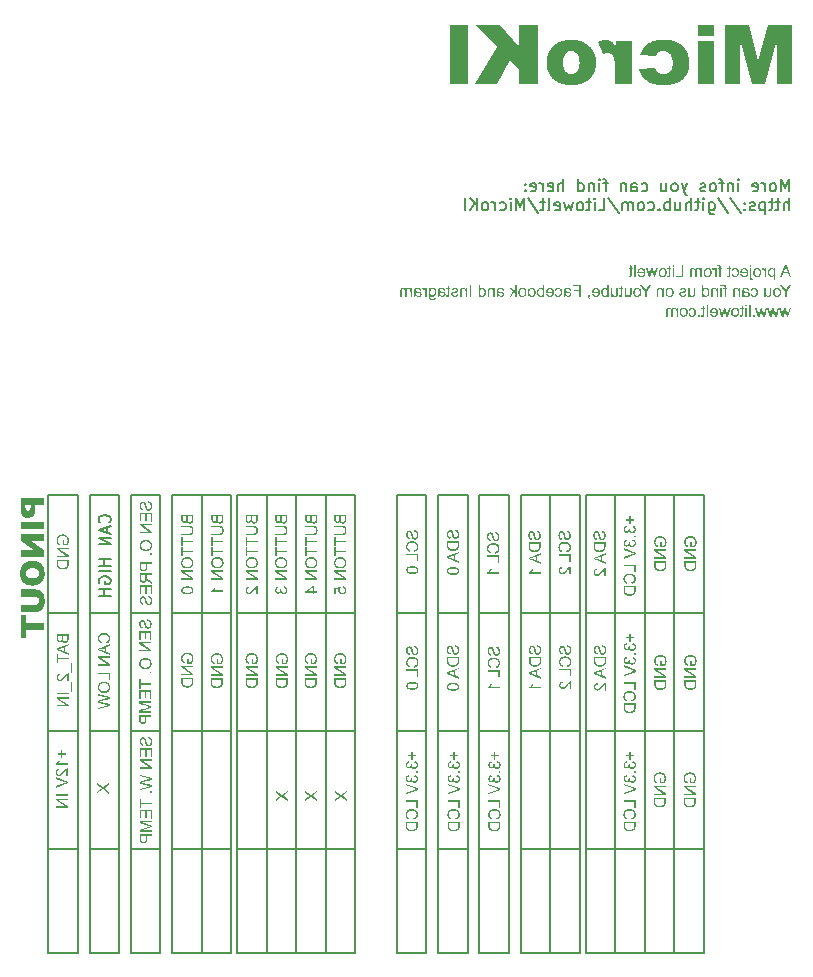
<source format=gbo>
G04 #@! TF.GenerationSoftware,KiCad,Pcbnew,7.0.8*
G04 #@! TF.CreationDate,2023-11-08T10:16:27+01:00*
G04 #@! TF.ProjectId,MicroKI,4d696372-6f4b-4492-9e6b-696361645f70,rev?*
G04 #@! TF.SameCoordinates,Original*
G04 #@! TF.FileFunction,Legend,Bot*
G04 #@! TF.FilePolarity,Positive*
%FSLAX46Y46*%
G04 Gerber Fmt 4.6, Leading zero omitted, Abs format (unit mm)*
G04 Created by KiCad (PCBNEW 7.0.8) date 2023-11-08 10:16:27*
%MOMM*%
%LPD*%
G01*
G04 APERTURE LIST*
%ADD10C,0.150000*%
%ADD11C,0.300000*%
%ADD12C,1.404000*%
%ADD13C,1.304000*%
%ADD14C,0.804000*%
%ADD15C,1.800000*%
%ADD16C,6.750000*%
%ADD17C,3.600000*%
%ADD18C,5.700000*%
G04 APERTURE END LIST*
D10*
X135750000Y-112250000D02*
X138250000Y-112250000D01*
X138250000Y-122250000D01*
X135750000Y-122250000D01*
X135750000Y-112250000D01*
X82750000Y-122250000D02*
X85250000Y-122250000D01*
X85250000Y-131000000D01*
X82750000Y-131000000D01*
X82750000Y-122250000D01*
X86250000Y-122250000D02*
X88750000Y-122250000D01*
X88750000Y-131000000D01*
X86250000Y-131000000D01*
X86250000Y-122250000D01*
X95750000Y-122250000D02*
X98250000Y-122250000D01*
X98250000Y-131000000D01*
X95750000Y-131000000D01*
X95750000Y-122250000D01*
X106250000Y-92250000D02*
X108750000Y-92250000D01*
X108750000Y-131000000D01*
X106250000Y-131000000D01*
X106250000Y-92250000D01*
X93250000Y-102250000D02*
X95750000Y-102250000D01*
X95750000Y-112250000D01*
X93250000Y-112250000D01*
X93250000Y-102250000D01*
X112250000Y-92250000D02*
X114750000Y-92250000D01*
X114750000Y-131000000D01*
X112250000Y-131000000D01*
X112250000Y-92250000D01*
X101250000Y-92250000D02*
X103750000Y-92250000D01*
X103750000Y-131000000D01*
X101250000Y-131000000D01*
X101250000Y-92250000D01*
X86250000Y-92250000D02*
X88750000Y-92250000D01*
X88750000Y-131000000D01*
X86250000Y-131000000D01*
X86250000Y-92250000D01*
X115750000Y-122250000D02*
X118250000Y-122250000D01*
X118250000Y-131000000D01*
X115750000Y-131000000D01*
X115750000Y-122250000D01*
X95750000Y-112250000D02*
X98250000Y-112250000D01*
X98250000Y-122250000D01*
X95750000Y-122250000D01*
X95750000Y-112250000D01*
X86250000Y-102250000D02*
X88750000Y-102250000D01*
X88750000Y-112250000D01*
X86250000Y-112250000D01*
X86250000Y-102250000D01*
X119250000Y-92250000D02*
X121750000Y-92250000D01*
X121750000Y-131000000D01*
X119250000Y-131000000D01*
X119250000Y-92250000D01*
X101250000Y-102250000D02*
X103750000Y-102250000D01*
X103750000Y-112250000D01*
X101250000Y-112250000D01*
X101250000Y-102250000D01*
X130750000Y-112250000D02*
X133250000Y-112250000D01*
X133250000Y-122250000D01*
X130750000Y-122250000D01*
X130750000Y-112250000D01*
X93250000Y-92250000D02*
X95750000Y-92250000D01*
X95750000Y-131000000D01*
X93250000Y-131000000D01*
X93250000Y-92250000D01*
X128250000Y-92250000D02*
X130750000Y-92250000D01*
X130750000Y-131000000D01*
X128250000Y-131000000D01*
X128250000Y-92250000D01*
X103750000Y-122250000D02*
X106250000Y-122250000D01*
X106250000Y-131000000D01*
X103750000Y-131000000D01*
X103750000Y-122250000D01*
X93250000Y-112250000D02*
X95750000Y-112250000D01*
X95750000Y-122250000D01*
X93250000Y-122250000D01*
X93250000Y-112250000D01*
X98750000Y-92250000D02*
X101250000Y-92250000D01*
X101250000Y-131000000D01*
X98750000Y-131000000D01*
X98750000Y-92250000D01*
X115750000Y-112250000D02*
X118250000Y-112250000D01*
X118250000Y-122250000D01*
X115750000Y-122250000D01*
X115750000Y-112250000D01*
X103750000Y-112250000D02*
X106250000Y-112250000D01*
X106250000Y-122250000D01*
X103750000Y-122250000D01*
X103750000Y-112250000D01*
X98750000Y-112250000D02*
X101250000Y-112250000D01*
X101250000Y-122250000D01*
X98750000Y-122250000D01*
X98750000Y-112250000D01*
X135750000Y-92250000D02*
X138250000Y-92250000D01*
X138250000Y-131000000D01*
X135750000Y-131000000D01*
X135750000Y-92250000D01*
X106250000Y-122250000D02*
X108750000Y-122250000D01*
X108750000Y-131000000D01*
X106250000Y-131000000D01*
X106250000Y-122250000D01*
X135750000Y-122250000D02*
X138250000Y-122250000D01*
X138250000Y-131000000D01*
X135750000Y-131000000D01*
X135750000Y-122250000D01*
X98750000Y-122250000D02*
X101250000Y-122250000D01*
X101250000Y-131000000D01*
X98750000Y-131000000D01*
X98750000Y-122250000D01*
X101250000Y-112250000D02*
X103750000Y-112250000D01*
X103750000Y-122250000D01*
X101250000Y-122250000D01*
X101250000Y-112250000D01*
X133250000Y-92250000D02*
X135750000Y-92250000D01*
X135750000Y-131000000D01*
X133250000Y-131000000D01*
X133250000Y-92250000D01*
X89750000Y-112250000D02*
X92250000Y-112250000D01*
X92250000Y-122250000D01*
X89750000Y-122250000D01*
X89750000Y-112250000D01*
X82750000Y-92250000D02*
X85250000Y-92250000D01*
X85250000Y-131000000D01*
X82750000Y-131000000D01*
X82750000Y-92250000D01*
X112250000Y-112250000D02*
X114750000Y-112250000D01*
X114750000Y-122250000D01*
X112250000Y-122250000D01*
X112250000Y-112250000D01*
X133250000Y-122250000D02*
X135750000Y-122250000D01*
X135750000Y-131000000D01*
X133250000Y-131000000D01*
X133250000Y-122250000D01*
X133250000Y-102250000D02*
X135750000Y-102250000D01*
X135750000Y-112250000D01*
X133250000Y-112250000D01*
X133250000Y-102250000D01*
X133250000Y-112250000D02*
X135750000Y-112250000D01*
X135750000Y-122250000D01*
X133250000Y-122250000D01*
X133250000Y-112250000D01*
X89750000Y-102250000D02*
X92250000Y-102250000D01*
X92250000Y-112250000D01*
X89750000Y-112250000D01*
X89750000Y-102250000D01*
X130750000Y-92250000D02*
X133250000Y-92250000D01*
X133250000Y-131000000D01*
X130750000Y-131000000D01*
X130750000Y-92250000D01*
X115750000Y-102250000D02*
X118250000Y-102250000D01*
X118250000Y-112250000D01*
X115750000Y-112250000D01*
X115750000Y-102250000D01*
X122750000Y-122250000D02*
X125250000Y-122250000D01*
X125250000Y-131000000D01*
X122750000Y-131000000D01*
X122750000Y-122250000D01*
X106250000Y-102250000D02*
X108750000Y-102250000D01*
X108750000Y-112250000D01*
X106250000Y-112250000D01*
X106250000Y-102250000D01*
X82750000Y-112250000D02*
X85250000Y-112250000D01*
X85250000Y-122250000D01*
X82750000Y-122250000D01*
X82750000Y-112250000D01*
X119250000Y-112250000D02*
X121750000Y-112250000D01*
X121750000Y-122250000D01*
X119250000Y-122250000D01*
X119250000Y-112250000D01*
X82750000Y-102250000D02*
X85250000Y-102250000D01*
X85250000Y-112250000D01*
X82750000Y-112250000D01*
X82750000Y-102250000D01*
X122750000Y-112250000D02*
X125250000Y-112250000D01*
X125250000Y-122250000D01*
X122750000Y-122250000D01*
X122750000Y-112250000D01*
X101250000Y-122250000D02*
X103750000Y-122250000D01*
X103750000Y-131000000D01*
X101250000Y-131000000D01*
X101250000Y-122250000D01*
X112250000Y-122250000D02*
X114750000Y-122250000D01*
X114750000Y-131000000D01*
X112250000Y-131000000D01*
X112250000Y-122250000D01*
X98750000Y-102250000D02*
X101250000Y-102250000D01*
X101250000Y-112250000D01*
X98750000Y-112250000D01*
X98750000Y-102250000D01*
X125250000Y-92250000D02*
X127750000Y-92250000D01*
X127750000Y-131000000D01*
X125250000Y-131000000D01*
X125250000Y-92250000D01*
X95750000Y-102250000D02*
X98250000Y-102250000D01*
X98250000Y-112250000D01*
X95750000Y-112250000D01*
X95750000Y-102250000D01*
X119250000Y-122250000D02*
X121750000Y-122250000D01*
X121750000Y-131000000D01*
X119250000Y-131000000D01*
X119250000Y-122250000D01*
X128250000Y-112250000D02*
X130750000Y-112250000D01*
X130750000Y-122250000D01*
X128250000Y-122250000D01*
X128250000Y-112250000D01*
X135750000Y-102250000D02*
X138250000Y-102250000D01*
X138250000Y-112250000D01*
X135750000Y-112250000D01*
X135750000Y-102250000D01*
X103750000Y-102250000D02*
X106250000Y-102250000D01*
X106250000Y-112250000D01*
X103750000Y-112250000D01*
X103750000Y-102250000D01*
X93250000Y-122250000D02*
X95750000Y-122250000D01*
X95750000Y-131000000D01*
X93250000Y-131000000D01*
X93250000Y-122250000D01*
X86250000Y-112250000D02*
X88750000Y-112250000D01*
X88750000Y-122250000D01*
X86250000Y-122250000D01*
X86250000Y-112250000D01*
X95750000Y-92250000D02*
X98250000Y-92250000D01*
X98250000Y-131000000D01*
X95750000Y-131000000D01*
X95750000Y-92250000D01*
X89750000Y-122250000D02*
X92250000Y-122250000D01*
X92250000Y-131000000D01*
X89750000Y-131000000D01*
X89750000Y-122250000D01*
X122750000Y-92250000D02*
X125250000Y-92250000D01*
X125250000Y-131000000D01*
X122750000Y-131000000D01*
X122750000Y-92250000D01*
X112250000Y-102250000D02*
X114750000Y-102250000D01*
X114750000Y-112250000D01*
X112250000Y-112250000D01*
X112250000Y-102250000D01*
X125250000Y-102250000D02*
X127750000Y-102250000D01*
X127750000Y-112250000D01*
X125250000Y-112250000D01*
X125250000Y-102250000D01*
X130750000Y-102250000D02*
X133250000Y-102250000D01*
X133250000Y-112250000D01*
X130750000Y-112250000D01*
X130750000Y-102250000D01*
X106250000Y-112250000D02*
X108750000Y-112250000D01*
X108750000Y-122250000D01*
X106250000Y-122250000D01*
X106250000Y-112250000D01*
X89750000Y-92250000D02*
X92250000Y-92250000D01*
X92250000Y-131000000D01*
X89750000Y-131000000D01*
X89750000Y-92250000D01*
X115750000Y-92250000D02*
X118250000Y-92250000D01*
X118250000Y-131000000D01*
X115750000Y-131000000D01*
X115750000Y-92250000D01*
X125250000Y-122250000D02*
X127750000Y-122250000D01*
X127750000Y-131000000D01*
X125250000Y-131000000D01*
X125250000Y-122250000D01*
X128250000Y-122250000D02*
X130750000Y-122250000D01*
X130750000Y-131000000D01*
X128250000Y-131000000D01*
X128250000Y-122250000D01*
X125250000Y-112250000D02*
X127750000Y-112250000D01*
X127750000Y-122250000D01*
X125250000Y-122250000D01*
X125250000Y-112250000D01*
X130750000Y-122250000D02*
X133250000Y-122250000D01*
X133250000Y-131000000D01*
X130750000Y-131000000D01*
X130750000Y-122250000D01*
X122750000Y-102250000D02*
X125250000Y-102250000D01*
X125250000Y-112250000D01*
X122750000Y-112250000D01*
X122750000Y-102250000D01*
X103750000Y-92250000D02*
X106250000Y-92250000D01*
X106250000Y-131000000D01*
X103750000Y-131000000D01*
X103750000Y-92250000D01*
X128250000Y-102250000D02*
X130750000Y-102250000D01*
X130750000Y-112250000D01*
X128250000Y-112250000D01*
X128250000Y-102250000D01*
X119250000Y-102250000D02*
X121750000Y-102250000D01*
X121750000Y-112250000D01*
X119250000Y-112250000D01*
X119250000Y-102250000D01*
G36*
X132323684Y-104252442D02*
G01*
X132050132Y-104252442D01*
X132050132Y-103978401D01*
X131932896Y-103978401D01*
X131932896Y-104252442D01*
X131667159Y-104252442D01*
X131667159Y-104369190D01*
X131932896Y-104369190D01*
X131932896Y-104643230D01*
X132050132Y-104643230D01*
X132050132Y-104369190D01*
X132323684Y-104369190D01*
X132323684Y-104252442D01*
G37*
G36*
X132215240Y-104775854D02*
G01*
X132198632Y-104899441D01*
X132211381Y-104902214D01*
X132223678Y-104905219D01*
X132235523Y-104908457D01*
X132246915Y-104911928D01*
X132257856Y-104915632D01*
X132268344Y-104919568D01*
X132278380Y-104923738D01*
X132287964Y-104928140D01*
X132297095Y-104932775D01*
X132305774Y-104937642D01*
X132317945Y-104945380D01*
X132329098Y-104953642D01*
X132339234Y-104962428D01*
X132348353Y-104971737D01*
X132356515Y-104981550D01*
X132363874Y-104991753D01*
X132370431Y-105002346D01*
X132376185Y-105013331D01*
X132381136Y-105024706D01*
X132385284Y-105036472D01*
X132388629Y-105048629D01*
X132391171Y-105061176D01*
X132392911Y-105074114D01*
X132393848Y-105087442D01*
X132394026Y-105096545D01*
X132393789Y-105107368D01*
X132393080Y-105117978D01*
X132391897Y-105128373D01*
X132390240Y-105138555D01*
X132388111Y-105148523D01*
X132385508Y-105158278D01*
X132382432Y-105167818D01*
X132378883Y-105177145D01*
X132374861Y-105186259D01*
X132370365Y-105195158D01*
X132365396Y-105203844D01*
X132359954Y-105212316D01*
X132354039Y-105220575D01*
X132347650Y-105228620D01*
X132340789Y-105236451D01*
X132333454Y-105244068D01*
X132325770Y-105251344D01*
X132317860Y-105258150D01*
X132309726Y-105264487D01*
X132301366Y-105270355D01*
X132292782Y-105275753D01*
X132283972Y-105280681D01*
X132274937Y-105285141D01*
X132265676Y-105289131D01*
X132256191Y-105292651D01*
X132246480Y-105295702D01*
X132236545Y-105298284D01*
X132226384Y-105300396D01*
X132215998Y-105302039D01*
X132205387Y-105303213D01*
X132194550Y-105303917D01*
X132183489Y-105304152D01*
X132172951Y-105303934D01*
X132162648Y-105303282D01*
X132152580Y-105302194D01*
X132142746Y-105300671D01*
X132133147Y-105298713D01*
X132119189Y-105294961D01*
X132105758Y-105290230D01*
X132092856Y-105284520D01*
X132080482Y-105277831D01*
X132068636Y-105270163D01*
X132057318Y-105261516D01*
X132046528Y-105251890D01*
X132043049Y-105248464D01*
X132033141Y-105237759D01*
X132024207Y-105226525D01*
X132016248Y-105214764D01*
X132009263Y-105202474D01*
X132003253Y-105189656D01*
X131998218Y-105176311D01*
X131994157Y-105162437D01*
X131991992Y-105152894D01*
X131990259Y-105143117D01*
X131988960Y-105133105D01*
X131988093Y-105122858D01*
X131987660Y-105112376D01*
X131987606Y-105107048D01*
X131987940Y-105095639D01*
X131988942Y-105083396D01*
X131990224Y-105073001D01*
X131991934Y-105062071D01*
X131994071Y-105050607D01*
X131996635Y-105038608D01*
X131999627Y-105026075D01*
X132001284Y-105019609D01*
X131884780Y-105033531D01*
X131885614Y-105043328D01*
X131886001Y-105053314D01*
X131885843Y-105063143D01*
X131885011Y-105077650D01*
X131883467Y-105091874D01*
X131881210Y-105105815D01*
X131878240Y-105119472D01*
X131874558Y-105132845D01*
X131870163Y-105145936D01*
X131865056Y-105158743D01*
X131859235Y-105171266D01*
X131852702Y-105183507D01*
X131845457Y-105195464D01*
X131837468Y-105206769D01*
X131828707Y-105216962D01*
X131819173Y-105226043D01*
X131808866Y-105234012D01*
X131797786Y-105240869D01*
X131785934Y-105246614D01*
X131773309Y-105251248D01*
X131759911Y-105254769D01*
X131745740Y-105257178D01*
X131735863Y-105258166D01*
X131725643Y-105258661D01*
X131720404Y-105258722D01*
X131708058Y-105258317D01*
X131696115Y-105257100D01*
X131684576Y-105255071D01*
X131673441Y-105252231D01*
X131662709Y-105248579D01*
X131652381Y-105244117D01*
X131642456Y-105238842D01*
X131632935Y-105232756D01*
X131623817Y-105225859D01*
X131615103Y-105218150D01*
X131609518Y-105212561D01*
X131601661Y-105203715D01*
X131594577Y-105194397D01*
X131588266Y-105184607D01*
X131582728Y-105174344D01*
X131577962Y-105163609D01*
X131573969Y-105152402D01*
X131570749Y-105140723D01*
X131568302Y-105128572D01*
X131566628Y-105115948D01*
X131565726Y-105102852D01*
X131565554Y-105093859D01*
X131565949Y-105080559D01*
X131567134Y-105067681D01*
X131569109Y-105055223D01*
X131571874Y-105043186D01*
X131575429Y-105031569D01*
X131579774Y-105020374D01*
X131584909Y-105009599D01*
X131590833Y-104999245D01*
X131597548Y-104989312D01*
X131605053Y-104979799D01*
X131610495Y-104973691D01*
X131619316Y-104964972D01*
X131628928Y-104956858D01*
X131639329Y-104949350D01*
X131650520Y-104942447D01*
X131662502Y-104936149D01*
X131675273Y-104930457D01*
X131688834Y-104925370D01*
X131698314Y-104922315D01*
X131708144Y-104919529D01*
X131718326Y-104917013D01*
X131728859Y-104914765D01*
X131739743Y-104912786D01*
X131745317Y-104911898D01*
X131723335Y-104788311D01*
X131708104Y-104791346D01*
X131693309Y-104794833D01*
X131678948Y-104798772D01*
X131665022Y-104803164D01*
X131651532Y-104808008D01*
X131638476Y-104813304D01*
X131625856Y-104819052D01*
X131613670Y-104825252D01*
X131601920Y-104831905D01*
X131590604Y-104839010D01*
X131579724Y-104846567D01*
X131569279Y-104854577D01*
X131559269Y-104863039D01*
X131549694Y-104871952D01*
X131540554Y-104881319D01*
X131531849Y-104891137D01*
X131523627Y-104901335D01*
X131515935Y-104911840D01*
X131508774Y-104922653D01*
X131502143Y-104933773D01*
X131496042Y-104945200D01*
X131490473Y-104956934D01*
X131485433Y-104968975D01*
X131480924Y-104981324D01*
X131476946Y-104993979D01*
X131473498Y-105006942D01*
X131470580Y-105020213D01*
X131468193Y-105033790D01*
X131466336Y-105047675D01*
X131465010Y-105061867D01*
X131464214Y-105076366D01*
X131463949Y-105091172D01*
X131464087Y-105101410D01*
X131464499Y-105111547D01*
X131465186Y-105121583D01*
X131466147Y-105131518D01*
X131467384Y-105141351D01*
X131468895Y-105151084D01*
X131470681Y-105160715D01*
X131473875Y-105174973D01*
X131477688Y-105189003D01*
X131482119Y-105202805D01*
X131487168Y-105216380D01*
X131492835Y-105229727D01*
X131499120Y-105242847D01*
X131505942Y-105255565D01*
X131513220Y-105267708D01*
X131520952Y-105279276D01*
X131529139Y-105290268D01*
X131537782Y-105300685D01*
X131546879Y-105310527D01*
X131556432Y-105319793D01*
X131566440Y-105328484D01*
X131576903Y-105336600D01*
X131587820Y-105344141D01*
X131595352Y-105348848D01*
X131606822Y-105355439D01*
X131618424Y-105361382D01*
X131630160Y-105366676D01*
X131642029Y-105371322D01*
X131654031Y-105375320D01*
X131666166Y-105378670D01*
X131678434Y-105381371D01*
X131690836Y-105383424D01*
X131703370Y-105384828D01*
X131716037Y-105385585D01*
X131724556Y-105385729D01*
X131736637Y-105385422D01*
X131748516Y-105384501D01*
X131760193Y-105382966D01*
X131771669Y-105380817D01*
X131782942Y-105378054D01*
X131794014Y-105374678D01*
X131804884Y-105370687D01*
X131815552Y-105366082D01*
X131826019Y-105360864D01*
X131836283Y-105355031D01*
X131843014Y-105350802D01*
X131852807Y-105343955D01*
X131862217Y-105336511D01*
X131871245Y-105328470D01*
X131879891Y-105319833D01*
X131888155Y-105310599D01*
X131896037Y-105300768D01*
X131903537Y-105290340D01*
X131910654Y-105279315D01*
X131917390Y-105267694D01*
X131923743Y-105255476D01*
X131927766Y-105246999D01*
X131930536Y-105258016D01*
X131933655Y-105268721D01*
X131937123Y-105279113D01*
X131940940Y-105289192D01*
X131945107Y-105298958D01*
X131949622Y-105308411D01*
X131954487Y-105317551D01*
X131959701Y-105326378D01*
X131965264Y-105334892D01*
X131971177Y-105343093D01*
X131977438Y-105350981D01*
X131984049Y-105358557D01*
X131991009Y-105365819D01*
X131998318Y-105372769D01*
X132005977Y-105379405D01*
X132013984Y-105385729D01*
X132022295Y-105391733D01*
X132030864Y-105397349D01*
X132039690Y-105402579D01*
X132048773Y-105407421D01*
X132058115Y-105411875D01*
X132067714Y-105415942D01*
X132077570Y-105419622D01*
X132087684Y-105422915D01*
X132098056Y-105425820D01*
X132108685Y-105428338D01*
X132119572Y-105430468D01*
X132130717Y-105432211D01*
X132142119Y-105433567D01*
X132153779Y-105434535D01*
X132165696Y-105435116D01*
X132177871Y-105435310D01*
X132194322Y-105434934D01*
X132210458Y-105433806D01*
X132226280Y-105431927D01*
X132241786Y-105429296D01*
X132256978Y-105425912D01*
X132271855Y-105421777D01*
X132286417Y-105416891D01*
X132300664Y-105411252D01*
X132314597Y-105404862D01*
X132328214Y-105397720D01*
X132341517Y-105389826D01*
X132354504Y-105381180D01*
X132367177Y-105371782D01*
X132379536Y-105361633D01*
X132391579Y-105350731D01*
X132403307Y-105339078D01*
X132414487Y-105326852D01*
X132424946Y-105314230D01*
X132434683Y-105301214D01*
X132443699Y-105287803D01*
X132451994Y-105273996D01*
X132459567Y-105259795D01*
X132466419Y-105245198D01*
X132472550Y-105230207D01*
X132477960Y-105214821D01*
X132482648Y-105199039D01*
X132486615Y-105182863D01*
X132489861Y-105166292D01*
X132492385Y-105149326D01*
X132494188Y-105131964D01*
X132495270Y-105114208D01*
X132495631Y-105096057D01*
X132495327Y-105079654D01*
X132494414Y-105063603D01*
X132492892Y-105047903D01*
X132490761Y-105032554D01*
X132488022Y-105017556D01*
X132484674Y-105002909D01*
X132480718Y-104988613D01*
X132476153Y-104974668D01*
X132470979Y-104961074D01*
X132465196Y-104947832D01*
X132458805Y-104934940D01*
X132451805Y-104922400D01*
X132444196Y-104910211D01*
X132435979Y-104898373D01*
X132427152Y-104886886D01*
X132417718Y-104875750D01*
X132407768Y-104865113D01*
X132397457Y-104855062D01*
X132386786Y-104845596D01*
X132375754Y-104836717D01*
X132364361Y-104828423D01*
X132352608Y-104820715D01*
X132340494Y-104813593D01*
X132328019Y-104807056D01*
X132315184Y-104801106D01*
X132301988Y-104795741D01*
X132288432Y-104790962D01*
X132274515Y-104786769D01*
X132260237Y-104783162D01*
X132245599Y-104780140D01*
X132230600Y-104777704D01*
X132215240Y-104775854D01*
G37*
G36*
X132480000Y-105623133D02*
G01*
X132339316Y-105623133D01*
X132339316Y-105764061D01*
X132480000Y-105764061D01*
X132480000Y-105623133D01*
G37*
G36*
X132215240Y-105943335D02*
G01*
X132198632Y-106066922D01*
X132211381Y-106069695D01*
X132223678Y-106072700D01*
X132235523Y-106075938D01*
X132246915Y-106079409D01*
X132257856Y-106083113D01*
X132268344Y-106087049D01*
X132278380Y-106091218D01*
X132287964Y-106095621D01*
X132297095Y-106100255D01*
X132305774Y-106105123D01*
X132317945Y-106112861D01*
X132329098Y-106121123D01*
X132339234Y-106129909D01*
X132348353Y-106139218D01*
X132356515Y-106149030D01*
X132363874Y-106159233D01*
X132370431Y-106169827D01*
X132376185Y-106180812D01*
X132381136Y-106192187D01*
X132385284Y-106203953D01*
X132388629Y-106216109D01*
X132391171Y-106228657D01*
X132392911Y-106241595D01*
X132393848Y-106254923D01*
X132394026Y-106264026D01*
X132393789Y-106274849D01*
X132393080Y-106285458D01*
X132391897Y-106295854D01*
X132390240Y-106306036D01*
X132388111Y-106316004D01*
X132385508Y-106325758D01*
X132382432Y-106335299D01*
X132378883Y-106344626D01*
X132374861Y-106353739D01*
X132370365Y-106362639D01*
X132365396Y-106371325D01*
X132359954Y-106379797D01*
X132354039Y-106388056D01*
X132347650Y-106396100D01*
X132340789Y-106403931D01*
X132333454Y-106411549D01*
X132325770Y-106418824D01*
X132317860Y-106425631D01*
X132309726Y-106431968D01*
X132301366Y-106437835D01*
X132292782Y-106443233D01*
X132283972Y-106448162D01*
X132274937Y-106452622D01*
X132265676Y-106456612D01*
X132256191Y-106460132D01*
X132246480Y-106463183D01*
X132236545Y-106465765D01*
X132226384Y-106467877D01*
X132215998Y-106469520D01*
X132205387Y-106470694D01*
X132194550Y-106471398D01*
X132183489Y-106471632D01*
X132172951Y-106471415D01*
X132162648Y-106470762D01*
X132152580Y-106469675D01*
X132142746Y-106468152D01*
X132133147Y-106466194D01*
X132119189Y-106462442D01*
X132105758Y-106457711D01*
X132092856Y-106452000D01*
X132080482Y-106445311D01*
X132068636Y-106437644D01*
X132057318Y-106428997D01*
X132046528Y-106419371D01*
X132043049Y-106415945D01*
X132033141Y-106405240D01*
X132024207Y-106394006D01*
X132016248Y-106382245D01*
X132009263Y-106369955D01*
X132003253Y-106357137D01*
X131998218Y-106343791D01*
X131994157Y-106329917D01*
X131991992Y-106320375D01*
X131990259Y-106310597D01*
X131988960Y-106300585D01*
X131988093Y-106290339D01*
X131987660Y-106279857D01*
X131987606Y-106274528D01*
X131987940Y-106263120D01*
X131988942Y-106250877D01*
X131990224Y-106240481D01*
X131991934Y-106229552D01*
X131994071Y-106218087D01*
X131996635Y-106206089D01*
X131999627Y-106193556D01*
X132001284Y-106187090D01*
X131884780Y-106201011D01*
X131885614Y-106210809D01*
X131886001Y-106220795D01*
X131885843Y-106230624D01*
X131885011Y-106245131D01*
X131883467Y-106259355D01*
X131881210Y-106273295D01*
X131878240Y-106286952D01*
X131874558Y-106300326D01*
X131870163Y-106313417D01*
X131865056Y-106326224D01*
X131859235Y-106338747D01*
X131852702Y-106350987D01*
X131845457Y-106362944D01*
X131837468Y-106374249D01*
X131828707Y-106384443D01*
X131819173Y-106393524D01*
X131808866Y-106401493D01*
X131797786Y-106408350D01*
X131785934Y-106414095D01*
X131773309Y-106418728D01*
X131759911Y-106422250D01*
X131745740Y-106424659D01*
X131735863Y-106425647D01*
X131725643Y-106426141D01*
X131720404Y-106426203D01*
X131708058Y-106425798D01*
X131696115Y-106424580D01*
X131684576Y-106422552D01*
X131673441Y-106419712D01*
X131662709Y-106416060D01*
X131652381Y-106411597D01*
X131642456Y-106406323D01*
X131632935Y-106400237D01*
X131623817Y-106393340D01*
X131615103Y-106385631D01*
X131609518Y-106380041D01*
X131601661Y-106371196D01*
X131594577Y-106361878D01*
X131588266Y-106352087D01*
X131582728Y-106341825D01*
X131577962Y-106331090D01*
X131573969Y-106319883D01*
X131570749Y-106308204D01*
X131568302Y-106296052D01*
X131566628Y-106283429D01*
X131565726Y-106270332D01*
X131565554Y-106261339D01*
X131565949Y-106248040D01*
X131567134Y-106235161D01*
X131569109Y-106222704D01*
X131571874Y-106210667D01*
X131575429Y-106199050D01*
X131579774Y-106187855D01*
X131584909Y-106177080D01*
X131590833Y-106166726D01*
X131597548Y-106156792D01*
X131605053Y-106147280D01*
X131610495Y-106141172D01*
X131619316Y-106132453D01*
X131628928Y-106124339D01*
X131639329Y-106116831D01*
X131650520Y-106109928D01*
X131662502Y-106103630D01*
X131675273Y-106097938D01*
X131688834Y-106092851D01*
X131698314Y-106089796D01*
X131708144Y-106087010D01*
X131718326Y-106084493D01*
X131728859Y-106082246D01*
X131739743Y-106080267D01*
X131745317Y-106079378D01*
X131723335Y-105955792D01*
X131708104Y-105958826D01*
X131693309Y-105962314D01*
X131678948Y-105966253D01*
X131665022Y-105970645D01*
X131651532Y-105975488D01*
X131638476Y-105980784D01*
X131625856Y-105986533D01*
X131613670Y-105992733D01*
X131601920Y-105999386D01*
X131590604Y-106006491D01*
X131579724Y-106014048D01*
X131569279Y-106022058D01*
X131559269Y-106030519D01*
X131549694Y-106039433D01*
X131540554Y-106048799D01*
X131531849Y-106058618D01*
X131523627Y-106068816D01*
X131515935Y-106079321D01*
X131508774Y-106090134D01*
X131502143Y-106101253D01*
X131496042Y-106112680D01*
X131490473Y-106124415D01*
X131485433Y-106136456D01*
X131480924Y-106148804D01*
X131476946Y-106161460D01*
X131473498Y-106174423D01*
X131470580Y-106187693D01*
X131468193Y-106201271D01*
X131466336Y-106215156D01*
X131465010Y-106229347D01*
X131464214Y-106243846D01*
X131463949Y-106258653D01*
X131464087Y-106268891D01*
X131464499Y-106279028D01*
X131465186Y-106289064D01*
X131466147Y-106298999D01*
X131467384Y-106308832D01*
X131468895Y-106318565D01*
X131470681Y-106328196D01*
X131473875Y-106342453D01*
X131477688Y-106356483D01*
X131482119Y-106370286D01*
X131487168Y-106383861D01*
X131492835Y-106397208D01*
X131499120Y-106410327D01*
X131505942Y-106423046D01*
X131513220Y-106435189D01*
X131520952Y-106446756D01*
X131529139Y-106457749D01*
X131537782Y-106468166D01*
X131546879Y-106478008D01*
X131556432Y-106487274D01*
X131566440Y-106495965D01*
X131576903Y-106504081D01*
X131587820Y-106511621D01*
X131595352Y-106516329D01*
X131606822Y-106522920D01*
X131618424Y-106528863D01*
X131630160Y-106534157D01*
X131642029Y-106538803D01*
X131654031Y-106542801D01*
X131666166Y-106546150D01*
X131678434Y-106548852D01*
X131690836Y-106550905D01*
X131703370Y-106552309D01*
X131716037Y-106553065D01*
X131724556Y-106553210D01*
X131736637Y-106552903D01*
X131748516Y-106551982D01*
X131760193Y-106550447D01*
X131771669Y-106548298D01*
X131782942Y-106545535D01*
X131794014Y-106542159D01*
X131804884Y-106538168D01*
X131815552Y-106533563D01*
X131826019Y-106528345D01*
X131836283Y-106522512D01*
X131843014Y-106518283D01*
X131852807Y-106511436D01*
X131862217Y-106503992D01*
X131871245Y-106495951D01*
X131879891Y-106487314D01*
X131888155Y-106478079D01*
X131896037Y-106468248D01*
X131903537Y-106457821D01*
X131910654Y-106446796D01*
X131917390Y-106435175D01*
X131923743Y-106422957D01*
X131927766Y-106414480D01*
X131930536Y-106425497D01*
X131933655Y-106436202D01*
X131937123Y-106446594D01*
X131940940Y-106456673D01*
X131945107Y-106466438D01*
X131949622Y-106475891D01*
X131954487Y-106485031D01*
X131959701Y-106493859D01*
X131965264Y-106502373D01*
X131971177Y-106510574D01*
X131977438Y-106518462D01*
X131984049Y-106526038D01*
X131991009Y-106533300D01*
X131998318Y-106540249D01*
X132005977Y-106546886D01*
X132013984Y-106553210D01*
X132022295Y-106559214D01*
X132030864Y-106564830D01*
X132039690Y-106570059D01*
X132048773Y-106574901D01*
X132058115Y-106579356D01*
X132067714Y-106583423D01*
X132077570Y-106587103D01*
X132087684Y-106590396D01*
X132098056Y-106593301D01*
X132108685Y-106595818D01*
X132119572Y-106597949D01*
X132130717Y-106599692D01*
X132142119Y-106601048D01*
X132153779Y-106602016D01*
X132165696Y-106602597D01*
X132177871Y-106602791D01*
X132194322Y-106602415D01*
X132210458Y-106601287D01*
X132226280Y-106599408D01*
X132241786Y-106596776D01*
X132256978Y-106593393D01*
X132271855Y-106589258D01*
X132286417Y-106584372D01*
X132300664Y-106578733D01*
X132314597Y-106572343D01*
X132328214Y-106565200D01*
X132341517Y-106557306D01*
X132354504Y-106548661D01*
X132367177Y-106539263D01*
X132379536Y-106529113D01*
X132391579Y-106518212D01*
X132403307Y-106506559D01*
X132414487Y-106494333D01*
X132424946Y-106481711D01*
X132434683Y-106468695D01*
X132443699Y-106455283D01*
X132451994Y-106441477D01*
X132459567Y-106427276D01*
X132466419Y-106412679D01*
X132472550Y-106397688D01*
X132477960Y-106382302D01*
X132482648Y-106366520D01*
X132486615Y-106350344D01*
X132489861Y-106333773D01*
X132492385Y-106316806D01*
X132494188Y-106299445D01*
X132495270Y-106281689D01*
X132495631Y-106263538D01*
X132495327Y-106247135D01*
X132494414Y-106231084D01*
X132492892Y-106215384D01*
X132490761Y-106200034D01*
X132488022Y-106185036D01*
X132484674Y-106170389D01*
X132480718Y-106156094D01*
X132476153Y-106142149D01*
X132470979Y-106128555D01*
X132465196Y-106115313D01*
X132458805Y-106102421D01*
X132451805Y-106089881D01*
X132444196Y-106077692D01*
X132435979Y-106065853D01*
X132427152Y-106054366D01*
X132417718Y-106043230D01*
X132407768Y-106032594D01*
X132397457Y-106022542D01*
X132386786Y-106013077D01*
X132375754Y-106004197D01*
X132364361Y-105995904D01*
X132352608Y-105988196D01*
X132340494Y-105981074D01*
X132328019Y-105974537D01*
X132315184Y-105968587D01*
X132301988Y-105963222D01*
X132288432Y-105958443D01*
X132274515Y-105954250D01*
X132260237Y-105950642D01*
X132245599Y-105947621D01*
X132230600Y-105945185D01*
X132215240Y-105943335D01*
G37*
G36*
X132480000Y-107059281D02*
G01*
X131463949Y-106668981D01*
X131463949Y-106813328D01*
X132202784Y-107075157D01*
X132213853Y-107079055D01*
X132224834Y-107082873D01*
X132235728Y-107086611D01*
X132246534Y-107090269D01*
X132257252Y-107093847D01*
X132267882Y-107097344D01*
X132278425Y-107100762D01*
X132288879Y-107104099D01*
X132299246Y-107107356D01*
X132309526Y-107110534D01*
X132319717Y-107113630D01*
X132329821Y-107116647D01*
X132339837Y-107119584D01*
X132349765Y-107122440D01*
X132359605Y-107125217D01*
X132369357Y-107127913D01*
X132358947Y-107130873D01*
X132348536Y-107133889D01*
X132338125Y-107136963D01*
X132327714Y-107140095D01*
X132317303Y-107143283D01*
X132306892Y-107146529D01*
X132296482Y-107149832D01*
X132286071Y-107153192D01*
X132275660Y-107156610D01*
X132265249Y-107160084D01*
X132254838Y-107163616D01*
X132244427Y-107167206D01*
X132234016Y-107170852D01*
X132223606Y-107174556D01*
X132213195Y-107178317D01*
X132202784Y-107182135D01*
X131463949Y-107454221D01*
X131463949Y-107590265D01*
X132480000Y-107196057D01*
X132480000Y-107059281D01*
G37*
G36*
X132480000Y-108087787D02*
G01*
X131463949Y-108087787D01*
X131463949Y-108221144D01*
X132362763Y-108221144D01*
X132362763Y-108716957D01*
X132480000Y-108716957D01*
X132480000Y-108087787D01*
G37*
G36*
X132120474Y-109590369D02*
G01*
X132154180Y-109723726D01*
X132164513Y-109721035D01*
X132174692Y-109718213D01*
X132184717Y-109715261D01*
X132194586Y-109712178D01*
X132204302Y-109708964D01*
X132213863Y-109705620D01*
X132223269Y-109702144D01*
X132232520Y-109698538D01*
X132241618Y-109694802D01*
X132259348Y-109686936D01*
X132276460Y-109678548D01*
X132292954Y-109669637D01*
X132308830Y-109660203D01*
X132324088Y-109650247D01*
X132338727Y-109639767D01*
X132352748Y-109628765D01*
X132366151Y-109617239D01*
X132378935Y-109605191D01*
X132391102Y-109592620D01*
X132402650Y-109579527D01*
X132408192Y-109572784D01*
X132418780Y-109559008D01*
X132428686Y-109544852D01*
X132437908Y-109530317D01*
X132446447Y-109515402D01*
X132454302Y-109500107D01*
X132461475Y-109484433D01*
X132467965Y-109468379D01*
X132473771Y-109451945D01*
X132478895Y-109435131D01*
X132483335Y-109417938D01*
X132487092Y-109400365D01*
X132490166Y-109382412D01*
X132492557Y-109364079D01*
X132494265Y-109345367D01*
X132495289Y-109326275D01*
X132495631Y-109306803D01*
X132495566Y-109296681D01*
X132495371Y-109286677D01*
X132495045Y-109276792D01*
X132494589Y-109267026D01*
X132493287Y-109247850D01*
X132491464Y-109229149D01*
X132489119Y-109210924D01*
X132486254Y-109193173D01*
X132482868Y-109175898D01*
X132478961Y-109159098D01*
X132474534Y-109142772D01*
X132469585Y-109126922D01*
X132464115Y-109111547D01*
X132458125Y-109096648D01*
X132451613Y-109082223D01*
X132444580Y-109068274D01*
X132437027Y-109054799D01*
X132428953Y-109041800D01*
X132420385Y-109029259D01*
X132411352Y-109017097D01*
X132401853Y-109005315D01*
X132391889Y-108993913D01*
X132381459Y-108982891D01*
X132370563Y-108972248D01*
X132359202Y-108961985D01*
X132347376Y-108952102D01*
X132335083Y-108942598D01*
X132322325Y-108933474D01*
X132309102Y-108924730D01*
X132295413Y-108916366D01*
X132281258Y-108908381D01*
X132266638Y-108900776D01*
X132251552Y-108893551D01*
X132236001Y-108886706D01*
X132220114Y-108880258D01*
X132204081Y-108874226D01*
X132187904Y-108868611D01*
X132171582Y-108863411D01*
X132155115Y-108858627D01*
X132138502Y-108854260D01*
X132121745Y-108850308D01*
X132104842Y-108846772D01*
X132087795Y-108843652D01*
X132070603Y-108840948D01*
X132053265Y-108838660D01*
X132035783Y-108836789D01*
X132018155Y-108835333D01*
X132000383Y-108834293D01*
X131982465Y-108833669D01*
X131964403Y-108833461D01*
X131954551Y-108833519D01*
X131944778Y-108833695D01*
X131925469Y-108834400D01*
X131906477Y-108835573D01*
X131887802Y-108837216D01*
X131869444Y-108839328D01*
X131851402Y-108841910D01*
X131833678Y-108844961D01*
X131816270Y-108848482D01*
X131799178Y-108852472D01*
X131782404Y-108856931D01*
X131765946Y-108861860D01*
X131749805Y-108867258D01*
X131733981Y-108873125D01*
X131718473Y-108879462D01*
X131703282Y-108886269D01*
X131688408Y-108893545D01*
X131673914Y-108901253D01*
X131659863Y-108909359D01*
X131646254Y-108917862D01*
X131633087Y-108926762D01*
X131620364Y-108936058D01*
X131608083Y-108945751D01*
X131596245Y-108955842D01*
X131584849Y-108966329D01*
X131573897Y-108977213D01*
X131563387Y-108988494D01*
X131553319Y-109000172D01*
X131543695Y-109012247D01*
X131534513Y-109024718D01*
X131525773Y-109037587D01*
X131517477Y-109050852D01*
X131509623Y-109064515D01*
X131502199Y-109078492D01*
X131495254Y-109092641D01*
X131488789Y-109106961D01*
X131482802Y-109121454D01*
X131477294Y-109136118D01*
X131472265Y-109150954D01*
X131467715Y-109165961D01*
X131463644Y-109181140D01*
X131460052Y-109196492D01*
X131456939Y-109212014D01*
X131454305Y-109227709D01*
X131452149Y-109243575D01*
X131450473Y-109259613D01*
X131449276Y-109275823D01*
X131448557Y-109292204D01*
X131448318Y-109308757D01*
X131448622Y-109327468D01*
X131449535Y-109345802D01*
X131451057Y-109363761D01*
X131453187Y-109381343D01*
X131455926Y-109398550D01*
X131459274Y-109415381D01*
X131463231Y-109431836D01*
X131467796Y-109447915D01*
X131472970Y-109463618D01*
X131478753Y-109478945D01*
X131485144Y-109493896D01*
X131492144Y-109508472D01*
X131499753Y-109522671D01*
X131507970Y-109536495D01*
X131516796Y-109549942D01*
X131526231Y-109563014D01*
X131536218Y-109575654D01*
X131546702Y-109587805D01*
X131557681Y-109599467D01*
X131569157Y-109610642D01*
X131581129Y-109621327D01*
X131593596Y-109631524D01*
X131606560Y-109641233D01*
X131620020Y-109650453D01*
X131633977Y-109659185D01*
X131648429Y-109667428D01*
X131663377Y-109675183D01*
X131678822Y-109682449D01*
X131694763Y-109689227D01*
X131711199Y-109695516D01*
X131728132Y-109701317D01*
X131745561Y-109706629D01*
X131776580Y-109575226D01*
X131762775Y-109570736D01*
X131749446Y-109565998D01*
X131736595Y-109561013D01*
X131724221Y-109555778D01*
X131712323Y-109550296D01*
X131700903Y-109544566D01*
X131689960Y-109538588D01*
X131679494Y-109532362D01*
X131669504Y-109525887D01*
X131659992Y-109519165D01*
X131650957Y-109512194D01*
X131642399Y-109504976D01*
X131634318Y-109497509D01*
X131626714Y-109489795D01*
X131619587Y-109481832D01*
X131612937Y-109473621D01*
X131606726Y-109465153D01*
X131600916Y-109456417D01*
X131595506Y-109447415D01*
X131590498Y-109438145D01*
X131585889Y-109428608D01*
X131581682Y-109418804D01*
X131577875Y-109408733D01*
X131574469Y-109398394D01*
X131571464Y-109387789D01*
X131568859Y-109376916D01*
X131566655Y-109365777D01*
X131564852Y-109354370D01*
X131563450Y-109342696D01*
X131562448Y-109330754D01*
X131561847Y-109318546D01*
X131561646Y-109306071D01*
X131561866Y-109291717D01*
X131562524Y-109277658D01*
X131563621Y-109263896D01*
X131565157Y-109250429D01*
X131567132Y-109237258D01*
X131569546Y-109224383D01*
X131572399Y-109211803D01*
X131575690Y-109199520D01*
X131579421Y-109187532D01*
X131583590Y-109175840D01*
X131588198Y-109164443D01*
X131593245Y-109153343D01*
X131598731Y-109142538D01*
X131604656Y-109132029D01*
X131611020Y-109121815D01*
X131617822Y-109111898D01*
X131624994Y-109102339D01*
X131632465Y-109093141D01*
X131640236Y-109084303D01*
X131648307Y-109075826D01*
X131656677Y-109067710D01*
X131665347Y-109059954D01*
X131674316Y-109052559D01*
X131683585Y-109045525D01*
X131693153Y-109038851D01*
X131703021Y-109032538D01*
X131713189Y-109026585D01*
X131723656Y-109020993D01*
X131734422Y-109015762D01*
X131745489Y-109010892D01*
X131756855Y-109006382D01*
X131768520Y-109002233D01*
X131780359Y-108998417D01*
X131792246Y-108994848D01*
X131804180Y-108991525D01*
X131816163Y-108988448D01*
X131828193Y-108985617D01*
X131840270Y-108983033D01*
X131852396Y-108980694D01*
X131864569Y-108978602D01*
X131876789Y-108976756D01*
X131889058Y-108975156D01*
X131901374Y-108973802D01*
X131913738Y-108972694D01*
X131926149Y-108971833D01*
X131938609Y-108971218D01*
X131951115Y-108970848D01*
X131963670Y-108970725D01*
X131979753Y-108970871D01*
X131995578Y-108971309D01*
X132011146Y-108972039D01*
X132026456Y-108973061D01*
X132041508Y-108974375D01*
X132056303Y-108975980D01*
X132070840Y-108977878D01*
X132085120Y-108980068D01*
X132099142Y-108982549D01*
X132112906Y-108985323D01*
X132126413Y-108988388D01*
X132139662Y-108991745D01*
X132152654Y-108995395D01*
X132165388Y-108999336D01*
X132177864Y-109003569D01*
X132190083Y-109008094D01*
X132201953Y-109012957D01*
X132213443Y-109018143D01*
X132224553Y-109023651D01*
X132235283Y-109029481D01*
X132245634Y-109035634D01*
X132255605Y-109042109D01*
X132265197Y-109048907D01*
X132274408Y-109056027D01*
X132283240Y-109063470D01*
X132291692Y-109071235D01*
X132299764Y-109079323D01*
X132307457Y-109087733D01*
X132314770Y-109096465D01*
X132321703Y-109105521D01*
X132328257Y-109114898D01*
X132334431Y-109124598D01*
X132340228Y-109134541D01*
X132345651Y-109144584D01*
X132350700Y-109154729D01*
X132355375Y-109164975D01*
X132359676Y-109175322D01*
X132363603Y-109185770D01*
X132367155Y-109196319D01*
X132370334Y-109206969D01*
X132373139Y-109217721D01*
X132375570Y-109228573D01*
X132377627Y-109239527D01*
X132379310Y-109250582D01*
X132380619Y-109261738D01*
X132381554Y-109272995D01*
X132382115Y-109284353D01*
X132382302Y-109295812D01*
X132382045Y-109309662D01*
X132381272Y-109323244D01*
X132379984Y-109336559D01*
X132378181Y-109349607D01*
X132375862Y-109362388D01*
X132373029Y-109374901D01*
X132369680Y-109387148D01*
X132365816Y-109399127D01*
X132361437Y-109410839D01*
X132356542Y-109422284D01*
X132351133Y-109433462D01*
X132345208Y-109444373D01*
X132338768Y-109455017D01*
X132331813Y-109465393D01*
X132324342Y-109475503D01*
X132316357Y-109485345D01*
X132307864Y-109494857D01*
X132298871Y-109503976D01*
X132289377Y-109512702D01*
X132279385Y-109521035D01*
X132268892Y-109528975D01*
X132257899Y-109536521D01*
X132246406Y-109543675D01*
X132234413Y-109550436D01*
X132221921Y-109556803D01*
X132208928Y-109562778D01*
X132195436Y-109568359D01*
X132181443Y-109573547D01*
X132166951Y-109578342D01*
X132151958Y-109582744D01*
X132136466Y-109586753D01*
X132120474Y-109590369D01*
G37*
G36*
X132480000Y-110245429D02*
G01*
X132479932Y-110256765D01*
X132479729Y-110267937D01*
X132479390Y-110278945D01*
X132478916Y-110289789D01*
X132478306Y-110300469D01*
X132477561Y-110310985D01*
X132476680Y-110321337D01*
X132475664Y-110331524D01*
X132474513Y-110341548D01*
X132473226Y-110351407D01*
X132471041Y-110365889D01*
X132468552Y-110380001D01*
X132465757Y-110393744D01*
X132462658Y-110407117D01*
X132460428Y-110415860D01*
X132456846Y-110428669D01*
X132452980Y-110441113D01*
X132448831Y-110453192D01*
X132444399Y-110464907D01*
X132439684Y-110476256D01*
X132434685Y-110487241D01*
X132429403Y-110497860D01*
X132423837Y-110508115D01*
X132417988Y-110518004D01*
X132411856Y-110527529D01*
X132407545Y-110533726D01*
X132400715Y-110542903D01*
X132393446Y-110551938D01*
X132385739Y-110560832D01*
X132377595Y-110569584D01*
X132369013Y-110578194D01*
X132359992Y-110586663D01*
X132350534Y-110594990D01*
X132340638Y-110603175D01*
X132330304Y-110611218D01*
X132319532Y-110619120D01*
X132315838Y-110621731D01*
X132304397Y-110629382D01*
X132292414Y-110636763D01*
X132279890Y-110643874D01*
X132271241Y-110648464D01*
X132262351Y-110652934D01*
X132253220Y-110657283D01*
X132243849Y-110661513D01*
X132234238Y-110665622D01*
X132224386Y-110669611D01*
X132214294Y-110673480D01*
X132203961Y-110677228D01*
X132193388Y-110680856D01*
X132182575Y-110684365D01*
X132171521Y-110687752D01*
X132160244Y-110691006D01*
X132148760Y-110694049D01*
X132137071Y-110696883D01*
X132125176Y-110699507D01*
X132113074Y-110701920D01*
X132100767Y-110704124D01*
X132088253Y-110706118D01*
X132075533Y-110707903D01*
X132062608Y-110709477D01*
X132049476Y-110710841D01*
X132036138Y-110711995D01*
X132022594Y-110712940D01*
X132008844Y-110713675D01*
X131994887Y-110714199D01*
X131980725Y-110714514D01*
X131966357Y-110714619D01*
X131949500Y-110714465D01*
X131932880Y-110714001D01*
X131916497Y-110713228D01*
X131900350Y-110712146D01*
X131884440Y-110710755D01*
X131868767Y-110709055D01*
X131853330Y-110707046D01*
X131838129Y-110704727D01*
X131823166Y-110702100D01*
X131808439Y-110699163D01*
X131793948Y-110695917D01*
X131779694Y-110692363D01*
X131765677Y-110688499D01*
X131751896Y-110684325D01*
X131738352Y-110679843D01*
X131725045Y-110675052D01*
X131711973Y-110669978D01*
X131699197Y-110664588D01*
X131686717Y-110658880D01*
X131674532Y-110652856D01*
X131662644Y-110646515D01*
X131651051Y-110639858D01*
X131639754Y-110632884D01*
X131628752Y-110625593D01*
X131618046Y-110617985D01*
X131607637Y-110610060D01*
X131597522Y-110601819D01*
X131587704Y-110593261D01*
X131578181Y-110584386D01*
X131568955Y-110575195D01*
X131560024Y-110565686D01*
X131551388Y-110555861D01*
X131544921Y-110548130D01*
X131538710Y-110540199D01*
X131532755Y-110532071D01*
X131527056Y-110523743D01*
X131521612Y-110515218D01*
X131516423Y-110506494D01*
X131511491Y-110497571D01*
X131506814Y-110488450D01*
X131502393Y-110479131D01*
X131498227Y-110469613D01*
X131494317Y-110459897D01*
X131490663Y-110449982D01*
X131487265Y-110439869D01*
X131484122Y-110429557D01*
X131481235Y-110419047D01*
X131478604Y-110408339D01*
X131476829Y-110400397D01*
X131474382Y-110387669D01*
X131472192Y-110373961D01*
X131470876Y-110364280D01*
X131469674Y-110354163D01*
X131468586Y-110343610D01*
X131467613Y-110332623D01*
X131466754Y-110321201D01*
X131466010Y-110309344D01*
X131465380Y-110297052D01*
X131464865Y-110284324D01*
X131464464Y-110271162D01*
X131464178Y-110257564D01*
X131464007Y-110243532D01*
X131463949Y-110229064D01*
X131463949Y-110015352D01*
X131581186Y-110015352D01*
X131581186Y-110226866D01*
X131581268Y-110241479D01*
X131581514Y-110255580D01*
X131581924Y-110269170D01*
X131582499Y-110282248D01*
X131583237Y-110294815D01*
X131584140Y-110306871D01*
X131585206Y-110318415D01*
X131586437Y-110329448D01*
X131587832Y-110339970D01*
X131589391Y-110349980D01*
X131592037Y-110364036D01*
X131595052Y-110376942D01*
X131598437Y-110388697D01*
X131602191Y-110399302D01*
X131606077Y-110408495D01*
X131610407Y-110417513D01*
X131615182Y-110426355D01*
X131620402Y-110435022D01*
X131626066Y-110443513D01*
X131632175Y-110451829D01*
X131638729Y-110459969D01*
X131645727Y-110467934D01*
X131653170Y-110475723D01*
X131661057Y-110483336D01*
X131669389Y-110490774D01*
X131678165Y-110498037D01*
X131687387Y-110505124D01*
X131697052Y-110512035D01*
X131707163Y-110518771D01*
X131717718Y-110525331D01*
X131728756Y-110531631D01*
X131740379Y-110537524D01*
X131752585Y-110543011D01*
X131765375Y-110548091D01*
X131778750Y-110552765D01*
X131792708Y-110557033D01*
X131807250Y-110560894D01*
X131822376Y-110564349D01*
X131838085Y-110567397D01*
X131854379Y-110570039D01*
X131871257Y-110572274D01*
X131888718Y-110574103D01*
X131906763Y-110575526D01*
X131925393Y-110576542D01*
X131944606Y-110577151D01*
X131954431Y-110577304D01*
X131964403Y-110577355D01*
X131978740Y-110577251D01*
X131992808Y-110576939D01*
X132006606Y-110576419D01*
X132020136Y-110575691D01*
X132033397Y-110574755D01*
X132046388Y-110573611D01*
X132059111Y-110572259D01*
X132071564Y-110570699D01*
X132083749Y-110568931D01*
X132095664Y-110566955D01*
X132107311Y-110564771D01*
X132118688Y-110562380D01*
X132129796Y-110559780D01*
X132140636Y-110556972D01*
X132151206Y-110553956D01*
X132161507Y-110550732D01*
X132166558Y-110549063D01*
X132176465Y-110545602D01*
X132186112Y-110541976D01*
X132195500Y-110538187D01*
X132204629Y-110534233D01*
X132213498Y-110530115D01*
X132226315Y-110523631D01*
X132238548Y-110516777D01*
X132250198Y-110509554D01*
X132261263Y-110501962D01*
X132271744Y-110494001D01*
X132281642Y-110485671D01*
X132290956Y-110476971D01*
X132295170Y-110472668D01*
X132303237Y-110463524D01*
X132310824Y-110453663D01*
X132317930Y-110443084D01*
X132322944Y-110434679D01*
X132327687Y-110425871D01*
X132332160Y-110416659D01*
X132336363Y-110407043D01*
X132340295Y-110397024D01*
X132343956Y-110386601D01*
X132345113Y-110383018D01*
X132348364Y-110371763D01*
X132351284Y-110359753D01*
X132353874Y-110346988D01*
X132356133Y-110333467D01*
X132358061Y-110319190D01*
X132359163Y-110309252D01*
X132360118Y-110298979D01*
X132360926Y-110288370D01*
X132361588Y-110277424D01*
X132362102Y-110266144D01*
X132362469Y-110254527D01*
X132362689Y-110242574D01*
X132362763Y-110230286D01*
X132362763Y-110015352D01*
X131581186Y-110015352D01*
X131463949Y-110015352D01*
X131463949Y-109881995D01*
X132480000Y-109881995D01*
X132480000Y-110245429D01*
G37*
G36*
X103030000Y-117256106D02*
G01*
X102500481Y-117645673D01*
X102013949Y-117302267D01*
X102013949Y-117460781D01*
X102272114Y-117643719D01*
X102282014Y-117650704D01*
X102291627Y-117657431D01*
X102300951Y-117663900D01*
X102309987Y-117670112D01*
X102318735Y-117676067D01*
X102327195Y-117681764D01*
X102335366Y-117687203D01*
X102347083Y-117694879D01*
X102358152Y-117701975D01*
X102368573Y-117708491D01*
X102378345Y-117714428D01*
X102387469Y-117719786D01*
X102395945Y-117724563D01*
X102385598Y-117730993D01*
X102375165Y-117737641D01*
X102364647Y-117744508D01*
X102354042Y-117751594D01*
X102343352Y-117758899D01*
X102332575Y-117766423D01*
X102321713Y-117774166D01*
X102310765Y-117782128D01*
X102299732Y-117790309D01*
X102288612Y-117798709D01*
X102281151Y-117804431D01*
X102013949Y-118006908D01*
X102013949Y-118151988D01*
X102492909Y-117798080D01*
X103030000Y-118179344D01*
X103030000Y-118014480D01*
X102670718Y-117761200D01*
X102660894Y-117754459D01*
X102650807Y-117747671D01*
X102642548Y-117742206D01*
X102634122Y-117736711D01*
X102625528Y-117731185D01*
X102616765Y-117725628D01*
X102607835Y-117720041D01*
X102603307Y-117717236D01*
X102613311Y-117711086D01*
X102622713Y-117705275D01*
X102631514Y-117699803D01*
X102642315Y-117693035D01*
X102652046Y-117686870D01*
X102660709Y-117681307D01*
X102670035Y-117675202D01*
X102679023Y-117669120D01*
X103030000Y-117416329D01*
X103030000Y-117256106D01*
G37*
G36*
X145651953Y-73770000D02*
G01*
X145510537Y-73770000D01*
X145399895Y-73457369D01*
X144978820Y-73457369D01*
X144861339Y-73770000D01*
X144709665Y-73770000D01*
X144880819Y-73347948D01*
X145020097Y-73347948D01*
X145361549Y-73347948D01*
X145250907Y-73052170D01*
X145246573Y-73040227D01*
X145242366Y-73028272D01*
X145238284Y-73016306D01*
X145234329Y-73004329D01*
X145230499Y-72992340D01*
X145226795Y-72980339D01*
X145223218Y-72968328D01*
X145219766Y-72956304D01*
X145216440Y-72944270D01*
X145213240Y-72932224D01*
X145210166Y-72920166D01*
X145207218Y-72908097D01*
X145204396Y-72896017D01*
X145201699Y-72883925D01*
X145199129Y-72871821D01*
X145196685Y-72859706D01*
X145193658Y-72870112D01*
X145190438Y-72880872D01*
X145187025Y-72891987D01*
X145183419Y-72903456D01*
X145179621Y-72915281D01*
X145175630Y-72927461D01*
X145171447Y-72939996D01*
X145167070Y-72952885D01*
X145162501Y-72966130D01*
X145157739Y-72979729D01*
X145152785Y-72993683D01*
X145147638Y-73007992D01*
X145142298Y-73022656D01*
X145136765Y-73037675D01*
X145131040Y-73053049D01*
X145125122Y-73068778D01*
X145020097Y-73347948D01*
X144880819Y-73347948D01*
X145121702Y-72753949D01*
X145265317Y-72753949D01*
X145651953Y-73770000D01*
G37*
G36*
X143997248Y-73019795D02*
G01*
X144010190Y-73020371D01*
X144022762Y-73021441D01*
X144034965Y-73023004D01*
X144046799Y-73025062D01*
X144058264Y-73027613D01*
X144069359Y-73030657D01*
X144080085Y-73034196D01*
X144090442Y-73038228D01*
X144100430Y-73042754D01*
X144110048Y-73047773D01*
X144116267Y-73051393D01*
X144125445Y-73057231D01*
X144134442Y-73063558D01*
X144143259Y-73070374D01*
X144151896Y-73077680D01*
X144160352Y-73085475D01*
X144168628Y-73093760D01*
X144176724Y-73102534D01*
X144184640Y-73111797D01*
X144192375Y-73121550D01*
X144199930Y-73131793D01*
X144199930Y-73035317D01*
X144312526Y-73035317D01*
X144312526Y-74051367D01*
X144188939Y-74051367D01*
X144188939Y-73693551D01*
X144186952Y-73696026D01*
X144178663Y-73705659D01*
X144169825Y-73714864D01*
X144160437Y-73723641D01*
X144150499Y-73731991D01*
X144142685Y-73737973D01*
X144134562Y-73743715D01*
X144126130Y-73749216D01*
X144117389Y-73754477D01*
X144108339Y-73759497D01*
X144102123Y-73762662D01*
X144092617Y-73767026D01*
X144082892Y-73770931D01*
X144072948Y-73774376D01*
X144062784Y-73777362D01*
X144052403Y-73779889D01*
X144041802Y-73781956D01*
X144030982Y-73783564D01*
X144019943Y-73784712D01*
X144008685Y-73785401D01*
X143997208Y-73785631D01*
X143986676Y-73785444D01*
X143976207Y-73784883D01*
X143965801Y-73783948D01*
X143955458Y-73782639D01*
X143945178Y-73780956D01*
X143934961Y-73778899D01*
X143924806Y-73776468D01*
X143914715Y-73773663D01*
X143904687Y-73770484D01*
X143894722Y-73766931D01*
X143884819Y-73763004D01*
X143874980Y-73758703D01*
X143865203Y-73754028D01*
X143855490Y-73748979D01*
X143845840Y-73743556D01*
X143836252Y-73737759D01*
X143826809Y-73731582D01*
X143817651Y-73725078D01*
X143808781Y-73718248D01*
X143800196Y-73711091D01*
X143791897Y-73703608D01*
X143783885Y-73695799D01*
X143776159Y-73687664D01*
X143768719Y-73679202D01*
X143761565Y-73670414D01*
X143754698Y-73661300D01*
X143748117Y-73651859D01*
X143741822Y-73642093D01*
X143735813Y-73631999D01*
X143730090Y-73621580D01*
X143724654Y-73610834D01*
X143719504Y-73599762D01*
X143714624Y-73588409D01*
X143710059Y-73576880D01*
X143705808Y-73565175D01*
X143701873Y-73553295D01*
X143698252Y-73541239D01*
X143694946Y-73529008D01*
X143691955Y-73516601D01*
X143689279Y-73504019D01*
X143686918Y-73491261D01*
X143684871Y-73478328D01*
X143683140Y-73465219D01*
X143681723Y-73451934D01*
X143680621Y-73438474D01*
X143679834Y-73424839D01*
X143679361Y-73411027D01*
X143679204Y-73397041D01*
X143679207Y-73396796D01*
X143805722Y-73396796D01*
X143805952Y-73414875D01*
X143806641Y-73432353D01*
X143807791Y-73449229D01*
X143809401Y-73465505D01*
X143811470Y-73481179D01*
X143813999Y-73496253D01*
X143816988Y-73510725D01*
X143820437Y-73524596D01*
X143824346Y-73537867D01*
X143828715Y-73550536D01*
X143833544Y-73562604D01*
X143838832Y-73574071D01*
X143844580Y-73584937D01*
X143850788Y-73595202D01*
X143857456Y-73604866D01*
X143864584Y-73613928D01*
X143868271Y-73618241D01*
X143875783Y-73626456D01*
X143883481Y-73634122D01*
X143891363Y-73641242D01*
X143899431Y-73647813D01*
X143907684Y-73653837D01*
X143916122Y-73659314D01*
X143924745Y-73664243D01*
X143933553Y-73668624D01*
X143942546Y-73672457D01*
X143956382Y-73677181D01*
X143965838Y-73679645D01*
X143975479Y-73681562D01*
X143985305Y-73682931D01*
X143995316Y-73683752D01*
X144005512Y-73684026D01*
X144010557Y-73683960D01*
X144020506Y-73683431D01*
X144030268Y-73682374D01*
X144044561Y-73679798D01*
X144058432Y-73676032D01*
X144071883Y-73671076D01*
X144084914Y-73664932D01*
X144097523Y-73657598D01*
X144105696Y-73652048D01*
X144113681Y-73645970D01*
X144121480Y-73639363D01*
X144129092Y-73632227D01*
X144136516Y-73624563D01*
X144143754Y-73616371D01*
X144150645Y-73607626D01*
X144157092Y-73598304D01*
X144163094Y-73588407D01*
X144168651Y-73577933D01*
X144173764Y-73566883D01*
X144178433Y-73555257D01*
X144182656Y-73543054D01*
X144186435Y-73530275D01*
X144189770Y-73516920D01*
X144192660Y-73502989D01*
X144195105Y-73488481D01*
X144197106Y-73473397D01*
X144198662Y-73457737D01*
X144199773Y-73441501D01*
X144200440Y-73424688D01*
X144200662Y-73407299D01*
X144200425Y-73389884D01*
X144199712Y-73372994D01*
X144198524Y-73356629D01*
X144196861Y-73340788D01*
X144194723Y-73325473D01*
X144192110Y-73310682D01*
X144189022Y-73296415D01*
X144185458Y-73282674D01*
X144181420Y-73269457D01*
X144176906Y-73256765D01*
X144171917Y-73244598D01*
X144166453Y-73232955D01*
X144160514Y-73221837D01*
X144154100Y-73211244D01*
X144147210Y-73201176D01*
X144139846Y-73191632D01*
X144132173Y-73182641D01*
X144124359Y-73174230D01*
X144116404Y-73166399D01*
X144108308Y-73159148D01*
X144100071Y-73152477D01*
X144091692Y-73146386D01*
X144083172Y-73140876D01*
X144074511Y-73135945D01*
X144065709Y-73131594D01*
X144052241Y-73126156D01*
X144038455Y-73122023D01*
X144024351Y-73119195D01*
X144009930Y-73117673D01*
X144000139Y-73117383D01*
X143995170Y-73117451D01*
X143985364Y-73117997D01*
X143970987Y-73119838D01*
X143957010Y-73122908D01*
X143943433Y-73127206D01*
X143930254Y-73132731D01*
X143917475Y-73139485D01*
X143909178Y-73144669D01*
X143901058Y-73150399D01*
X143893115Y-73156675D01*
X143885350Y-73163497D01*
X143877762Y-73170864D01*
X143870352Y-73178777D01*
X143863119Y-73187236D01*
X143856168Y-73196212D01*
X143849666Y-73205737D01*
X143843613Y-73215812D01*
X143838008Y-73226437D01*
X143832851Y-73237611D01*
X143828142Y-73249335D01*
X143823883Y-73261608D01*
X143820071Y-73274431D01*
X143816708Y-73287803D01*
X143813793Y-73301725D01*
X143811327Y-73316196D01*
X143809309Y-73331217D01*
X143807740Y-73346788D01*
X143806619Y-73362908D01*
X143805946Y-73379577D01*
X143805722Y-73396796D01*
X143679207Y-73396796D01*
X143679346Y-73384009D01*
X143679773Y-73371109D01*
X143680483Y-73358341D01*
X143681478Y-73345704D01*
X143682758Y-73333199D01*
X143684322Y-73320825D01*
X143686170Y-73308584D01*
X143688302Y-73296474D01*
X143690719Y-73284495D01*
X143693420Y-73272649D01*
X143696405Y-73260933D01*
X143699675Y-73249350D01*
X143703228Y-73237898D01*
X143707067Y-73226578D01*
X143711189Y-73215390D01*
X143715596Y-73204333D01*
X143720283Y-73193497D01*
X143725244Y-73182969D01*
X143730480Y-73172751D01*
X143735990Y-73162842D01*
X143741776Y-73153242D01*
X143747836Y-73143952D01*
X143754171Y-73134970D01*
X143760781Y-73126297D01*
X143767666Y-73117934D01*
X143774825Y-73109880D01*
X143782259Y-73102135D01*
X143789968Y-73094699D01*
X143797952Y-73087572D01*
X143806210Y-73080754D01*
X143814743Y-73074245D01*
X143823551Y-73068046D01*
X143832553Y-73062189D01*
X143841728Y-73056711D01*
X143851077Y-73051611D01*
X143860600Y-73046888D01*
X143870296Y-73042543D01*
X143880166Y-73038576D01*
X143890210Y-73034987D01*
X143900427Y-73031775D01*
X143910818Y-73028942D01*
X143921382Y-73026486D01*
X143932120Y-73024408D01*
X143943032Y-73022708D01*
X143954117Y-73021386D01*
X143965376Y-73020441D01*
X143976809Y-73019874D01*
X143988415Y-73019685D01*
X143997248Y-73019795D01*
G37*
G36*
X143535345Y-73770000D02*
G01*
X143535345Y-73035317D01*
X143423970Y-73035317D01*
X143423970Y-73147913D01*
X143418684Y-73138322D01*
X143413449Y-73129148D01*
X143408265Y-73120393D01*
X143403133Y-73112055D01*
X143395532Y-73100332D01*
X143388046Y-73089549D01*
X143380677Y-73079707D01*
X143373423Y-73070805D01*
X143366286Y-73062843D01*
X143359264Y-73055821D01*
X143350082Y-73047921D01*
X143345568Y-73044598D01*
X143336417Y-73038759D01*
X143327036Y-73033699D01*
X143317427Y-73029417D01*
X143307588Y-73025914D01*
X143297521Y-73023189D01*
X143287225Y-73021243D01*
X143276699Y-73020075D01*
X143265945Y-73019685D01*
X143254204Y-73020038D01*
X143242429Y-73021094D01*
X143230620Y-73022854D01*
X143218776Y-73025318D01*
X143206897Y-73028487D01*
X143194985Y-73032359D01*
X143183038Y-73036936D01*
X143171057Y-73042217D01*
X143159041Y-73048202D01*
X143146991Y-73054891D01*
X143138939Y-73059741D01*
X143181437Y-73175268D01*
X143192794Y-73169029D01*
X143204152Y-73163621D01*
X143215509Y-73159045D01*
X143226866Y-73155301D01*
X143238224Y-73152389D01*
X143249581Y-73150310D01*
X143260938Y-73149062D01*
X143272295Y-73148646D01*
X143282302Y-73149031D01*
X143292049Y-73150187D01*
X143303867Y-73152717D01*
X143315280Y-73156451D01*
X143326288Y-73161389D01*
X143334802Y-73166208D01*
X143343057Y-73171797D01*
X143345080Y-73173314D01*
X143352850Y-73179718D01*
X143360040Y-73186717D01*
X143366649Y-73194311D01*
X143372679Y-73202501D01*
X143378129Y-73211286D01*
X143382998Y-73220667D01*
X143387288Y-73230643D01*
X143390997Y-73241214D01*
X143394708Y-73253734D01*
X143398053Y-73266473D01*
X143401033Y-73279431D01*
X143403648Y-73292608D01*
X143405899Y-73306004D01*
X143407784Y-73319619D01*
X143409305Y-73333452D01*
X143410461Y-73347505D01*
X143411251Y-73361777D01*
X143411677Y-73376268D01*
X143411758Y-73386050D01*
X143411758Y-73770000D01*
X143535345Y-73770000D01*
G37*
G36*
X142788594Y-73020003D02*
G01*
X142805024Y-73020956D01*
X142821132Y-73022545D01*
X142836917Y-73024769D01*
X142852380Y-73027628D01*
X142867520Y-73031123D01*
X142882338Y-73035253D01*
X142896833Y-73040019D01*
X142911006Y-73045420D01*
X142924856Y-73051456D01*
X142938384Y-73058128D01*
X142951589Y-73065435D01*
X142964472Y-73073378D01*
X142977032Y-73081956D01*
X142989270Y-73091169D01*
X143001186Y-73101018D01*
X143008128Y-73107258D01*
X143021352Y-73120353D01*
X143033693Y-73134271D01*
X143045154Y-73149012D01*
X143055733Y-73164575D01*
X143065430Y-73180960D01*
X143074245Y-73198168D01*
X143078323Y-73207080D01*
X143082180Y-73216198D01*
X143085816Y-73225521D01*
X143089232Y-73235050D01*
X143092428Y-73244785D01*
X143095403Y-73254725D01*
X143098158Y-73264871D01*
X143100692Y-73275222D01*
X143103006Y-73285779D01*
X143105100Y-73296542D01*
X143106974Y-73307510D01*
X143108626Y-73318684D01*
X143110059Y-73330064D01*
X143111271Y-73341649D01*
X143112263Y-73353440D01*
X143113034Y-73365436D01*
X143113585Y-73377638D01*
X143113916Y-73390045D01*
X143114026Y-73402658D01*
X143113934Y-73414175D01*
X143113657Y-73425522D01*
X143113195Y-73436699D01*
X143112549Y-73447706D01*
X143111718Y-73458543D01*
X143110703Y-73469211D01*
X143109503Y-73479708D01*
X143108118Y-73490036D01*
X143106549Y-73500194D01*
X143104795Y-73510182D01*
X143102857Y-73520001D01*
X143100734Y-73529649D01*
X143095934Y-73548437D01*
X143090396Y-73566545D01*
X143084119Y-73583974D01*
X143077103Y-73600724D01*
X143069350Y-73616794D01*
X143060857Y-73632185D01*
X143051627Y-73646897D01*
X143041658Y-73660930D01*
X143030950Y-73674283D01*
X143019504Y-73686957D01*
X143007460Y-73698906D01*
X142994958Y-73710084D01*
X142981997Y-73720491D01*
X142968579Y-73730127D01*
X142954703Y-73738992D01*
X142940369Y-73747086D01*
X142925577Y-73754410D01*
X142910327Y-73760963D01*
X142894620Y-73766744D01*
X142878454Y-73771755D01*
X142861830Y-73775995D01*
X142844748Y-73779464D01*
X142827209Y-73782162D01*
X142809211Y-73784089D01*
X142790755Y-73785246D01*
X142771842Y-73785631D01*
X142759963Y-73785456D01*
X142748200Y-73784933D01*
X142736553Y-73784060D01*
X142725023Y-73782838D01*
X142713610Y-73781266D01*
X142702313Y-73779346D01*
X142691132Y-73777076D01*
X142680068Y-73774457D01*
X142669120Y-73771489D01*
X142658288Y-73768171D01*
X142647573Y-73764505D01*
X142636974Y-73760489D01*
X142626492Y-73756124D01*
X142616126Y-73751410D01*
X142605876Y-73746347D01*
X142595743Y-73740935D01*
X142585788Y-73735176D01*
X142576135Y-73729135D01*
X142566783Y-73722811D01*
X142557732Y-73716205D01*
X142548984Y-73709317D01*
X142540536Y-73702146D01*
X142532390Y-73694693D01*
X142524546Y-73686957D01*
X142517003Y-73678939D01*
X142509762Y-73670638D01*
X142502822Y-73662056D01*
X142496183Y-73653190D01*
X142489846Y-73644043D01*
X142483811Y-73634613D01*
X142478077Y-73624900D01*
X142472644Y-73614905D01*
X142467528Y-73604534D01*
X142462741Y-73593691D01*
X142458285Y-73582376D01*
X142454158Y-73570590D01*
X142450362Y-73558333D01*
X142446896Y-73545605D01*
X142443760Y-73532406D01*
X142440954Y-73518735D01*
X142438478Y-73504592D01*
X142436332Y-73489979D01*
X142434517Y-73474894D01*
X142433031Y-73459338D01*
X142431876Y-73443310D01*
X142431051Y-73426812D01*
X142430555Y-73409841D01*
X142430445Y-73398262D01*
X142557641Y-73398262D01*
X142557879Y-73416047D01*
X142558595Y-73433253D01*
X142559787Y-73449882D01*
X142561457Y-73465932D01*
X142563604Y-73481405D01*
X142566227Y-73496299D01*
X142569328Y-73510615D01*
X142572906Y-73524352D01*
X142576961Y-73537512D01*
X142581493Y-73550093D01*
X142586502Y-73562096D01*
X142591987Y-73573521D01*
X142597950Y-73584368D01*
X142604390Y-73594637D01*
X142611307Y-73604327D01*
X142618702Y-73613440D01*
X142626455Y-73621987D01*
X142634451Y-73629983D01*
X142642690Y-73637428D01*
X142651171Y-73644321D01*
X142659894Y-73650663D01*
X142668859Y-73656453D01*
X142678067Y-73661692D01*
X142687517Y-73666379D01*
X142697209Y-73670515D01*
X142707144Y-73674100D01*
X142717321Y-73677133D01*
X142727741Y-73679614D01*
X142738402Y-73681544D01*
X142749307Y-73682923D01*
X142760453Y-73683750D01*
X142771842Y-73684026D01*
X142783319Y-73683752D01*
X142794549Y-73682931D01*
X142805530Y-73681562D01*
X142816263Y-73679645D01*
X142826749Y-73677181D01*
X142836986Y-73674169D01*
X142846975Y-73670609D01*
X142856716Y-73666502D01*
X142866209Y-73661847D01*
X142875454Y-73656644D01*
X142884451Y-73650894D01*
X142893200Y-73644596D01*
X142901701Y-73637751D01*
X142909953Y-73630357D01*
X142917958Y-73622417D01*
X142925715Y-73613928D01*
X142933109Y-73604859D01*
X142940026Y-73595236D01*
X142946466Y-73585060D01*
X142952429Y-73574330D01*
X142957915Y-73563048D01*
X142962924Y-73551211D01*
X142967456Y-73538822D01*
X142971510Y-73525879D01*
X142975088Y-73512382D01*
X142978189Y-73498333D01*
X142980813Y-73483730D01*
X142982959Y-73468573D01*
X142984629Y-73452864D01*
X142985821Y-73436600D01*
X142986537Y-73419784D01*
X142986775Y-73402414D01*
X142986537Y-73385016D01*
X142985821Y-73368178D01*
X142984629Y-73351899D01*
X142982959Y-73336178D01*
X142980813Y-73321017D01*
X142978189Y-73306415D01*
X142975088Y-73292372D01*
X142971510Y-73278888D01*
X142967456Y-73265963D01*
X142962924Y-73253598D01*
X142957915Y-73241791D01*
X142952429Y-73230543D01*
X142946466Y-73219855D01*
X142940026Y-73209725D01*
X142933109Y-73200155D01*
X142925715Y-73191144D01*
X142917958Y-73182685D01*
X142909953Y-73174772D01*
X142901701Y-73167405D01*
X142893200Y-73160583D01*
X142884451Y-73154307D01*
X142875454Y-73148577D01*
X142866209Y-73143393D01*
X142856716Y-73138754D01*
X142846975Y-73134661D01*
X142836986Y-73131114D01*
X142826749Y-73128112D01*
X142816263Y-73125656D01*
X142805530Y-73123746D01*
X142794549Y-73122382D01*
X142783319Y-73121563D01*
X142771842Y-73121290D01*
X142760541Y-73121565D01*
X142749474Y-73122390D01*
X142738643Y-73123763D01*
X142728046Y-73125687D01*
X142717684Y-73128160D01*
X142707556Y-73131182D01*
X142697664Y-73134754D01*
X142688005Y-73138876D01*
X142678582Y-73143547D01*
X142669393Y-73148768D01*
X142660439Y-73154538D01*
X142651720Y-73160858D01*
X142643236Y-73167727D01*
X142634986Y-73175146D01*
X142626970Y-73183114D01*
X142619190Y-73191632D01*
X142611737Y-73200654D01*
X142604764Y-73210195D01*
X142598273Y-73220255D01*
X142592262Y-73230833D01*
X142586732Y-73241931D01*
X142581683Y-73253548D01*
X142577115Y-73265684D01*
X142573028Y-73278339D01*
X142569422Y-73291512D01*
X142566296Y-73305205D01*
X142563651Y-73319417D01*
X142561488Y-73334148D01*
X142559805Y-73349398D01*
X142558603Y-73365167D01*
X142557881Y-73381455D01*
X142557641Y-73398262D01*
X142430445Y-73398262D01*
X142430390Y-73392400D01*
X142430484Y-73381559D01*
X142430763Y-73370867D01*
X142431230Y-73360322D01*
X142431882Y-73349925D01*
X142432722Y-73339676D01*
X142433748Y-73329574D01*
X142434960Y-73319621D01*
X142436359Y-73309815D01*
X142439716Y-73290648D01*
X142443820Y-73272072D01*
X142448669Y-73254088D01*
X142454265Y-73236695D01*
X142460607Y-73219894D01*
X142467695Y-73203684D01*
X142475528Y-73188066D01*
X142484108Y-73173039D01*
X142493435Y-73158604D01*
X142503507Y-73144761D01*
X142514325Y-73131509D01*
X142525889Y-73118848D01*
X142538041Y-73106840D01*
X142550623Y-73095607D01*
X142563633Y-73085148D01*
X142577073Y-73075464D01*
X142590943Y-73066555D01*
X142605241Y-73058421D01*
X142619969Y-73051061D01*
X142635127Y-73044476D01*
X142650714Y-73038666D01*
X142666730Y-73033630D01*
X142683175Y-73029369D01*
X142700050Y-73025883D01*
X142717354Y-73023172D01*
X142735087Y-73021235D01*
X142753250Y-73020073D01*
X142771842Y-73019685D01*
X142788594Y-73020003D01*
G37*
G36*
X142289951Y-72894633D02*
G01*
X142289951Y-72753949D01*
X142166364Y-72753949D01*
X142166364Y-72894633D01*
X142289951Y-72894633D01*
G37*
G36*
X142446510Y-74054298D02*
G01*
X142423307Y-73951716D01*
X142412093Y-73954531D01*
X142401655Y-73956868D01*
X142391991Y-73958729D01*
X142381418Y-73960331D01*
X142370494Y-73961333D01*
X142364933Y-73961486D01*
X142353574Y-73960866D01*
X142343156Y-73959005D01*
X142333681Y-73955905D01*
X142323555Y-73950546D01*
X142314785Y-73943402D01*
X142308513Y-73936085D01*
X142303166Y-73926363D01*
X142299540Y-73915906D01*
X142296495Y-73903068D01*
X142294591Y-73891877D01*
X142293014Y-73879346D01*
X142291763Y-73865476D01*
X142291111Y-73855484D01*
X142290603Y-73844898D01*
X142290241Y-73833716D01*
X142290023Y-73821939D01*
X142289951Y-73809567D01*
X142289951Y-73035317D01*
X142166364Y-73035317D01*
X142166364Y-73809323D01*
X142166500Y-73825916D01*
X142166910Y-73841868D01*
X142167592Y-73857179D01*
X142168547Y-73871849D01*
X142169775Y-73885877D01*
X142171275Y-73899265D01*
X142173049Y-73912011D01*
X142175095Y-73924117D01*
X142177415Y-73935581D01*
X142180007Y-73946404D01*
X142182872Y-73956586D01*
X142186010Y-73966127D01*
X142191229Y-73979235D01*
X142197061Y-73990902D01*
X142201290Y-73997878D01*
X142207108Y-74006248D01*
X142213388Y-74014078D01*
X142220130Y-74021368D01*
X142227333Y-74028118D01*
X142234998Y-74034328D01*
X142243125Y-74039999D01*
X142251713Y-74045129D01*
X142260764Y-74049719D01*
X142270276Y-74053769D01*
X142280250Y-74057279D01*
X142290685Y-74060249D01*
X142301583Y-74062679D01*
X142312942Y-74064569D01*
X142324763Y-74065919D01*
X142337046Y-74066729D01*
X142349790Y-74066999D01*
X142362254Y-74066800D01*
X142374611Y-74066205D01*
X142386862Y-74065213D01*
X142399005Y-74063824D01*
X142411042Y-74062038D01*
X142422971Y-74059855D01*
X142434794Y-74057275D01*
X142446510Y-74054298D01*
G37*
G36*
X141697777Y-73020084D02*
G01*
X141716014Y-73021281D01*
X141733811Y-73023275D01*
X141751166Y-73026066D01*
X141768081Y-73029656D01*
X141784555Y-73034042D01*
X141800588Y-73039227D01*
X141816181Y-73045209D01*
X141831332Y-73051988D01*
X141846043Y-73059566D01*
X141860313Y-73067941D01*
X141874142Y-73077113D01*
X141887531Y-73087083D01*
X141900479Y-73097851D01*
X141912986Y-73109416D01*
X141925052Y-73121779D01*
X141930882Y-73128241D01*
X141941988Y-73141649D01*
X141952353Y-73155705D01*
X141961977Y-73170407D01*
X141970862Y-73185756D01*
X141979006Y-73201752D01*
X141986409Y-73218395D01*
X141993073Y-73235685D01*
X141998995Y-73253621D01*
X142004178Y-73272205D01*
X142006492Y-73281739D01*
X142008620Y-73291435D01*
X142010564Y-73301293D01*
X142012322Y-73311312D01*
X142013895Y-73321493D01*
X142015283Y-73331836D01*
X142016486Y-73342341D01*
X142017504Y-73353007D01*
X142018337Y-73363835D01*
X142018985Y-73374825D01*
X142019448Y-73385976D01*
X142019726Y-73397289D01*
X142019818Y-73408764D01*
X142019726Y-73419861D01*
X142019452Y-73430802D01*
X142018994Y-73441587D01*
X142018353Y-73452217D01*
X142017528Y-73462691D01*
X142016521Y-73473010D01*
X142015330Y-73483173D01*
X142013956Y-73493181D01*
X142012399Y-73503033D01*
X142010659Y-73512730D01*
X142006629Y-73531657D01*
X142001866Y-73549962D01*
X141996371Y-73567644D01*
X141990143Y-73584705D01*
X141983182Y-73601144D01*
X141975488Y-73616960D01*
X141967062Y-73632155D01*
X141957903Y-73646727D01*
X141948011Y-73660678D01*
X141937386Y-73674006D01*
X141926029Y-73686713D01*
X141914047Y-73698691D01*
X141901547Y-73709897D01*
X141888531Y-73720329D01*
X141874997Y-73729989D01*
X141860947Y-73738877D01*
X141846379Y-73746991D01*
X141831294Y-73754333D01*
X141815692Y-73760901D01*
X141799573Y-73766697D01*
X141782937Y-73771721D01*
X141765784Y-73775971D01*
X141748113Y-73779449D01*
X141729926Y-73782153D01*
X141711221Y-73784085D01*
X141691999Y-73785245D01*
X141682195Y-73785534D01*
X141672260Y-73785631D01*
X141656561Y-73785391D01*
X141641215Y-73784669D01*
X141626222Y-73783467D01*
X141611581Y-73781784D01*
X141597294Y-73779620D01*
X141583360Y-73776976D01*
X141569779Y-73773850D01*
X141556550Y-73770244D01*
X141543675Y-73766156D01*
X141531153Y-73761588D01*
X141518984Y-73756539D01*
X141507168Y-73751010D01*
X141495704Y-73744999D01*
X141484594Y-73738507D01*
X141473837Y-73731535D01*
X141463433Y-73724082D01*
X141453406Y-73716194D01*
X141443783Y-73707916D01*
X141434562Y-73699249D01*
X141425743Y-73690193D01*
X141417327Y-73680748D01*
X141409314Y-73670913D01*
X141401703Y-73660689D01*
X141394495Y-73650076D01*
X141387690Y-73639074D01*
X141381287Y-73627682D01*
X141375287Y-73615901D01*
X141369689Y-73603731D01*
X141364494Y-73591172D01*
X141359702Y-73578223D01*
X141355312Y-73564885D01*
X141351325Y-73551158D01*
X141479309Y-73535526D01*
X141481084Y-73540339D01*
X141484751Y-73549718D01*
X141488575Y-73558766D01*
X141494604Y-73571720D01*
X141500986Y-73583931D01*
X141507719Y-73595399D01*
X141514804Y-73606125D01*
X141522242Y-73616107D01*
X141530031Y-73625347D01*
X141538173Y-73633845D01*
X141546667Y-73641599D01*
X141555512Y-73648611D01*
X141561604Y-73652899D01*
X141571032Y-73658813D01*
X141580807Y-73664105D01*
X141590930Y-73668774D01*
X141601400Y-73672820D01*
X141612219Y-73676244D01*
X141623385Y-73679046D01*
X141634899Y-73681225D01*
X141646761Y-73682781D01*
X141658970Y-73683715D01*
X141671528Y-73684026D01*
X141682829Y-73683783D01*
X141693895Y-73683053D01*
X141704727Y-73681836D01*
X141715324Y-73680133D01*
X141725686Y-73677944D01*
X141735813Y-73675268D01*
X141745706Y-73672105D01*
X141755364Y-73668456D01*
X141764788Y-73664320D01*
X141773976Y-73659697D01*
X141782930Y-73654588D01*
X141791649Y-73648992D01*
X141800134Y-73642910D01*
X141808384Y-73636341D01*
X141816399Y-73629286D01*
X141824180Y-73621744D01*
X141831600Y-73613714D01*
X141838598Y-73605254D01*
X141845171Y-73596365D01*
X141851321Y-73587046D01*
X141857047Y-73577299D01*
X141862350Y-73567121D01*
X141867229Y-73556515D01*
X141871685Y-73545479D01*
X141875717Y-73534014D01*
X141879325Y-73522120D01*
X141882510Y-73509796D01*
X141885271Y-73497043D01*
X141887608Y-73483860D01*
X141889522Y-73470249D01*
X141891012Y-73456208D01*
X141892079Y-73441737D01*
X141347906Y-73441737D01*
X141347847Y-73438972D01*
X141347648Y-73428790D01*
X141347486Y-73418038D01*
X141347418Y-73408032D01*
X141347508Y-73396572D01*
X141347780Y-73385274D01*
X141348233Y-73374138D01*
X141348868Y-73363163D01*
X141349683Y-73352351D01*
X141350680Y-73341700D01*
X141350856Y-73340132D01*
X141477843Y-73340132D01*
X141885240Y-73340132D01*
X141884245Y-73327832D01*
X141882847Y-73315845D01*
X141881047Y-73304171D01*
X141878844Y-73292810D01*
X141876239Y-73281762D01*
X141873230Y-73271027D01*
X141869820Y-73260604D01*
X141866006Y-73250495D01*
X141861790Y-73240699D01*
X141857171Y-73231215D01*
X141852150Y-73222044D01*
X141846726Y-73213187D01*
X141840900Y-73204642D01*
X141834671Y-73196410D01*
X141828039Y-73188492D01*
X141821004Y-73180886D01*
X141817345Y-73177219D01*
X141809867Y-73170235D01*
X141802177Y-73163717D01*
X141794275Y-73157665D01*
X141786162Y-73152077D01*
X141777837Y-73146956D01*
X141764952Y-73140147D01*
X141751590Y-73134385D01*
X141737752Y-73129671D01*
X141728262Y-73127110D01*
X141718560Y-73125015D01*
X141708646Y-73123386D01*
X141698520Y-73122222D01*
X141688183Y-73121523D01*
X141677634Y-73121290D01*
X141666016Y-73121582D01*
X141654671Y-73122458D01*
X141643599Y-73123918D01*
X141632800Y-73125962D01*
X141622274Y-73128589D01*
X141612020Y-73131801D01*
X141602040Y-73135596D01*
X141592332Y-73139975D01*
X141582897Y-73144938D01*
X141573735Y-73150485D01*
X141564846Y-73156616D01*
X141556230Y-73163331D01*
X141547886Y-73170629D01*
X141539816Y-73178512D01*
X141532018Y-73186978D01*
X141524494Y-73196029D01*
X141517568Y-73205430D01*
X141511170Y-73215681D01*
X141505300Y-73226782D01*
X141499959Y-73238733D01*
X141495145Y-73251534D01*
X141490860Y-73265186D01*
X141488296Y-73274759D01*
X141485967Y-73284710D01*
X141483873Y-73295039D01*
X141482013Y-73305745D01*
X141480389Y-73316830D01*
X141478999Y-73328292D01*
X141477843Y-73340132D01*
X141350856Y-73340132D01*
X141351859Y-73331210D01*
X141353218Y-73320883D01*
X141354759Y-73310717D01*
X141356481Y-73300713D01*
X141358385Y-73290870D01*
X141360469Y-73281189D01*
X141365182Y-73262313D01*
X141370621Y-73244084D01*
X141376784Y-73226501D01*
X141383672Y-73209565D01*
X141391286Y-73193276D01*
X141399624Y-73177634D01*
X141408688Y-73162639D01*
X141418477Y-73148291D01*
X141428991Y-73134589D01*
X141440230Y-73121535D01*
X141452011Y-73109201D01*
X141464211Y-73097664D01*
X141476832Y-73086922D01*
X141489872Y-73076976D01*
X141503332Y-73067825D01*
X141517212Y-73059470D01*
X141531512Y-73051911D01*
X141546231Y-73045148D01*
X141561370Y-73039180D01*
X141576929Y-73034008D01*
X141592908Y-73029632D01*
X141609307Y-73026051D01*
X141626125Y-73023266D01*
X141643364Y-73021277D01*
X141661022Y-73020083D01*
X141679099Y-73019685D01*
X141697777Y-73020084D01*
G37*
G36*
X140723866Y-73504263D02*
G01*
X140602233Y-73520139D01*
X140604978Y-73535499D01*
X140608209Y-73550437D01*
X140611924Y-73564953D01*
X140616124Y-73579047D01*
X140620808Y-73592720D01*
X140625978Y-73605971D01*
X140631631Y-73618801D01*
X140637770Y-73631209D01*
X140644393Y-73643195D01*
X140651501Y-73654759D01*
X140659093Y-73665901D01*
X140667171Y-73676622D01*
X140675733Y-73686922D01*
X140684779Y-73696799D01*
X140694310Y-73706255D01*
X140704326Y-73715289D01*
X140714731Y-73723807D01*
X140725430Y-73731775D01*
X140736423Y-73739194D01*
X140747710Y-73746064D01*
X140759290Y-73752383D01*
X140771165Y-73758154D01*
X140783333Y-73763374D01*
X140795795Y-73768046D01*
X140808551Y-73772167D01*
X140821601Y-73775739D01*
X140834944Y-73778762D01*
X140848582Y-73781235D01*
X140862513Y-73783158D01*
X140876739Y-73784532D01*
X140891258Y-73785356D01*
X140906071Y-73785631D01*
X140924557Y-73785248D01*
X140942585Y-73784097D01*
X140960155Y-73782179D01*
X140977267Y-73779494D01*
X140993922Y-73776043D01*
X141010118Y-73771824D01*
X141025857Y-73766838D01*
X141041137Y-73761085D01*
X141055959Y-73754564D01*
X141070324Y-73747277D01*
X141084231Y-73739223D01*
X141097679Y-73730402D01*
X141110670Y-73720813D01*
X141123203Y-73710458D01*
X141135277Y-73699335D01*
X141146894Y-73687445D01*
X141157897Y-73674809D01*
X141168189Y-73661506D01*
X141177772Y-73647537D01*
X141186645Y-73632903D01*
X141194808Y-73617602D01*
X141202261Y-73601636D01*
X141209004Y-73585004D01*
X141215038Y-73567705D01*
X141220362Y-73549741D01*
X141224976Y-73531111D01*
X141227016Y-73521546D01*
X141228880Y-73511815D01*
X141230565Y-73501917D01*
X141232074Y-73491853D01*
X141233405Y-73481622D01*
X141234558Y-73471225D01*
X141235534Y-73460661D01*
X141236333Y-73449931D01*
X141236954Y-73439034D01*
X141237398Y-73427971D01*
X141237664Y-73416741D01*
X141237752Y-73405345D01*
X141237600Y-73390624D01*
X141237142Y-73376135D01*
X141236379Y-73361879D01*
X141235310Y-73347856D01*
X141233936Y-73334066D01*
X141232257Y-73320509D01*
X141230273Y-73307184D01*
X141227983Y-73294092D01*
X141225388Y-73281233D01*
X141222487Y-73268607D01*
X141219282Y-73256214D01*
X141215771Y-73244053D01*
X141211954Y-73232125D01*
X141207833Y-73220430D01*
X141203406Y-73208968D01*
X141198674Y-73197739D01*
X141193600Y-73186770D01*
X141188209Y-73176150D01*
X141182502Y-73165879D01*
X141176478Y-73155958D01*
X141170137Y-73146385D01*
X141163480Y-73137162D01*
X141156505Y-73128289D01*
X141149214Y-73119764D01*
X141141607Y-73111589D01*
X141133682Y-73103762D01*
X141125441Y-73096285D01*
X141116883Y-73089157D01*
X141108008Y-73082379D01*
X141098816Y-73075949D01*
X141089308Y-73069869D01*
X141079483Y-73064138D01*
X141069415Y-73058755D01*
X141059238Y-73053719D01*
X141048952Y-73049031D01*
X141038557Y-73044690D01*
X141028054Y-73040696D01*
X141017442Y-73037050D01*
X141006721Y-73033750D01*
X140995891Y-73030799D01*
X140984953Y-73028194D01*
X140973905Y-73025937D01*
X140962749Y-73024027D01*
X140951485Y-73022464D01*
X140940111Y-73021248D01*
X140928629Y-73020380D01*
X140917038Y-73019859D01*
X140905338Y-73019685D01*
X140890639Y-73019921D01*
X140876281Y-73020628D01*
X140862262Y-73021806D01*
X140848582Y-73023456D01*
X140835242Y-73025577D01*
X140822242Y-73028169D01*
X140809581Y-73031233D01*
X140797260Y-73034767D01*
X140785279Y-73038774D01*
X140773638Y-73043251D01*
X140762336Y-73048200D01*
X140751373Y-73053620D01*
X140740751Y-73059511D01*
X140730468Y-73065874D01*
X140720524Y-73072708D01*
X140710921Y-73080013D01*
X140701669Y-73087752D01*
X140692843Y-73095885D01*
X140684442Y-73104414D01*
X140676467Y-73113337D01*
X140668918Y-73122656D01*
X140661793Y-73132369D01*
X140655095Y-73142478D01*
X140648822Y-73152981D01*
X140642974Y-73163879D01*
X140637552Y-73175173D01*
X140632556Y-73186861D01*
X140627985Y-73198944D01*
X140623839Y-73211423D01*
X140620120Y-73224296D01*
X140616825Y-73237564D01*
X140613956Y-73251228D01*
X140734124Y-73269790D01*
X140737607Y-73256238D01*
X140741554Y-73243335D01*
X140745965Y-73231079D01*
X140750839Y-73219472D01*
X140756177Y-73208514D01*
X140761979Y-73198203D01*
X140768244Y-73188541D01*
X140774973Y-73179527D01*
X140782166Y-73171162D01*
X140789823Y-73163444D01*
X140795184Y-73158660D01*
X140803497Y-73151981D01*
X140812132Y-73145960D01*
X140821088Y-73140595D01*
X140830367Y-73135888D01*
X140839967Y-73131837D01*
X140849890Y-73128443D01*
X140860135Y-73125706D01*
X140870701Y-73123626D01*
X140881590Y-73122203D01*
X140892800Y-73121436D01*
X140900453Y-73121290D01*
X140912009Y-73121554D01*
X140923290Y-73122344D01*
X140934296Y-73123660D01*
X140945027Y-73125504D01*
X140955484Y-73127874D01*
X140965666Y-73130770D01*
X140975573Y-73134193D01*
X140985205Y-73138143D01*
X140994563Y-73142620D01*
X141003646Y-73147623D01*
X141012454Y-73153153D01*
X141020987Y-73159209D01*
X141029245Y-73165792D01*
X141037229Y-73172902D01*
X141044938Y-73180538D01*
X141052372Y-73188702D01*
X141059441Y-73197434D01*
X141066054Y-73206779D01*
X141072210Y-73216737D01*
X141077911Y-73227307D01*
X141083155Y-73238490D01*
X141087944Y-73250285D01*
X141092276Y-73262693D01*
X141096153Y-73275713D01*
X141099573Y-73289346D01*
X141102537Y-73303591D01*
X141105046Y-73318449D01*
X141107098Y-73333919D01*
X141108694Y-73350002D01*
X141109834Y-73366697D01*
X141110518Y-73384005D01*
X141110746Y-73401926D01*
X141110526Y-73420111D01*
X141109865Y-73437665D01*
X141108763Y-73454588D01*
X141107220Y-73470878D01*
X141105236Y-73486538D01*
X141102812Y-73501565D01*
X141099947Y-73515961D01*
X141096641Y-73529726D01*
X141092895Y-73542858D01*
X141088707Y-73555360D01*
X141084079Y-73567229D01*
X141079010Y-73578467D01*
X141073500Y-73589074D01*
X141067550Y-73599049D01*
X141061158Y-73608392D01*
X141054326Y-73617103D01*
X141047140Y-73625207D01*
X141039687Y-73632788D01*
X141031966Y-73639847D01*
X141023979Y-73646382D01*
X141015724Y-73652395D01*
X141007202Y-73657884D01*
X140998414Y-73662851D01*
X140989357Y-73667295D01*
X140980034Y-73671217D01*
X140970444Y-73674615D01*
X140960586Y-73677491D01*
X140950462Y-73679843D01*
X140940070Y-73681673D01*
X140929411Y-73682980D01*
X140918485Y-73683765D01*
X140907292Y-73684026D01*
X140893857Y-73683640D01*
X140880848Y-73682480D01*
X140868263Y-73680548D01*
X140856104Y-73677844D01*
X140844370Y-73674366D01*
X140833060Y-73670116D01*
X140822176Y-73665092D01*
X140811717Y-73659296D01*
X140801682Y-73652728D01*
X140792073Y-73645386D01*
X140785903Y-73640062D01*
X140777058Y-73631357D01*
X140768839Y-73621819D01*
X140761247Y-73611447D01*
X140754281Y-73600243D01*
X140747943Y-73588206D01*
X140742231Y-73575336D01*
X140737147Y-73561633D01*
X140734105Y-73552035D01*
X140731342Y-73542067D01*
X140728858Y-73531729D01*
X140726652Y-73521020D01*
X140724725Y-73509941D01*
X140723866Y-73504263D01*
G37*
G36*
X140230495Y-73656671D02*
G01*
X140212665Y-73770000D01*
X140222367Y-73772793D01*
X140231871Y-73775312D01*
X140244236Y-73778243D01*
X140256249Y-73780685D01*
X140267912Y-73782639D01*
X140279223Y-73784105D01*
X140290184Y-73785081D01*
X140300793Y-73785570D01*
X140305966Y-73785631D01*
X140318339Y-73785442D01*
X140330180Y-73784875D01*
X140341489Y-73783931D01*
X140352265Y-73782609D01*
X140362509Y-73780908D01*
X140372221Y-73778830D01*
X140384341Y-73775472D01*
X140395515Y-73771442D01*
X140405743Y-73766740D01*
X140410502Y-73764138D01*
X140419440Y-73758493D01*
X140427691Y-73752429D01*
X140435254Y-73745945D01*
X140443743Y-73737250D01*
X140451159Y-73727899D01*
X140457501Y-73717892D01*
X140462770Y-73707229D01*
X140466262Y-73697219D01*
X140469288Y-73684774D01*
X140471252Y-73673842D01*
X140472955Y-73661541D01*
X140474395Y-73647871D01*
X140475210Y-73637996D01*
X140475908Y-73627513D01*
X140476490Y-73616421D01*
X140476956Y-73604720D01*
X140477305Y-73592410D01*
X140477538Y-73579492D01*
X140477654Y-73565965D01*
X140477669Y-73558974D01*
X140477669Y-73133014D01*
X140568527Y-73133014D01*
X140568527Y-73035317D01*
X140477669Y-73035317D01*
X140477669Y-72857997D01*
X140354815Y-72785212D01*
X140354815Y-73035317D01*
X140230495Y-73035317D01*
X140230495Y-73133014D01*
X140354815Y-73133014D01*
X140354815Y-73568988D01*
X140354759Y-73578813D01*
X140354511Y-73590851D01*
X140354064Y-73601676D01*
X140353227Y-73613501D01*
X140352080Y-73623429D01*
X140349953Y-73634143D01*
X140348464Y-73638597D01*
X140343556Y-73647618D01*
X140337073Y-73655446D01*
X140329015Y-73662081D01*
X140327215Y-73663265D01*
X140317830Y-73667634D01*
X140307801Y-73670317D01*
X140297723Y-73671738D01*
X140286429Y-73672294D01*
X140284717Y-73672302D01*
X140273634Y-73671325D01*
X140262585Y-73668868D01*
X140252109Y-73665570D01*
X140242671Y-73661983D01*
X140232589Y-73657633D01*
X140230495Y-73656671D01*
G37*
G36*
X139693161Y-73770000D02*
G01*
X139693161Y-73133014D01*
X139802581Y-73133014D01*
X139802581Y-73035317D01*
X139693161Y-73035317D01*
X139693161Y-72957159D01*
X139693047Y-72943574D01*
X139692706Y-72930664D01*
X139692137Y-72918427D01*
X139691340Y-72906864D01*
X139690316Y-72895976D01*
X139689065Y-72885761D01*
X139687042Y-72873190D01*
X139684615Y-72861818D01*
X139681783Y-72851644D01*
X139680216Y-72847006D01*
X139675335Y-72835202D01*
X139669607Y-72823971D01*
X139663031Y-72813312D01*
X139655608Y-72803225D01*
X139647338Y-72793711D01*
X139638221Y-72784770D01*
X139628257Y-72776401D01*
X139620228Y-72770499D01*
X139617445Y-72768604D01*
X139608658Y-72763191D01*
X139599239Y-72758311D01*
X139589189Y-72753964D01*
X139578508Y-72750148D01*
X139567196Y-72746865D01*
X139555252Y-72744115D01*
X139542678Y-72741896D01*
X139529472Y-72740211D01*
X139515636Y-72739057D01*
X139501168Y-72738436D01*
X139491172Y-72738318D01*
X139481319Y-72738427D01*
X139471268Y-72738756D01*
X139461020Y-72739303D01*
X139450574Y-72740069D01*
X139439931Y-72741055D01*
X139429090Y-72742259D01*
X139418052Y-72743682D01*
X139406816Y-72745324D01*
X139395383Y-72747186D01*
X139383753Y-72749266D01*
X139375889Y-72750774D01*
X139394452Y-72858485D01*
X139406339Y-72856515D01*
X139418036Y-72854879D01*
X139429543Y-72853576D01*
X139440858Y-72852608D01*
X139451982Y-72851974D01*
X139462916Y-72851673D01*
X139467236Y-72851646D01*
X139477525Y-72851861D01*
X139490342Y-72852815D01*
X139502129Y-72854532D01*
X139512885Y-72857013D01*
X139522611Y-72860257D01*
X139533319Y-72865385D01*
X139542417Y-72871706D01*
X139547103Y-72876071D01*
X139553788Y-72884670D01*
X139559339Y-72895357D01*
X139562965Y-72905409D01*
X139565865Y-72916797D01*
X139568041Y-72929521D01*
X139569196Y-72939940D01*
X139569944Y-72951110D01*
X139570284Y-72963032D01*
X139570307Y-72967173D01*
X139570307Y-73035317D01*
X139428157Y-73035317D01*
X139428157Y-73133014D01*
X139570307Y-73133014D01*
X139570307Y-73770000D01*
X139693161Y-73770000D01*
G37*
G36*
X139335345Y-73770000D02*
G01*
X139335345Y-73035317D01*
X139223970Y-73035317D01*
X139223970Y-73147913D01*
X139218684Y-73138322D01*
X139213449Y-73129148D01*
X139208265Y-73120393D01*
X139203133Y-73112055D01*
X139195532Y-73100332D01*
X139188046Y-73089549D01*
X139180677Y-73079707D01*
X139173423Y-73070805D01*
X139166286Y-73062843D01*
X139159264Y-73055821D01*
X139150082Y-73047921D01*
X139145568Y-73044598D01*
X139136417Y-73038759D01*
X139127036Y-73033699D01*
X139117427Y-73029417D01*
X139107588Y-73025914D01*
X139097521Y-73023189D01*
X139087225Y-73021243D01*
X139076699Y-73020075D01*
X139065945Y-73019685D01*
X139054204Y-73020038D01*
X139042429Y-73021094D01*
X139030620Y-73022854D01*
X139018776Y-73025318D01*
X139006897Y-73028487D01*
X138994985Y-73032359D01*
X138983038Y-73036936D01*
X138971057Y-73042217D01*
X138959041Y-73048202D01*
X138946991Y-73054891D01*
X138938939Y-73059741D01*
X138981437Y-73175268D01*
X138992794Y-73169029D01*
X139004152Y-73163621D01*
X139015509Y-73159045D01*
X139026866Y-73155301D01*
X139038224Y-73152389D01*
X139049581Y-73150310D01*
X139060938Y-73149062D01*
X139072295Y-73148646D01*
X139082302Y-73149031D01*
X139092049Y-73150187D01*
X139103867Y-73152717D01*
X139115280Y-73156451D01*
X139126288Y-73161389D01*
X139134802Y-73166208D01*
X139143057Y-73171797D01*
X139145080Y-73173314D01*
X139152850Y-73179718D01*
X139160040Y-73186717D01*
X139166649Y-73194311D01*
X139172679Y-73202501D01*
X139178129Y-73211286D01*
X139182998Y-73220667D01*
X139187288Y-73230643D01*
X139190997Y-73241214D01*
X139194708Y-73253734D01*
X139198053Y-73266473D01*
X139201033Y-73279431D01*
X139203648Y-73292608D01*
X139205899Y-73306004D01*
X139207784Y-73319619D01*
X139209305Y-73333452D01*
X139210461Y-73347505D01*
X139211251Y-73361777D01*
X139211677Y-73376268D01*
X139211758Y-73386050D01*
X139211758Y-73770000D01*
X139335345Y-73770000D01*
G37*
G36*
X138588594Y-73020003D02*
G01*
X138605024Y-73020956D01*
X138621132Y-73022545D01*
X138636917Y-73024769D01*
X138652380Y-73027628D01*
X138667520Y-73031123D01*
X138682338Y-73035253D01*
X138696833Y-73040019D01*
X138711006Y-73045420D01*
X138724856Y-73051456D01*
X138738384Y-73058128D01*
X138751589Y-73065435D01*
X138764472Y-73073378D01*
X138777032Y-73081956D01*
X138789270Y-73091169D01*
X138801186Y-73101018D01*
X138808128Y-73107258D01*
X138821352Y-73120353D01*
X138833693Y-73134271D01*
X138845154Y-73149012D01*
X138855733Y-73164575D01*
X138865430Y-73180960D01*
X138874245Y-73198168D01*
X138878323Y-73207080D01*
X138882180Y-73216198D01*
X138885816Y-73225521D01*
X138889232Y-73235050D01*
X138892428Y-73244785D01*
X138895403Y-73254725D01*
X138898158Y-73264871D01*
X138900692Y-73275222D01*
X138903006Y-73285779D01*
X138905100Y-73296542D01*
X138906974Y-73307510D01*
X138908626Y-73318684D01*
X138910059Y-73330064D01*
X138911271Y-73341649D01*
X138912263Y-73353440D01*
X138913034Y-73365436D01*
X138913585Y-73377638D01*
X138913916Y-73390045D01*
X138914026Y-73402658D01*
X138913934Y-73414175D01*
X138913657Y-73425522D01*
X138913195Y-73436699D01*
X138912549Y-73447706D01*
X138911718Y-73458543D01*
X138910703Y-73469211D01*
X138909503Y-73479708D01*
X138908118Y-73490036D01*
X138906549Y-73500194D01*
X138904795Y-73510182D01*
X138902857Y-73520001D01*
X138900734Y-73529649D01*
X138895934Y-73548437D01*
X138890396Y-73566545D01*
X138884119Y-73583974D01*
X138877103Y-73600724D01*
X138869350Y-73616794D01*
X138860857Y-73632185D01*
X138851627Y-73646897D01*
X138841658Y-73660930D01*
X138830950Y-73674283D01*
X138819504Y-73686957D01*
X138807460Y-73698906D01*
X138794958Y-73710084D01*
X138781997Y-73720491D01*
X138768579Y-73730127D01*
X138754703Y-73738992D01*
X138740369Y-73747086D01*
X138725577Y-73754410D01*
X138710327Y-73760963D01*
X138694620Y-73766744D01*
X138678454Y-73771755D01*
X138661830Y-73775995D01*
X138644748Y-73779464D01*
X138627209Y-73782162D01*
X138609211Y-73784089D01*
X138590755Y-73785246D01*
X138571842Y-73785631D01*
X138559963Y-73785456D01*
X138548200Y-73784933D01*
X138536553Y-73784060D01*
X138525023Y-73782838D01*
X138513610Y-73781266D01*
X138502313Y-73779346D01*
X138491132Y-73777076D01*
X138480068Y-73774457D01*
X138469120Y-73771489D01*
X138458288Y-73768171D01*
X138447573Y-73764505D01*
X138436974Y-73760489D01*
X138426492Y-73756124D01*
X138416126Y-73751410D01*
X138405876Y-73746347D01*
X138395743Y-73740935D01*
X138385788Y-73735176D01*
X138376135Y-73729135D01*
X138366783Y-73722811D01*
X138357732Y-73716205D01*
X138348984Y-73709317D01*
X138340536Y-73702146D01*
X138332390Y-73694693D01*
X138324546Y-73686957D01*
X138317003Y-73678939D01*
X138309762Y-73670638D01*
X138302822Y-73662056D01*
X138296183Y-73653190D01*
X138289846Y-73644043D01*
X138283811Y-73634613D01*
X138278077Y-73624900D01*
X138272644Y-73614905D01*
X138267528Y-73604534D01*
X138262741Y-73593691D01*
X138258285Y-73582376D01*
X138254158Y-73570590D01*
X138250362Y-73558333D01*
X138246896Y-73545605D01*
X138243760Y-73532406D01*
X138240954Y-73518735D01*
X138238478Y-73504592D01*
X138236332Y-73489979D01*
X138234517Y-73474894D01*
X138233031Y-73459338D01*
X138231876Y-73443310D01*
X138231051Y-73426812D01*
X138230555Y-73409841D01*
X138230445Y-73398262D01*
X138357641Y-73398262D01*
X138357879Y-73416047D01*
X138358595Y-73433253D01*
X138359787Y-73449882D01*
X138361457Y-73465932D01*
X138363604Y-73481405D01*
X138366227Y-73496299D01*
X138369328Y-73510615D01*
X138372906Y-73524352D01*
X138376961Y-73537512D01*
X138381493Y-73550093D01*
X138386502Y-73562096D01*
X138391987Y-73573521D01*
X138397950Y-73584368D01*
X138404390Y-73594637D01*
X138411307Y-73604327D01*
X138418702Y-73613440D01*
X138426455Y-73621987D01*
X138434451Y-73629983D01*
X138442690Y-73637428D01*
X138451171Y-73644321D01*
X138459894Y-73650663D01*
X138468859Y-73656453D01*
X138478067Y-73661692D01*
X138487517Y-73666379D01*
X138497209Y-73670515D01*
X138507144Y-73674100D01*
X138517321Y-73677133D01*
X138527741Y-73679614D01*
X138538402Y-73681544D01*
X138549307Y-73682923D01*
X138560453Y-73683750D01*
X138571842Y-73684026D01*
X138583319Y-73683752D01*
X138594549Y-73682931D01*
X138605530Y-73681562D01*
X138616263Y-73679645D01*
X138626749Y-73677181D01*
X138636986Y-73674169D01*
X138646975Y-73670609D01*
X138656716Y-73666502D01*
X138666209Y-73661847D01*
X138675454Y-73656644D01*
X138684451Y-73650894D01*
X138693200Y-73644596D01*
X138701701Y-73637751D01*
X138709953Y-73630357D01*
X138717958Y-73622417D01*
X138725715Y-73613928D01*
X138733109Y-73604859D01*
X138740026Y-73595236D01*
X138746466Y-73585060D01*
X138752429Y-73574330D01*
X138757915Y-73563048D01*
X138762924Y-73551211D01*
X138767456Y-73538822D01*
X138771510Y-73525879D01*
X138775088Y-73512382D01*
X138778189Y-73498333D01*
X138780813Y-73483730D01*
X138782959Y-73468573D01*
X138784629Y-73452864D01*
X138785821Y-73436600D01*
X138786537Y-73419784D01*
X138786775Y-73402414D01*
X138786537Y-73385016D01*
X138785821Y-73368178D01*
X138784629Y-73351899D01*
X138782959Y-73336178D01*
X138780813Y-73321017D01*
X138778189Y-73306415D01*
X138775088Y-73292372D01*
X138771510Y-73278888D01*
X138767456Y-73265963D01*
X138762924Y-73253598D01*
X138757915Y-73241791D01*
X138752429Y-73230543D01*
X138746466Y-73219855D01*
X138740026Y-73209725D01*
X138733109Y-73200155D01*
X138725715Y-73191144D01*
X138717958Y-73182685D01*
X138709953Y-73174772D01*
X138701701Y-73167405D01*
X138693200Y-73160583D01*
X138684451Y-73154307D01*
X138675454Y-73148577D01*
X138666209Y-73143393D01*
X138656716Y-73138754D01*
X138646975Y-73134661D01*
X138636986Y-73131114D01*
X138626749Y-73128112D01*
X138616263Y-73125656D01*
X138605530Y-73123746D01*
X138594549Y-73122382D01*
X138583319Y-73121563D01*
X138571842Y-73121290D01*
X138560541Y-73121565D01*
X138549474Y-73122390D01*
X138538643Y-73123763D01*
X138528046Y-73125687D01*
X138517684Y-73128160D01*
X138507556Y-73131182D01*
X138497664Y-73134754D01*
X138488005Y-73138876D01*
X138478582Y-73143547D01*
X138469393Y-73148768D01*
X138460439Y-73154538D01*
X138451720Y-73160858D01*
X138443236Y-73167727D01*
X138434986Y-73175146D01*
X138426970Y-73183114D01*
X138419190Y-73191632D01*
X138411737Y-73200654D01*
X138404764Y-73210195D01*
X138398273Y-73220255D01*
X138392262Y-73230833D01*
X138386732Y-73241931D01*
X138381683Y-73253548D01*
X138377115Y-73265684D01*
X138373028Y-73278339D01*
X138369422Y-73291512D01*
X138366296Y-73305205D01*
X138363651Y-73319417D01*
X138361488Y-73334148D01*
X138359805Y-73349398D01*
X138358603Y-73365167D01*
X138357881Y-73381455D01*
X138357641Y-73398262D01*
X138230445Y-73398262D01*
X138230390Y-73392400D01*
X138230484Y-73381559D01*
X138230763Y-73370867D01*
X138231230Y-73360322D01*
X138231882Y-73349925D01*
X138232722Y-73339676D01*
X138233748Y-73329574D01*
X138234960Y-73319621D01*
X138236359Y-73309815D01*
X138239716Y-73290648D01*
X138243820Y-73272072D01*
X138248669Y-73254088D01*
X138254265Y-73236695D01*
X138260607Y-73219894D01*
X138267695Y-73203684D01*
X138275528Y-73188066D01*
X138284108Y-73173039D01*
X138293435Y-73158604D01*
X138303507Y-73144761D01*
X138314325Y-73131509D01*
X138325889Y-73118848D01*
X138338041Y-73106840D01*
X138350623Y-73095607D01*
X138363633Y-73085148D01*
X138377073Y-73075464D01*
X138390943Y-73066555D01*
X138405241Y-73058421D01*
X138419969Y-73051061D01*
X138435127Y-73044476D01*
X138450714Y-73038666D01*
X138466730Y-73033630D01*
X138483175Y-73029369D01*
X138500050Y-73025883D01*
X138517354Y-73023172D01*
X138535087Y-73021235D01*
X138553250Y-73020073D01*
X138571842Y-73019685D01*
X138588594Y-73020003D01*
G37*
G36*
X138089218Y-73770000D02*
G01*
X138089218Y-73035317D01*
X137978576Y-73035317D01*
X137978576Y-73136922D01*
X137971965Y-73127211D01*
X137964955Y-73117860D01*
X137957545Y-73108869D01*
X137949736Y-73100240D01*
X137941528Y-73091971D01*
X137932921Y-73084063D01*
X137923914Y-73076515D01*
X137914508Y-73069328D01*
X137904703Y-73062501D01*
X137894498Y-73056036D01*
X137887473Y-73051926D01*
X137876620Y-73046164D01*
X137865491Y-73040969D01*
X137854088Y-73036341D01*
X137842411Y-73032279D01*
X137830458Y-73028784D01*
X137818230Y-73025856D01*
X137805728Y-73023495D01*
X137792951Y-73021700D01*
X137779900Y-73020473D01*
X137766573Y-73019811D01*
X137757536Y-73019685D01*
X137747515Y-73019815D01*
X137737722Y-73020204D01*
X137723462Y-73021275D01*
X137709718Y-73022929D01*
X137696489Y-73025168D01*
X137683775Y-73027990D01*
X137671576Y-73031396D01*
X137659892Y-73035386D01*
X137648724Y-73039960D01*
X137638071Y-73045117D01*
X137627933Y-73050859D01*
X137624668Y-73052903D01*
X137615184Y-73059365D01*
X137606241Y-73066295D01*
X137597839Y-73073693D01*
X137589978Y-73081559D01*
X137582658Y-73089893D01*
X137575879Y-73098695D01*
X137569640Y-73107965D01*
X137563943Y-73117703D01*
X137558787Y-73127909D01*
X137554172Y-73138583D01*
X137551395Y-73145959D01*
X137540383Y-73130668D01*
X137528963Y-73116364D01*
X137517134Y-73103046D01*
X137504897Y-73090714D01*
X137492252Y-73079369D01*
X137479199Y-73069011D01*
X137465737Y-73059639D01*
X137451866Y-73051254D01*
X137437588Y-73043855D01*
X137422901Y-73037443D01*
X137407805Y-73032017D01*
X137392301Y-73027578D01*
X137376389Y-73024125D01*
X137360069Y-73021658D01*
X137343340Y-73020179D01*
X137326203Y-73019685D01*
X137312814Y-73019922D01*
X137299817Y-73020632D01*
X137287214Y-73021815D01*
X137275004Y-73023471D01*
X137263187Y-73025601D01*
X137251763Y-73028203D01*
X137240732Y-73031279D01*
X137230094Y-73034829D01*
X137219849Y-73038851D01*
X137209997Y-73043346D01*
X137200538Y-73048315D01*
X137191473Y-73053757D01*
X137182800Y-73059673D01*
X137174521Y-73066061D01*
X137166634Y-73072923D01*
X137159141Y-73080258D01*
X137152072Y-73088054D01*
X137145460Y-73096362D01*
X137139303Y-73105182D01*
X137133603Y-73114513D01*
X137128358Y-73124355D01*
X137123569Y-73134709D01*
X137119237Y-73145574D01*
X137115361Y-73156950D01*
X137111940Y-73168838D01*
X137108976Y-73181237D01*
X137106468Y-73194147D01*
X137104415Y-73207569D01*
X137102819Y-73221503D01*
X137101679Y-73235947D01*
X137100995Y-73250903D01*
X137100767Y-73266371D01*
X137100767Y-73770000D01*
X137223866Y-73770000D01*
X137223866Y-73306182D01*
X137223971Y-73292494D01*
X137224286Y-73279549D01*
X137224812Y-73267347D01*
X137225549Y-73255887D01*
X137226495Y-73245171D01*
X137227652Y-73235196D01*
X137229522Y-73223053D01*
X137231766Y-73212230D01*
X137234384Y-73202727D01*
X137235833Y-73198471D01*
X137240056Y-73188483D01*
X137245245Y-73179127D01*
X137251400Y-73170404D01*
X137258521Y-73162312D01*
X137266608Y-73154852D01*
X137275661Y-73148025D01*
X137279553Y-73145471D01*
X137289667Y-73139630D01*
X137300318Y-73134780D01*
X137311506Y-73130920D01*
X137323230Y-73128049D01*
X137332996Y-73126465D01*
X137343106Y-73125515D01*
X137353558Y-73125198D01*
X137367754Y-73125653D01*
X137381491Y-73127019D01*
X137394768Y-73129294D01*
X137407586Y-73132480D01*
X137419944Y-73136576D01*
X137431843Y-73141582D01*
X137443283Y-73147498D01*
X137454263Y-73154324D01*
X137464784Y-73162061D01*
X137474845Y-73170708D01*
X137481297Y-73176978D01*
X137490376Y-73187188D01*
X137498562Y-73198493D01*
X137505855Y-73210893D01*
X137510221Y-73219768D01*
X137514190Y-73229129D01*
X137517762Y-73238977D01*
X137520937Y-73249312D01*
X137523716Y-73260133D01*
X137526097Y-73271440D01*
X137528081Y-73283235D01*
X137529669Y-73295516D01*
X137530860Y-73308283D01*
X137531653Y-73321537D01*
X137532050Y-73335278D01*
X137532100Y-73342330D01*
X137532100Y-73770000D01*
X137655931Y-73770000D01*
X137655931Y-73291528D01*
X137656049Y-73281310D01*
X137656404Y-73271416D01*
X137657380Y-73257183D01*
X137658889Y-73243681D01*
X137660930Y-73230908D01*
X137663503Y-73218866D01*
X137666608Y-73207553D01*
X137670246Y-73196970D01*
X137674416Y-73187116D01*
X137679119Y-73177993D01*
X137684354Y-73169600D01*
X137686217Y-73166964D01*
X137694331Y-73157175D01*
X137703650Y-73148691D01*
X137714175Y-73141513D01*
X137722861Y-73136986D01*
X137732225Y-73133193D01*
X137742267Y-73130134D01*
X137752987Y-73127809D01*
X137764386Y-73126218D01*
X137776463Y-73125362D01*
X137784891Y-73125198D01*
X137797836Y-73125633D01*
X137810537Y-73126939D01*
X137822993Y-73129114D01*
X137835205Y-73132159D01*
X137847173Y-73136075D01*
X137858897Y-73140860D01*
X137870376Y-73146516D01*
X137881612Y-73153042D01*
X137892286Y-73160346D01*
X137902204Y-73168460D01*
X137911367Y-73177382D01*
X137919774Y-73187114D01*
X137927426Y-73197655D01*
X137932669Y-73206091D01*
X137937487Y-73214982D01*
X137941880Y-73224329D01*
X137945847Y-73234131D01*
X137949383Y-73244531D01*
X137952571Y-73255763D01*
X137955411Y-73267829D01*
X137957903Y-73280728D01*
X137960048Y-73294459D01*
X137961844Y-73309024D01*
X137962849Y-73319196D01*
X137963699Y-73329738D01*
X137964395Y-73340651D01*
X137964936Y-73351934D01*
X137965322Y-73363587D01*
X137965554Y-73375610D01*
X137965631Y-73388004D01*
X137965631Y-73770000D01*
X138089218Y-73770000D01*
G37*
G36*
X136524598Y-73770000D02*
G01*
X136524598Y-72753949D01*
X136391242Y-72753949D01*
X136391242Y-73652763D01*
X135895429Y-73652763D01*
X135895429Y-73770000D01*
X136524598Y-73770000D01*
G37*
G36*
X135755478Y-72894633D02*
G01*
X135755478Y-72753949D01*
X135631891Y-72753949D01*
X135631891Y-72894633D01*
X135755478Y-72894633D01*
G37*
G36*
X135755478Y-73770000D02*
G01*
X135755478Y-73035317D01*
X135631891Y-73035317D01*
X135631891Y-73770000D01*
X135755478Y-73770000D01*
G37*
G36*
X135175645Y-73656671D02*
G01*
X135157815Y-73770000D01*
X135167517Y-73772793D01*
X135177021Y-73775312D01*
X135189386Y-73778243D01*
X135201399Y-73780685D01*
X135213062Y-73782639D01*
X135224373Y-73784105D01*
X135235334Y-73785081D01*
X135245943Y-73785570D01*
X135251116Y-73785631D01*
X135263489Y-73785442D01*
X135275330Y-73784875D01*
X135286639Y-73783931D01*
X135297415Y-73782609D01*
X135307659Y-73780908D01*
X135317371Y-73778830D01*
X135329491Y-73775472D01*
X135340665Y-73771442D01*
X135350893Y-73766740D01*
X135355652Y-73764138D01*
X135364590Y-73758493D01*
X135372841Y-73752429D01*
X135380404Y-73745945D01*
X135388893Y-73737250D01*
X135396309Y-73727899D01*
X135402651Y-73717892D01*
X135407920Y-73707229D01*
X135411412Y-73697219D01*
X135414438Y-73684774D01*
X135416402Y-73673842D01*
X135418105Y-73661541D01*
X135419545Y-73647871D01*
X135420360Y-73637996D01*
X135421058Y-73627513D01*
X135421640Y-73616421D01*
X135422106Y-73604720D01*
X135422455Y-73592410D01*
X135422688Y-73579492D01*
X135422804Y-73565965D01*
X135422819Y-73558974D01*
X135422819Y-73133014D01*
X135513677Y-73133014D01*
X135513677Y-73035317D01*
X135422819Y-73035317D01*
X135422819Y-72857997D01*
X135299965Y-72785212D01*
X135299965Y-73035317D01*
X135175645Y-73035317D01*
X135175645Y-73133014D01*
X135299965Y-73133014D01*
X135299965Y-73568988D01*
X135299909Y-73578813D01*
X135299661Y-73590851D01*
X135299214Y-73601676D01*
X135298377Y-73613501D01*
X135297230Y-73623429D01*
X135295103Y-73634143D01*
X135293614Y-73638597D01*
X135288706Y-73647618D01*
X135282223Y-73655446D01*
X135274166Y-73662081D01*
X135272365Y-73663265D01*
X135262980Y-73667634D01*
X135252951Y-73670317D01*
X135242873Y-73671738D01*
X135231579Y-73672294D01*
X135229867Y-73672302D01*
X135218784Y-73671325D01*
X135207735Y-73668868D01*
X135197259Y-73665570D01*
X135187821Y-73661983D01*
X135177739Y-73657633D01*
X135175645Y-73656671D01*
G37*
G36*
X134777429Y-73020003D02*
G01*
X134793859Y-73020956D01*
X134809967Y-73022545D01*
X134825752Y-73024769D01*
X134841215Y-73027628D01*
X134856355Y-73031123D01*
X134871172Y-73035253D01*
X134885668Y-73040019D01*
X134899840Y-73045420D01*
X134913691Y-73051456D01*
X134927219Y-73058128D01*
X134940424Y-73065435D01*
X134953307Y-73073378D01*
X134965867Y-73081956D01*
X134978105Y-73091169D01*
X134990020Y-73101018D01*
X134996963Y-73107258D01*
X135010186Y-73120353D01*
X135022528Y-73134271D01*
X135033988Y-73149012D01*
X135044567Y-73164575D01*
X135054264Y-73180960D01*
X135063080Y-73198168D01*
X135067157Y-73207080D01*
X135071014Y-73216198D01*
X135074651Y-73225521D01*
X135078067Y-73235050D01*
X135081262Y-73244785D01*
X135084238Y-73254725D01*
X135086992Y-73264871D01*
X135089527Y-73275222D01*
X135091841Y-73285779D01*
X135093935Y-73296542D01*
X135095808Y-73307510D01*
X135097461Y-73318684D01*
X135098894Y-73330064D01*
X135100106Y-73341649D01*
X135101098Y-73353440D01*
X135101869Y-73365436D01*
X135102420Y-73377638D01*
X135102750Y-73390045D01*
X135102861Y-73402658D01*
X135102768Y-73414175D01*
X135102491Y-73425522D01*
X135102030Y-73436699D01*
X135101384Y-73447706D01*
X135100553Y-73458543D01*
X135099538Y-73469211D01*
X135098338Y-73479708D01*
X135096953Y-73490036D01*
X135095384Y-73500194D01*
X135093630Y-73510182D01*
X135091692Y-73520001D01*
X135089568Y-73529649D01*
X135084769Y-73548437D01*
X135079230Y-73566545D01*
X135072953Y-73583974D01*
X135065938Y-73600724D01*
X135058184Y-73616794D01*
X135049692Y-73632185D01*
X135040461Y-73646897D01*
X135030492Y-73660930D01*
X135019785Y-73674283D01*
X135008339Y-73686957D01*
X134996294Y-73698906D01*
X134983792Y-73710084D01*
X134970832Y-73720491D01*
X134957414Y-73730127D01*
X134943538Y-73738992D01*
X134929204Y-73747086D01*
X134914412Y-73754410D01*
X134899162Y-73760963D01*
X134883454Y-73766744D01*
X134867288Y-73771755D01*
X134850665Y-73775995D01*
X134833583Y-73779464D01*
X134816043Y-73782162D01*
X134798046Y-73784089D01*
X134779590Y-73785246D01*
X134760676Y-73785631D01*
X134748797Y-73785456D01*
X134737034Y-73784933D01*
X134725388Y-73784060D01*
X134713858Y-73782838D01*
X134702445Y-73781266D01*
X134691147Y-73779346D01*
X134679967Y-73777076D01*
X134668902Y-73774457D01*
X134657954Y-73771489D01*
X134647123Y-73768171D01*
X134636407Y-73764505D01*
X134625809Y-73760489D01*
X134615326Y-73756124D01*
X134604960Y-73751410D01*
X134594711Y-73746347D01*
X134584577Y-73740935D01*
X134574623Y-73735176D01*
X134564969Y-73729135D01*
X134555617Y-73722811D01*
X134546567Y-73716205D01*
X134537818Y-73709317D01*
X134529371Y-73702146D01*
X134521225Y-73694693D01*
X134513381Y-73686957D01*
X134505838Y-73678939D01*
X134498596Y-73670638D01*
X134491656Y-73662056D01*
X134485018Y-73653190D01*
X134478681Y-73644043D01*
X134472645Y-73634613D01*
X134466911Y-73624900D01*
X134461479Y-73614905D01*
X134456362Y-73604534D01*
X134451576Y-73593691D01*
X134447119Y-73582376D01*
X134442993Y-73570590D01*
X134439197Y-73558333D01*
X134435730Y-73545605D01*
X134432594Y-73532406D01*
X134429788Y-73518735D01*
X134427313Y-73504592D01*
X134425167Y-73489979D01*
X134423351Y-73474894D01*
X134421866Y-73459338D01*
X134420710Y-73443310D01*
X134419885Y-73426812D01*
X134419390Y-73409841D01*
X134419280Y-73398262D01*
X134546475Y-73398262D01*
X134546714Y-73416047D01*
X134547429Y-73433253D01*
X134548622Y-73449882D01*
X134550292Y-73465932D01*
X134552438Y-73481405D01*
X134555062Y-73496299D01*
X134558163Y-73510615D01*
X134561741Y-73524352D01*
X134565795Y-73537512D01*
X134570327Y-73550093D01*
X134575336Y-73562096D01*
X134580822Y-73573521D01*
X134586785Y-73584368D01*
X134593225Y-73594637D01*
X134600142Y-73604327D01*
X134607536Y-73613440D01*
X134615290Y-73621987D01*
X134623286Y-73629983D01*
X134631524Y-73637428D01*
X134640005Y-73644321D01*
X134648728Y-73650663D01*
X134657694Y-73656453D01*
X134666901Y-73661692D01*
X134676352Y-73666379D01*
X134686044Y-73670515D01*
X134695979Y-73674100D01*
X134706156Y-73677133D01*
X134716575Y-73679614D01*
X134727237Y-73681544D01*
X134738141Y-73682923D01*
X134749288Y-73683750D01*
X134760676Y-73684026D01*
X134772154Y-73683752D01*
X134783383Y-73682931D01*
X134794365Y-73681562D01*
X134805098Y-73679645D01*
X134815583Y-73677181D01*
X134825821Y-73674169D01*
X134835810Y-73670609D01*
X134845551Y-73666502D01*
X134855044Y-73661847D01*
X134864289Y-73656644D01*
X134873286Y-73650894D01*
X134882035Y-73644596D01*
X134890535Y-73637751D01*
X134898788Y-73630357D01*
X134906793Y-73622417D01*
X134914549Y-73613928D01*
X134921943Y-73604859D01*
X134928860Y-73595236D01*
X134935300Y-73585060D01*
X134941263Y-73574330D01*
X134946749Y-73563048D01*
X134951758Y-73551211D01*
X134956290Y-73538822D01*
X134960345Y-73525879D01*
X134963923Y-73512382D01*
X134967023Y-73498333D01*
X134969647Y-73483730D01*
X134971794Y-73468573D01*
X134973463Y-73452864D01*
X134974656Y-73436600D01*
X134975372Y-73419784D01*
X134975610Y-73402414D01*
X134975372Y-73385016D01*
X134974656Y-73368178D01*
X134973463Y-73351899D01*
X134971794Y-73336178D01*
X134969647Y-73321017D01*
X134967023Y-73306415D01*
X134963923Y-73292372D01*
X134960345Y-73278888D01*
X134956290Y-73265963D01*
X134951758Y-73253598D01*
X134946749Y-73241791D01*
X134941263Y-73230543D01*
X134935300Y-73219855D01*
X134928860Y-73209725D01*
X134921943Y-73200155D01*
X134914549Y-73191144D01*
X134906793Y-73182685D01*
X134898788Y-73174772D01*
X134890535Y-73167405D01*
X134882035Y-73160583D01*
X134873286Y-73154307D01*
X134864289Y-73148577D01*
X134855044Y-73143393D01*
X134845551Y-73138754D01*
X134835810Y-73134661D01*
X134825821Y-73131114D01*
X134815583Y-73128112D01*
X134805098Y-73125656D01*
X134794365Y-73123746D01*
X134783383Y-73122382D01*
X134772154Y-73121563D01*
X134760676Y-73121290D01*
X134749375Y-73121565D01*
X134738309Y-73122390D01*
X134727478Y-73123763D01*
X134716881Y-73125687D01*
X134706518Y-73128160D01*
X134696391Y-73131182D01*
X134686498Y-73134754D01*
X134676840Y-73138876D01*
X134667417Y-73143547D01*
X134658228Y-73148768D01*
X134649274Y-73154538D01*
X134640555Y-73160858D01*
X134632070Y-73167727D01*
X134623820Y-73175146D01*
X134615805Y-73183114D01*
X134608025Y-73191632D01*
X134600571Y-73200654D01*
X134593599Y-73210195D01*
X134587108Y-73220255D01*
X134581097Y-73230833D01*
X134575567Y-73241931D01*
X134570518Y-73253548D01*
X134565950Y-73265684D01*
X134561863Y-73278339D01*
X134558256Y-73291512D01*
X134555131Y-73305205D01*
X134552486Y-73319417D01*
X134550322Y-73334148D01*
X134548639Y-73349398D01*
X134547437Y-73365167D01*
X134546716Y-73381455D01*
X134546475Y-73398262D01*
X134419280Y-73398262D01*
X134419225Y-73392400D01*
X134419318Y-73381559D01*
X134419598Y-73370867D01*
X134420064Y-73360322D01*
X134420717Y-73349925D01*
X134421556Y-73339676D01*
X134422582Y-73329574D01*
X134423795Y-73319621D01*
X134425194Y-73309815D01*
X134428551Y-73290648D01*
X134432654Y-73272072D01*
X134437504Y-73254088D01*
X134443100Y-73236695D01*
X134449441Y-73219894D01*
X134456529Y-73203684D01*
X134464363Y-73188066D01*
X134472943Y-73173039D01*
X134482269Y-73158604D01*
X134492341Y-73144761D01*
X134503160Y-73131509D01*
X134514724Y-73118848D01*
X134526876Y-73106840D01*
X134539457Y-73095607D01*
X134552468Y-73085148D01*
X134565908Y-73075464D01*
X134579777Y-73066555D01*
X134594076Y-73058421D01*
X134608804Y-73051061D01*
X134623961Y-73044476D01*
X134639548Y-73038666D01*
X134655564Y-73033630D01*
X134672010Y-73029369D01*
X134688884Y-73025883D01*
X134706188Y-73023172D01*
X134723922Y-73021235D01*
X134742084Y-73020073D01*
X134760676Y-73019685D01*
X134777429Y-73020003D01*
G37*
G36*
X134143475Y-73770000D02*
G01*
X134366713Y-73035317D01*
X134238974Y-73035317D01*
X134122958Y-73460300D01*
X134079483Y-73617103D01*
X134076765Y-73606051D01*
X134073826Y-73594319D01*
X134070961Y-73582936D01*
X134067530Y-73569338D01*
X134064927Y-73559041D01*
X134062072Y-73547760D01*
X134058966Y-73535495D01*
X134055607Y-73522245D01*
X134051997Y-73508010D01*
X134048135Y-73492791D01*
X134044021Y-73476587D01*
X134041870Y-73468115D01*
X133925610Y-73035317D01*
X133798604Y-73035317D01*
X133689427Y-73463475D01*
X133653035Y-73601960D01*
X133611025Y-73462009D01*
X133485973Y-73035317D01*
X133365806Y-73035317D01*
X133593928Y-73770000D01*
X133722400Y-73770000D01*
X133838415Y-73332072D01*
X133866748Y-73204822D01*
X134014270Y-73770000D01*
X134143475Y-73770000D01*
G37*
G36*
X132987100Y-73020084D02*
G01*
X133005337Y-73021281D01*
X133023134Y-73023275D01*
X133040489Y-73026066D01*
X133057404Y-73029656D01*
X133073878Y-73034042D01*
X133089911Y-73039227D01*
X133105504Y-73045209D01*
X133120655Y-73051988D01*
X133135366Y-73059566D01*
X133149636Y-73067941D01*
X133163466Y-73077113D01*
X133176854Y-73087083D01*
X133189802Y-73097851D01*
X133202309Y-73109416D01*
X133214375Y-73121779D01*
X133220205Y-73128241D01*
X133231311Y-73141649D01*
X133241676Y-73155705D01*
X133251300Y-73170407D01*
X133260185Y-73185756D01*
X133268329Y-73201752D01*
X133275732Y-73218395D01*
X133282396Y-73235685D01*
X133288319Y-73253621D01*
X133293501Y-73272205D01*
X133295815Y-73281739D01*
X133297943Y-73291435D01*
X133299887Y-73301293D01*
X133301645Y-73311312D01*
X133303218Y-73321493D01*
X133304606Y-73331836D01*
X133305810Y-73342341D01*
X133306828Y-73353007D01*
X133307660Y-73363835D01*
X133308308Y-73374825D01*
X133308771Y-73385976D01*
X133309049Y-73397289D01*
X133309141Y-73408764D01*
X133309050Y-73419861D01*
X133308775Y-73430802D01*
X133308317Y-73441587D01*
X133307676Y-73452217D01*
X133306851Y-73462691D01*
X133305844Y-73473010D01*
X133304653Y-73483173D01*
X133303279Y-73493181D01*
X133301722Y-73503033D01*
X133299982Y-73512730D01*
X133295952Y-73531657D01*
X133291189Y-73549962D01*
X133285694Y-73567644D01*
X133279466Y-73584705D01*
X133272505Y-73601144D01*
X133264811Y-73616960D01*
X133256385Y-73632155D01*
X133247226Y-73646727D01*
X133237334Y-73660678D01*
X133226709Y-73674006D01*
X133215352Y-73686713D01*
X133203370Y-73698691D01*
X133190870Y-73709897D01*
X133177854Y-73720329D01*
X133164320Y-73729989D01*
X133150270Y-73738877D01*
X133135702Y-73746991D01*
X133120617Y-73754333D01*
X133105015Y-73760901D01*
X133088896Y-73766697D01*
X133072260Y-73771721D01*
X133055107Y-73775971D01*
X133037436Y-73779449D01*
X133019249Y-73782153D01*
X133000544Y-73784085D01*
X132981322Y-73785245D01*
X132971518Y-73785534D01*
X132961584Y-73785631D01*
X132945884Y-73785391D01*
X132930538Y-73784669D01*
X132915545Y-73783467D01*
X132900905Y-73781784D01*
X132886617Y-73779620D01*
X132872683Y-73776976D01*
X132859102Y-73773850D01*
X132845874Y-73770244D01*
X132832998Y-73766156D01*
X132820476Y-73761588D01*
X132808307Y-73756539D01*
X132796491Y-73751010D01*
X132785027Y-73744999D01*
X132773917Y-73738507D01*
X132763160Y-73731535D01*
X132752756Y-73724082D01*
X132742730Y-73716194D01*
X132733106Y-73707916D01*
X132723885Y-73699249D01*
X132715066Y-73690193D01*
X132706650Y-73680748D01*
X132698637Y-73670913D01*
X132691026Y-73660689D01*
X132683818Y-73650076D01*
X132677013Y-73639074D01*
X132670610Y-73627682D01*
X132664610Y-73615901D01*
X132659012Y-73603731D01*
X132653818Y-73591172D01*
X132649025Y-73578223D01*
X132644636Y-73564885D01*
X132640648Y-73551158D01*
X132768632Y-73535526D01*
X132770407Y-73540339D01*
X132774074Y-73549718D01*
X132777898Y-73558766D01*
X132783927Y-73571720D01*
X132790309Y-73583931D01*
X132797042Y-73595399D01*
X132804128Y-73606125D01*
X132811565Y-73616107D01*
X132819355Y-73625347D01*
X132827496Y-73633845D01*
X132835990Y-73641599D01*
X132844836Y-73648611D01*
X132850927Y-73652899D01*
X132860355Y-73658813D01*
X132870130Y-73664105D01*
X132880253Y-73668774D01*
X132890724Y-73672820D01*
X132901542Y-73676244D01*
X132912708Y-73679046D01*
X132924222Y-73681225D01*
X132936084Y-73682781D01*
X132948294Y-73683715D01*
X132960851Y-73684026D01*
X132972152Y-73683783D01*
X132983218Y-73683053D01*
X132994050Y-73681836D01*
X133004647Y-73680133D01*
X133015009Y-73677944D01*
X133025136Y-73675268D01*
X133035029Y-73672105D01*
X133044687Y-73668456D01*
X133054111Y-73664320D01*
X133063299Y-73659697D01*
X133072253Y-73654588D01*
X133080973Y-73648992D01*
X133089457Y-73642910D01*
X133097707Y-73636341D01*
X133105722Y-73629286D01*
X133113503Y-73621744D01*
X133120923Y-73613714D01*
X133127921Y-73605254D01*
X133134494Y-73596365D01*
X133140644Y-73587046D01*
X133146370Y-73577299D01*
X133151673Y-73567121D01*
X133156552Y-73556515D01*
X133161008Y-73545479D01*
X133165040Y-73534014D01*
X133168648Y-73522120D01*
X133171833Y-73509796D01*
X133174594Y-73497043D01*
X133176931Y-73483860D01*
X133178845Y-73470249D01*
X133180335Y-73456208D01*
X133181402Y-73441737D01*
X132637229Y-73441737D01*
X132637170Y-73438972D01*
X132636971Y-73428790D01*
X132636809Y-73418038D01*
X132636741Y-73408032D01*
X132636831Y-73396572D01*
X132637103Y-73385274D01*
X132637556Y-73374138D01*
X132638191Y-73363163D01*
X132639007Y-73352351D01*
X132640004Y-73341700D01*
X132640180Y-73340132D01*
X132767166Y-73340132D01*
X133174563Y-73340132D01*
X133173568Y-73327832D01*
X133172171Y-73315845D01*
X133170370Y-73304171D01*
X133168167Y-73292810D01*
X133165562Y-73281762D01*
X133162553Y-73271027D01*
X133159143Y-73260604D01*
X133155329Y-73250495D01*
X133151113Y-73240699D01*
X133146495Y-73231215D01*
X133141473Y-73222044D01*
X133136049Y-73213187D01*
X133130223Y-73204642D01*
X133123994Y-73196410D01*
X133117362Y-73188492D01*
X133110327Y-73180886D01*
X133106668Y-73177219D01*
X133099190Y-73170235D01*
X133091500Y-73163717D01*
X133083598Y-73157665D01*
X133075485Y-73152077D01*
X133067160Y-73146956D01*
X133054275Y-73140147D01*
X133040913Y-73134385D01*
X133027075Y-73129671D01*
X133017585Y-73127110D01*
X133007883Y-73125015D01*
X132997969Y-73123386D01*
X132987844Y-73122222D01*
X132977506Y-73121523D01*
X132966957Y-73121290D01*
X132955339Y-73121582D01*
X132943994Y-73122458D01*
X132932922Y-73123918D01*
X132922123Y-73125962D01*
X132911597Y-73128589D01*
X132901343Y-73131801D01*
X132891363Y-73135596D01*
X132881655Y-73139975D01*
X132872220Y-73144938D01*
X132863058Y-73150485D01*
X132854169Y-73156616D01*
X132845553Y-73163331D01*
X132837210Y-73170629D01*
X132829139Y-73178512D01*
X132821341Y-73186978D01*
X132813817Y-73196029D01*
X132806891Y-73205430D01*
X132800493Y-73215681D01*
X132794623Y-73226782D01*
X132789282Y-73238733D01*
X132784468Y-73251534D01*
X132780183Y-73265186D01*
X132777619Y-73274759D01*
X132775290Y-73284710D01*
X132773196Y-73295039D01*
X132771337Y-73305745D01*
X132769712Y-73316830D01*
X132768322Y-73328292D01*
X132767166Y-73340132D01*
X132640180Y-73340132D01*
X132641182Y-73331210D01*
X132642541Y-73320883D01*
X132644082Y-73310717D01*
X132645804Y-73300713D01*
X132647708Y-73290870D01*
X132649792Y-73281189D01*
X132654505Y-73262313D01*
X132659944Y-73244084D01*
X132666107Y-73226501D01*
X132672995Y-73209565D01*
X132680609Y-73193276D01*
X132688948Y-73177634D01*
X132698011Y-73162639D01*
X132707800Y-73148291D01*
X132718314Y-73134589D01*
X132729553Y-73121535D01*
X132741334Y-73109201D01*
X132753534Y-73097664D01*
X132766155Y-73086922D01*
X132779195Y-73076976D01*
X132792655Y-73067825D01*
X132806535Y-73059470D01*
X132820835Y-73051911D01*
X132835554Y-73045148D01*
X132850694Y-73039180D01*
X132866253Y-73034008D01*
X132882231Y-73029632D01*
X132898630Y-73026051D01*
X132915448Y-73023266D01*
X132932687Y-73021277D01*
X132950345Y-73020083D01*
X132968422Y-73019685D01*
X132987100Y-73020084D01*
G37*
G36*
X132492149Y-73770000D02*
G01*
X132492149Y-72753949D01*
X132368318Y-72753949D01*
X132368318Y-73770000D01*
X132492149Y-73770000D01*
G37*
G36*
X131908653Y-73656671D02*
G01*
X131890823Y-73770000D01*
X131900524Y-73772793D01*
X131910028Y-73775312D01*
X131922393Y-73778243D01*
X131934407Y-73780685D01*
X131946070Y-73782639D01*
X131957381Y-73784105D01*
X131968341Y-73785081D01*
X131978951Y-73785570D01*
X131984124Y-73785631D01*
X131996497Y-73785442D01*
X132008338Y-73784875D01*
X132019647Y-73783931D01*
X132030423Y-73782609D01*
X132040667Y-73780908D01*
X132050378Y-73778830D01*
X132062499Y-73775472D01*
X132073673Y-73771442D01*
X132083901Y-73766740D01*
X132088660Y-73764138D01*
X132097597Y-73758493D01*
X132105848Y-73752429D01*
X132113412Y-73745945D01*
X132121901Y-73737250D01*
X132129317Y-73727899D01*
X132135659Y-73717892D01*
X132140928Y-73707229D01*
X132144420Y-73697219D01*
X132147446Y-73684774D01*
X132149410Y-73673842D01*
X132151112Y-73661541D01*
X132152553Y-73647871D01*
X132153368Y-73637996D01*
X132154066Y-73627513D01*
X132154648Y-73616421D01*
X132155114Y-73604720D01*
X132155463Y-73592410D01*
X132155695Y-73579492D01*
X132155812Y-73565965D01*
X132155826Y-73558974D01*
X132155826Y-73133014D01*
X132246685Y-73133014D01*
X132246685Y-73035317D01*
X132155826Y-73035317D01*
X132155826Y-72857997D01*
X132032972Y-72785212D01*
X132032972Y-73035317D01*
X131908653Y-73035317D01*
X131908653Y-73133014D01*
X132032972Y-73133014D01*
X132032972Y-73568988D01*
X132032916Y-73578813D01*
X132032668Y-73590851D01*
X132032222Y-73601676D01*
X132031385Y-73613501D01*
X132030237Y-73623429D01*
X132028110Y-73634143D01*
X132026622Y-73638597D01*
X132021713Y-73647618D01*
X132015230Y-73655446D01*
X132007173Y-73662081D01*
X132005373Y-73663265D01*
X131995988Y-73667634D01*
X131985958Y-73670317D01*
X131975881Y-73671738D01*
X131964587Y-73672294D01*
X131962875Y-73672302D01*
X131951792Y-73671325D01*
X131940742Y-73668868D01*
X131930267Y-73665570D01*
X131920829Y-73661983D01*
X131910746Y-73657633D01*
X131908653Y-73656671D01*
G37*
G36*
X145257745Y-75450000D02*
G01*
X145257745Y-75012316D01*
X145645847Y-74433949D01*
X145483670Y-74433949D01*
X145285345Y-74731926D01*
X145278504Y-74742367D01*
X145271721Y-74752808D01*
X145264995Y-74763250D01*
X145258326Y-74773691D01*
X145251714Y-74784132D01*
X145245159Y-74794574D01*
X145238662Y-74805015D01*
X145232222Y-74815457D01*
X145225839Y-74825898D01*
X145219514Y-74836339D01*
X145213246Y-74846781D01*
X145207035Y-74857222D01*
X145200881Y-74867663D01*
X145194784Y-74878105D01*
X145188745Y-74888546D01*
X145182763Y-74898988D01*
X145177038Y-74889232D01*
X145171161Y-74879322D01*
X145165132Y-74869258D01*
X145158949Y-74859039D01*
X145152614Y-74848665D01*
X145146127Y-74838137D01*
X145139486Y-74827454D01*
X145132693Y-74816617D01*
X145125747Y-74805625D01*
X145118649Y-74794478D01*
X145111398Y-74783177D01*
X145103995Y-74771722D01*
X145096438Y-74760112D01*
X145088729Y-74748347D01*
X145080868Y-74736428D01*
X145072854Y-74724354D01*
X144877948Y-74433949D01*
X144722609Y-74433949D01*
X145124389Y-75012316D01*
X145124389Y-75450000D01*
X145257745Y-75450000D01*
G37*
G36*
X144472893Y-74700003D02*
G01*
X144489323Y-74700956D01*
X144505431Y-74702545D01*
X144521216Y-74704769D01*
X144536679Y-74707628D01*
X144551819Y-74711123D01*
X144566636Y-74715253D01*
X144581132Y-74720019D01*
X144595305Y-74725420D01*
X144609155Y-74731456D01*
X144622683Y-74738128D01*
X144635888Y-74745435D01*
X144648771Y-74753378D01*
X144661331Y-74761956D01*
X144673569Y-74771169D01*
X144685484Y-74781018D01*
X144692427Y-74787258D01*
X144705650Y-74800353D01*
X144717992Y-74814271D01*
X144729453Y-74829012D01*
X144740031Y-74844575D01*
X144749728Y-74860960D01*
X144758544Y-74878168D01*
X144762621Y-74887080D01*
X144766478Y-74896198D01*
X144770115Y-74905521D01*
X144773531Y-74915050D01*
X144776726Y-74924785D01*
X144779702Y-74934725D01*
X144782457Y-74944871D01*
X144784991Y-74955222D01*
X144787305Y-74965779D01*
X144789399Y-74976542D01*
X144791272Y-74987510D01*
X144792925Y-74998684D01*
X144794358Y-75010064D01*
X144795570Y-75021649D01*
X144796562Y-75033440D01*
X144797333Y-75045436D01*
X144797884Y-75057638D01*
X144798214Y-75070045D01*
X144798325Y-75082658D01*
X144798232Y-75094175D01*
X144797955Y-75105522D01*
X144797494Y-75116699D01*
X144796848Y-75127706D01*
X144796017Y-75138543D01*
X144795002Y-75149211D01*
X144793802Y-75159708D01*
X144792417Y-75170036D01*
X144790848Y-75180194D01*
X144789094Y-75190182D01*
X144787156Y-75200001D01*
X144785033Y-75209649D01*
X144780233Y-75228437D01*
X144774694Y-75246545D01*
X144768417Y-75263974D01*
X144761402Y-75280724D01*
X144753648Y-75296794D01*
X144745156Y-75312185D01*
X144735925Y-75326897D01*
X144725956Y-75340930D01*
X144715249Y-75354283D01*
X144703803Y-75366957D01*
X144691758Y-75378906D01*
X144679256Y-75390084D01*
X144666296Y-75400491D01*
X144652878Y-75410127D01*
X144639002Y-75418992D01*
X144624668Y-75427086D01*
X144609876Y-75434410D01*
X144594626Y-75440963D01*
X144578918Y-75446744D01*
X144562752Y-75451755D01*
X144546129Y-75455995D01*
X144529047Y-75459464D01*
X144511507Y-75462162D01*
X144493510Y-75464089D01*
X144475054Y-75465246D01*
X144456140Y-75465631D01*
X144444261Y-75465456D01*
X144432499Y-75464933D01*
X144420852Y-75464060D01*
X144409322Y-75462838D01*
X144397909Y-75461266D01*
X144386611Y-75459346D01*
X144375431Y-75457076D01*
X144364366Y-75454457D01*
X144353418Y-75451489D01*
X144342587Y-75448171D01*
X144331871Y-75444505D01*
X144321273Y-75440489D01*
X144310790Y-75436124D01*
X144300424Y-75431410D01*
X144290175Y-75426347D01*
X144280041Y-75420935D01*
X144270087Y-75415176D01*
X144260433Y-75409135D01*
X144251081Y-75402811D01*
X144242031Y-75396205D01*
X144233282Y-75389317D01*
X144224835Y-75382146D01*
X144216689Y-75374693D01*
X144208845Y-75366957D01*
X144201302Y-75358939D01*
X144194060Y-75350638D01*
X144187120Y-75342056D01*
X144180482Y-75333190D01*
X144174145Y-75324043D01*
X144168109Y-75314613D01*
X144162375Y-75304900D01*
X144156943Y-75294905D01*
X144151826Y-75284534D01*
X144147040Y-75273691D01*
X144142583Y-75262376D01*
X144138457Y-75250590D01*
X144134661Y-75238333D01*
X144131194Y-75225605D01*
X144128058Y-75212406D01*
X144125252Y-75198735D01*
X144122777Y-75184592D01*
X144120631Y-75169979D01*
X144118815Y-75154894D01*
X144117330Y-75139338D01*
X144116174Y-75123310D01*
X144115349Y-75106812D01*
X144114854Y-75089841D01*
X144114744Y-75078262D01*
X144241939Y-75078262D01*
X144242178Y-75096047D01*
X144242894Y-75113253D01*
X144244086Y-75129882D01*
X144245756Y-75145932D01*
X144247902Y-75161405D01*
X144250526Y-75176299D01*
X144253627Y-75190615D01*
X144257205Y-75204352D01*
X144261259Y-75217512D01*
X144265791Y-75230093D01*
X144270800Y-75242096D01*
X144276286Y-75253521D01*
X144282249Y-75264368D01*
X144288689Y-75274637D01*
X144295606Y-75284327D01*
X144303000Y-75293440D01*
X144310754Y-75301987D01*
X144318750Y-75309983D01*
X144326988Y-75317428D01*
X144335469Y-75324321D01*
X144344192Y-75330663D01*
X144353158Y-75336453D01*
X144362366Y-75341692D01*
X144371816Y-75346379D01*
X144381508Y-75350515D01*
X144391443Y-75354100D01*
X144401620Y-75357133D01*
X144412039Y-75359614D01*
X144422701Y-75361544D01*
X144433605Y-75362923D01*
X144444752Y-75363750D01*
X144456140Y-75364026D01*
X144467618Y-75363752D01*
X144478847Y-75362931D01*
X144489829Y-75361562D01*
X144500562Y-75359645D01*
X144511047Y-75357181D01*
X144521285Y-75354169D01*
X144531274Y-75350609D01*
X144541015Y-75346502D01*
X144550508Y-75341847D01*
X144559753Y-75336644D01*
X144568750Y-75330894D01*
X144577499Y-75324596D01*
X144585999Y-75317751D01*
X144594252Y-75310357D01*
X144602257Y-75302417D01*
X144610013Y-75293928D01*
X144617408Y-75284859D01*
X144624325Y-75275236D01*
X144630765Y-75265060D01*
X144636728Y-75254330D01*
X144642213Y-75243048D01*
X144647222Y-75231211D01*
X144651754Y-75218822D01*
X144655809Y-75205879D01*
X144659387Y-75192382D01*
X144662488Y-75178333D01*
X144665111Y-75163730D01*
X144667258Y-75148573D01*
X144668928Y-75132864D01*
X144670120Y-75116600D01*
X144670836Y-75099784D01*
X144671074Y-75082414D01*
X144670836Y-75065016D01*
X144670120Y-75048178D01*
X144668928Y-75031899D01*
X144667258Y-75016178D01*
X144665111Y-75001017D01*
X144662488Y-74986415D01*
X144659387Y-74972372D01*
X144655809Y-74958888D01*
X144651754Y-74945963D01*
X144647222Y-74933598D01*
X144642213Y-74921791D01*
X144636728Y-74910543D01*
X144630765Y-74899855D01*
X144624325Y-74889725D01*
X144617408Y-74880155D01*
X144610013Y-74871144D01*
X144602257Y-74862685D01*
X144594252Y-74854772D01*
X144585999Y-74847405D01*
X144577499Y-74840583D01*
X144568750Y-74834307D01*
X144559753Y-74828577D01*
X144550508Y-74823393D01*
X144541015Y-74818754D01*
X144531274Y-74814661D01*
X144521285Y-74811114D01*
X144511047Y-74808112D01*
X144500562Y-74805656D01*
X144489829Y-74803746D01*
X144478847Y-74802382D01*
X144467618Y-74801563D01*
X144456140Y-74801290D01*
X144444839Y-74801565D01*
X144433773Y-74802390D01*
X144422942Y-74803763D01*
X144412345Y-74805687D01*
X144401982Y-74808160D01*
X144391855Y-74811182D01*
X144381962Y-74814754D01*
X144372304Y-74818876D01*
X144362881Y-74823547D01*
X144353692Y-74828768D01*
X144344738Y-74834538D01*
X144336019Y-74840858D01*
X144327534Y-74847727D01*
X144319284Y-74855146D01*
X144311269Y-74863114D01*
X144303489Y-74871632D01*
X144296035Y-74880654D01*
X144289063Y-74890195D01*
X144282572Y-74900255D01*
X144276561Y-74910833D01*
X144271031Y-74921931D01*
X144265982Y-74933548D01*
X144261414Y-74945684D01*
X144257327Y-74958339D01*
X144253720Y-74971512D01*
X144250595Y-74985205D01*
X144247950Y-74999417D01*
X144245786Y-75014148D01*
X144244103Y-75029398D01*
X144242901Y-75045167D01*
X144242180Y-75061455D01*
X144241939Y-75078262D01*
X144114744Y-75078262D01*
X144114689Y-75072400D01*
X144114782Y-75061559D01*
X144115062Y-75050867D01*
X144115528Y-75040322D01*
X144116181Y-75029925D01*
X144117020Y-75019676D01*
X144118046Y-75009574D01*
X144119259Y-74999621D01*
X144120658Y-74989815D01*
X144124015Y-74970648D01*
X144128119Y-74952072D01*
X144132968Y-74934088D01*
X144138564Y-74916695D01*
X144144905Y-74899894D01*
X144151993Y-74883684D01*
X144159827Y-74868066D01*
X144168407Y-74853039D01*
X144177733Y-74838604D01*
X144187805Y-74824761D01*
X144198624Y-74811509D01*
X144210188Y-74798848D01*
X144222340Y-74786840D01*
X144234921Y-74775607D01*
X144247932Y-74765148D01*
X144261372Y-74755464D01*
X144275241Y-74746555D01*
X144289540Y-74738421D01*
X144304268Y-74731061D01*
X144319426Y-74724476D01*
X144335012Y-74718666D01*
X144351028Y-74713630D01*
X144367474Y-74709369D01*
X144384348Y-74705883D01*
X144401652Y-74703172D01*
X144419386Y-74701235D01*
X144437548Y-74700073D01*
X144456140Y-74699685D01*
X144472893Y-74700003D01*
G37*
G36*
X143495533Y-75450000D02*
G01*
X143495533Y-75342777D01*
X143506427Y-75357654D01*
X143517798Y-75371571D01*
X143529645Y-75384528D01*
X143541970Y-75396526D01*
X143554772Y-75407563D01*
X143568051Y-75417641D01*
X143581806Y-75426759D01*
X143596039Y-75434918D01*
X143610749Y-75442116D01*
X143625936Y-75448355D01*
X143641600Y-75453634D01*
X143657741Y-75457953D01*
X143674359Y-75461312D01*
X143691454Y-75463711D01*
X143709026Y-75465151D01*
X143727076Y-75465631D01*
X143739090Y-75465412D01*
X143750955Y-75464755D01*
X143762669Y-75463660D01*
X143774234Y-75462128D01*
X143785647Y-75460157D01*
X143796911Y-75457748D01*
X143808024Y-75454902D01*
X143818987Y-75451618D01*
X143829800Y-75447895D01*
X143840462Y-75443735D01*
X143847487Y-75440718D01*
X143857723Y-75435936D01*
X143867457Y-75430929D01*
X143876688Y-75425700D01*
X143885417Y-75420248D01*
X143893644Y-75414572D01*
X143903832Y-75406657D01*
X143913126Y-75398345D01*
X143921528Y-75389636D01*
X143929036Y-75380531D01*
X143930774Y-75378192D01*
X143937300Y-75368525D01*
X143943322Y-75358332D01*
X143948840Y-75347612D01*
X143953855Y-75336366D01*
X143958366Y-75324592D01*
X143962373Y-75312292D01*
X143965048Y-75302722D01*
X143967439Y-75292855D01*
X143968876Y-75286113D01*
X143970651Y-75276282D01*
X143972189Y-75265108D01*
X143973490Y-75252590D01*
X143974311Y-75242321D01*
X143974998Y-75231295D01*
X143975553Y-75219514D01*
X143975974Y-75206978D01*
X143976263Y-75193686D01*
X143976418Y-75179638D01*
X143976448Y-75169853D01*
X143976448Y-74715317D01*
X143852616Y-74715317D01*
X143852616Y-75123203D01*
X143852587Y-75135166D01*
X143852498Y-75146631D01*
X143852350Y-75157598D01*
X143852143Y-75168067D01*
X143851877Y-75178038D01*
X143851367Y-75192061D01*
X143850724Y-75204963D01*
X143849947Y-75216744D01*
X143849038Y-75227406D01*
X143847618Y-75239877D01*
X143845962Y-75250357D01*
X143845045Y-75254849D01*
X143841763Y-75266794D01*
X143837657Y-75278083D01*
X143832726Y-75288715D01*
X143826971Y-75298691D01*
X143820392Y-75308010D01*
X143812988Y-75316673D01*
X143804760Y-75324680D01*
X143795708Y-75332030D01*
X143785965Y-75338613D01*
X143775665Y-75344319D01*
X143764807Y-75349146D01*
X143753393Y-75353096D01*
X143741421Y-75356168D01*
X143728892Y-75358363D01*
X143719130Y-75359432D01*
X143709054Y-75360008D01*
X143702163Y-75360118D01*
X143691825Y-75359867D01*
X143681603Y-75359113D01*
X143671498Y-75357858D01*
X143661508Y-75356100D01*
X143651634Y-75353839D01*
X143641876Y-75351076D01*
X143632234Y-75347811D01*
X143622708Y-75344044D01*
X143613297Y-75339774D01*
X143604003Y-75335002D01*
X143597871Y-75331542D01*
X143588963Y-75325955D01*
X143580558Y-75320004D01*
X143572654Y-75313688D01*
X143565253Y-75307007D01*
X143558355Y-75299961D01*
X143551958Y-75292550D01*
X143544211Y-75282101D01*
X143538987Y-75273838D01*
X143534265Y-75265211D01*
X143530045Y-75256218D01*
X143528750Y-75253140D01*
X143525128Y-75243450D01*
X143521861Y-75232975D01*
X143518951Y-75221715D01*
X143516397Y-75209668D01*
X143514200Y-75196836D01*
X143512358Y-75183219D01*
X143510874Y-75168815D01*
X143510082Y-75158776D01*
X143509448Y-75148388D01*
X143508973Y-75137651D01*
X143508656Y-75126565D01*
X143508498Y-75115129D01*
X143508478Y-75109281D01*
X143508478Y-74715317D01*
X143384891Y-74715317D01*
X143384891Y-75450000D01*
X143495533Y-75450000D01*
G37*
G36*
X142330006Y-75184263D02*
G01*
X142208374Y-75200139D01*
X142211119Y-75215499D01*
X142214350Y-75230437D01*
X142218065Y-75244953D01*
X142222265Y-75259047D01*
X142226949Y-75272720D01*
X142232119Y-75285971D01*
X142237772Y-75298801D01*
X142243911Y-75311209D01*
X142250534Y-75323195D01*
X142257642Y-75334759D01*
X142265234Y-75345901D01*
X142273312Y-75356622D01*
X142281873Y-75366922D01*
X142290920Y-75376799D01*
X142300451Y-75386255D01*
X142310467Y-75395289D01*
X142320872Y-75403807D01*
X142331571Y-75411775D01*
X142342564Y-75419194D01*
X142353851Y-75426064D01*
X142365431Y-75432383D01*
X142377306Y-75438154D01*
X142389474Y-75443374D01*
X142401936Y-75448046D01*
X142414692Y-75452167D01*
X142427742Y-75455739D01*
X142441085Y-75458762D01*
X142454723Y-75461235D01*
X142468654Y-75463158D01*
X142482880Y-75464532D01*
X142497399Y-75465356D01*
X142512212Y-75465631D01*
X142530698Y-75465248D01*
X142548726Y-75464097D01*
X142566296Y-75462179D01*
X142583408Y-75459494D01*
X142600063Y-75456043D01*
X142616259Y-75451824D01*
X142631997Y-75446838D01*
X142647278Y-75441085D01*
X142662100Y-75434564D01*
X142676465Y-75427277D01*
X142690372Y-75419223D01*
X142703820Y-75410402D01*
X142716811Y-75400813D01*
X142729344Y-75390458D01*
X142741418Y-75379335D01*
X142753035Y-75367445D01*
X142764037Y-75354809D01*
X142774330Y-75341506D01*
X142783913Y-75327537D01*
X142792786Y-75312903D01*
X142800949Y-75297602D01*
X142808402Y-75281636D01*
X142815145Y-75265004D01*
X142821179Y-75247705D01*
X142826503Y-75229741D01*
X142831116Y-75211111D01*
X142833157Y-75201546D01*
X142835021Y-75191815D01*
X142836706Y-75181917D01*
X142838215Y-75171853D01*
X142839546Y-75161622D01*
X142840699Y-75151225D01*
X142841675Y-75140661D01*
X142842474Y-75129931D01*
X142843095Y-75119034D01*
X142843539Y-75107971D01*
X142843805Y-75096741D01*
X142843893Y-75085345D01*
X142843741Y-75070624D01*
X142843283Y-75056135D01*
X142842520Y-75041879D01*
X142841451Y-75027856D01*
X142840077Y-75014066D01*
X142838398Y-75000509D01*
X142836413Y-74987184D01*
X142834124Y-74974092D01*
X142831529Y-74961233D01*
X142828628Y-74948607D01*
X142825423Y-74936214D01*
X142821912Y-74924053D01*
X142818095Y-74912125D01*
X142813974Y-74900430D01*
X142809547Y-74888968D01*
X142804815Y-74877739D01*
X142799741Y-74866770D01*
X142794350Y-74856150D01*
X142788643Y-74845879D01*
X142782619Y-74835958D01*
X142776278Y-74826385D01*
X142769621Y-74817162D01*
X142762646Y-74808289D01*
X142755355Y-74799764D01*
X142747748Y-74791589D01*
X142739823Y-74783762D01*
X142731582Y-74776285D01*
X142723024Y-74769157D01*
X142714149Y-74762379D01*
X142704957Y-74755949D01*
X142695449Y-74749869D01*
X142685624Y-74744138D01*
X142675556Y-74738755D01*
X142665379Y-74733719D01*
X142655093Y-74729031D01*
X142644698Y-74724690D01*
X142634195Y-74720696D01*
X142623583Y-74717050D01*
X142612862Y-74713750D01*
X142602032Y-74710799D01*
X142591093Y-74708194D01*
X142580046Y-74705937D01*
X142568890Y-74704027D01*
X142557626Y-74702464D01*
X142546252Y-74701248D01*
X142534770Y-74700380D01*
X142523179Y-74699859D01*
X142511479Y-74699685D01*
X142496780Y-74699921D01*
X142482422Y-74700628D01*
X142468402Y-74701806D01*
X142454723Y-74703456D01*
X142441383Y-74705577D01*
X142428383Y-74708169D01*
X142415722Y-74711233D01*
X142403401Y-74714767D01*
X142391420Y-74718774D01*
X142379779Y-74723251D01*
X142368477Y-74728200D01*
X142357514Y-74733620D01*
X142346892Y-74739511D01*
X142336609Y-74745874D01*
X142326665Y-74752708D01*
X142317062Y-74760013D01*
X142307810Y-74767752D01*
X142298984Y-74775885D01*
X142290583Y-74784414D01*
X142282608Y-74793337D01*
X142275059Y-74802656D01*
X142267934Y-74812369D01*
X142261236Y-74822478D01*
X142254963Y-74832981D01*
X142249115Y-74843879D01*
X142243693Y-74855173D01*
X142238697Y-74866861D01*
X142234126Y-74878944D01*
X142229980Y-74891423D01*
X142226261Y-74904296D01*
X142222966Y-74917564D01*
X142220097Y-74931228D01*
X142340265Y-74949790D01*
X142343748Y-74936238D01*
X142347695Y-74923335D01*
X142352106Y-74911079D01*
X142356980Y-74899472D01*
X142362318Y-74888514D01*
X142368120Y-74878203D01*
X142374385Y-74868541D01*
X142381114Y-74859527D01*
X142388307Y-74851162D01*
X142395963Y-74843444D01*
X142401325Y-74838660D01*
X142409638Y-74831981D01*
X142418273Y-74825960D01*
X142427229Y-74820595D01*
X142436508Y-74815888D01*
X142446108Y-74811837D01*
X142456031Y-74808443D01*
X142466276Y-74805706D01*
X142476842Y-74803626D01*
X142487731Y-74802203D01*
X142498941Y-74801436D01*
X142506594Y-74801290D01*
X142518150Y-74801554D01*
X142529431Y-74802344D01*
X142540437Y-74803660D01*
X142551168Y-74805504D01*
X142561625Y-74807874D01*
X142571807Y-74810770D01*
X142581714Y-74814193D01*
X142591346Y-74818143D01*
X142600704Y-74822620D01*
X142609787Y-74827623D01*
X142618595Y-74833153D01*
X142627128Y-74839209D01*
X142635386Y-74845792D01*
X142643370Y-74852902D01*
X142651079Y-74860538D01*
X142658513Y-74868702D01*
X142665582Y-74877434D01*
X142672195Y-74886779D01*
X142678351Y-74896737D01*
X142684052Y-74907307D01*
X142689296Y-74918490D01*
X142694085Y-74930285D01*
X142698417Y-74942693D01*
X142702294Y-74955713D01*
X142705714Y-74969346D01*
X142708678Y-74983591D01*
X142711187Y-74998449D01*
X142713239Y-75013919D01*
X142714835Y-75030002D01*
X142715975Y-75046697D01*
X142716659Y-75064005D01*
X142716887Y-75081926D01*
X142716667Y-75100111D01*
X142716006Y-75117665D01*
X142714904Y-75134588D01*
X142713361Y-75150878D01*
X142711377Y-75166538D01*
X142708953Y-75181565D01*
X142706088Y-75195961D01*
X142702782Y-75209726D01*
X142699035Y-75222858D01*
X142694848Y-75235360D01*
X142690220Y-75247229D01*
X142685151Y-75258467D01*
X142679641Y-75269074D01*
X142673691Y-75279049D01*
X142667299Y-75288392D01*
X142660467Y-75297103D01*
X142653281Y-75305207D01*
X142645828Y-75312788D01*
X142638107Y-75319847D01*
X142630120Y-75326382D01*
X142621865Y-75332395D01*
X142613343Y-75337884D01*
X142604555Y-75342851D01*
X142595498Y-75347295D01*
X142586175Y-75351217D01*
X142576585Y-75354615D01*
X142566727Y-75357491D01*
X142556603Y-75359843D01*
X142546211Y-75361673D01*
X142535552Y-75362980D01*
X142524626Y-75363765D01*
X142513433Y-75364026D01*
X142499998Y-75363640D01*
X142486989Y-75362480D01*
X142474404Y-75360548D01*
X142462245Y-75357844D01*
X142450511Y-75354366D01*
X142439201Y-75350116D01*
X142428317Y-75345092D01*
X142417858Y-75339296D01*
X142407823Y-75332728D01*
X142398214Y-75325386D01*
X142392044Y-75320062D01*
X142383198Y-75311357D01*
X142374980Y-75301819D01*
X142367388Y-75291447D01*
X142360422Y-75280243D01*
X142354084Y-75268206D01*
X142348372Y-75255336D01*
X142343288Y-75241633D01*
X142340246Y-75232035D01*
X142337483Y-75222067D01*
X142334999Y-75211729D01*
X142332793Y-75201020D01*
X142330866Y-75189941D01*
X142330006Y-75184263D01*
G37*
G36*
X141809742Y-74699784D02*
G01*
X141821260Y-74700079D01*
X141832601Y-74700570D01*
X141843765Y-74701258D01*
X141854751Y-74702142D01*
X141865560Y-74703223D01*
X141876191Y-74704501D01*
X141886645Y-74705975D01*
X141896921Y-74707645D01*
X141907020Y-74709512D01*
X141916941Y-74711576D01*
X141926685Y-74713836D01*
X141936252Y-74716293D01*
X141950269Y-74720347D01*
X141963886Y-74724842D01*
X141972671Y-74728041D01*
X141985357Y-74733152D01*
X141997455Y-74738642D01*
X142008964Y-74744510D01*
X142019886Y-74750755D01*
X142030219Y-74757378D01*
X142039964Y-74764379D01*
X142049121Y-74771758D01*
X142057690Y-74779515D01*
X142065671Y-74787649D01*
X142073063Y-74796161D01*
X142077683Y-74802045D01*
X142084304Y-74811297D01*
X142090557Y-74821059D01*
X142096440Y-74831332D01*
X142101954Y-74842116D01*
X142107099Y-74853411D01*
X142111875Y-74865217D01*
X142116281Y-74877534D01*
X142120318Y-74890362D01*
X142123986Y-74903701D01*
X142127285Y-74917550D01*
X142006385Y-74934159D01*
X142005112Y-74929562D01*
X142001042Y-74916298D01*
X141996594Y-74903825D01*
X141991768Y-74892141D01*
X141986565Y-74881248D01*
X141980983Y-74871144D01*
X141975024Y-74861830D01*
X141968687Y-74853307D01*
X141961973Y-74845573D01*
X141954880Y-74838629D01*
X141944836Y-74830600D01*
X141939467Y-74827050D01*
X141930745Y-74822156D01*
X141921220Y-74817777D01*
X141910893Y-74813913D01*
X141899762Y-74810564D01*
X141887829Y-74807730D01*
X141875093Y-74805412D01*
X141861554Y-74803609D01*
X141847212Y-74802321D01*
X141837205Y-74801748D01*
X141826840Y-74801405D01*
X141816120Y-74801290D01*
X141810318Y-74801331D01*
X141798986Y-74801658D01*
X141788014Y-74802310D01*
X141777403Y-74803289D01*
X141767152Y-74804594D01*
X141757262Y-74806226D01*
X141743103Y-74809285D01*
X141729756Y-74813078D01*
X141717220Y-74817605D01*
X141705496Y-74822867D01*
X141694583Y-74828862D01*
X141684481Y-74835592D01*
X141675191Y-74843056D01*
X141668950Y-74849215D01*
X141661582Y-74858635D01*
X141655306Y-74869437D01*
X141651316Y-74878445D01*
X141647939Y-74888231D01*
X141645176Y-74898793D01*
X141643027Y-74910132D01*
X141641493Y-74922249D01*
X141640572Y-74935142D01*
X141640265Y-74948813D01*
X141640269Y-74950259D01*
X141640387Y-74960293D01*
X141640563Y-74970828D01*
X141640753Y-74981053D01*
X141649915Y-74984141D01*
X141659693Y-74987175D01*
X141670088Y-74990155D01*
X141681099Y-74993082D01*
X141692726Y-74995956D01*
X141704970Y-74998776D01*
X141717830Y-75001543D01*
X141731306Y-75004256D01*
X141745399Y-75006916D01*
X141760108Y-75009523D01*
X141775433Y-75012076D01*
X141791375Y-75014576D01*
X141807933Y-75017022D01*
X141825107Y-75019415D01*
X141842898Y-75021754D01*
X141861304Y-75024040D01*
X141870349Y-75025172D01*
X141883372Y-75026882D01*
X141895743Y-75028604D01*
X141907461Y-75030339D01*
X141918526Y-75032088D01*
X141928939Y-75033849D01*
X141938699Y-75035622D01*
X141950697Y-75038008D01*
X141961536Y-75040416D01*
X141971214Y-75042847D01*
X141983453Y-75046533D01*
X141995379Y-75050632D01*
X142006991Y-75055143D01*
X142018292Y-75060066D01*
X142029279Y-75065401D01*
X142039953Y-75071148D01*
X142050314Y-75077308D01*
X142060362Y-75083879D01*
X142069960Y-75090879D01*
X142079093Y-75098442D01*
X142087760Y-75106571D01*
X142095961Y-75115265D01*
X142103696Y-75124523D01*
X142110966Y-75134346D01*
X142117771Y-75144734D01*
X142124110Y-75155687D01*
X142128475Y-75164151D01*
X142133627Y-75175697D01*
X142138015Y-75187541D01*
X142141641Y-75199683D01*
X142144503Y-75212122D01*
X142146602Y-75224859D01*
X142147675Y-75234607D01*
X142148319Y-75244522D01*
X142148534Y-75254605D01*
X142148282Y-75266017D01*
X142147527Y-75277171D01*
X142146267Y-75288067D01*
X142144504Y-75298706D01*
X142142237Y-75309088D01*
X142139467Y-75319211D01*
X142136192Y-75329077D01*
X142132414Y-75338686D01*
X142128132Y-75348037D01*
X142123346Y-75357130D01*
X142118057Y-75365966D01*
X142112264Y-75374544D01*
X142105967Y-75382864D01*
X142099166Y-75390927D01*
X142091862Y-75398732D01*
X142084054Y-75406280D01*
X142075747Y-75413467D01*
X142067007Y-75420190D01*
X142057833Y-75426450D01*
X142048227Y-75432246D01*
X142038187Y-75437578D01*
X142027714Y-75442447D01*
X142016808Y-75446852D01*
X142005469Y-75450793D01*
X141993696Y-75454271D01*
X141981491Y-75457285D01*
X141968852Y-75459835D01*
X141955781Y-75461922D01*
X141942276Y-75463544D01*
X141928338Y-75464704D01*
X141913966Y-75465399D01*
X141899162Y-75465631D01*
X141890100Y-75465536D01*
X141876644Y-75465035D01*
X141863350Y-75464105D01*
X141850220Y-75462745D01*
X141837252Y-75460956D01*
X141824448Y-75458738D01*
X141811807Y-75456090D01*
X141799329Y-75453013D01*
X141787015Y-75449507D01*
X141774863Y-75445572D01*
X141762875Y-75441207D01*
X141758886Y-75439646D01*
X141746861Y-75434559D01*
X141734751Y-75428862D01*
X141722555Y-75422555D01*
X141710274Y-75415638D01*
X141697906Y-75408112D01*
X141689613Y-75402756D01*
X141681282Y-75397129D01*
X141672913Y-75391230D01*
X141664506Y-75385061D01*
X141656060Y-75378621D01*
X141647577Y-75371910D01*
X141639055Y-75364929D01*
X141630495Y-75357676D01*
X141630146Y-75360960D01*
X141628934Y-75370659D01*
X141626938Y-75383230D01*
X141624507Y-75395388D01*
X141621641Y-75407135D01*
X141618340Y-75418469D01*
X141614604Y-75429392D01*
X141610433Y-75439902D01*
X141605826Y-75450000D01*
X141476622Y-75450000D01*
X141482243Y-75439379D01*
X141487384Y-75428644D01*
X141492044Y-75417794D01*
X141496222Y-75406830D01*
X141499920Y-75395751D01*
X141503138Y-75384558D01*
X141505874Y-75373250D01*
X141508129Y-75361828D01*
X141509076Y-75355590D01*
X141510381Y-75344366D01*
X141511549Y-75330901D01*
X141512251Y-75320679D01*
X141512892Y-75309461D01*
X141513472Y-75297247D01*
X141513991Y-75284036D01*
X141514449Y-75269830D01*
X141514846Y-75254628D01*
X141515182Y-75238430D01*
X141515457Y-75221236D01*
X141515670Y-75203045D01*
X141515823Y-75183859D01*
X141515876Y-75173892D01*
X141515915Y-75163676D01*
X141515937Y-75153212D01*
X141515945Y-75142498D01*
X141515945Y-75078750D01*
X141640753Y-75078750D01*
X141640753Y-75124668D01*
X141640773Y-75129803D01*
X141640929Y-75139836D01*
X141641457Y-75154292D01*
X141642337Y-75168035D01*
X141643570Y-75181065D01*
X141645154Y-75193383D01*
X141647090Y-75204988D01*
X141649378Y-75215880D01*
X141652019Y-75226059D01*
X141656087Y-75238523D01*
X141660781Y-75249720D01*
X141664163Y-75256499D01*
X141669669Y-75266327D01*
X141675695Y-75275747D01*
X141682240Y-75284760D01*
X141689305Y-75293364D01*
X141696889Y-75301561D01*
X141704993Y-75309350D01*
X141713616Y-75316731D01*
X141722759Y-75323704D01*
X141732421Y-75330269D01*
X141742602Y-75336427D01*
X141749596Y-75340242D01*
X141760322Y-75345503D01*
X141771331Y-75350211D01*
X141782624Y-75354365D01*
X141794201Y-75357965D01*
X141806060Y-75361011D01*
X141818203Y-75363503D01*
X141830630Y-75365442D01*
X141843339Y-75366826D01*
X141856332Y-75367657D01*
X141869609Y-75367934D01*
X141882816Y-75367640D01*
X141895417Y-75366758D01*
X141907414Y-75365287D01*
X141918805Y-75363228D01*
X141929590Y-75360582D01*
X141939770Y-75357347D01*
X141949345Y-75353523D01*
X141958315Y-75349112D01*
X141969332Y-75342315D01*
X141979274Y-75334473D01*
X141988032Y-75325844D01*
X141995623Y-75316689D01*
X142002046Y-75307007D01*
X142007301Y-75296798D01*
X142011388Y-75286063D01*
X142014307Y-75274801D01*
X142016059Y-75263013D01*
X142016643Y-75250697D01*
X142016225Y-75240542D01*
X142014973Y-75230686D01*
X142012886Y-75221127D01*
X142009280Y-75210050D01*
X142004471Y-75199403D01*
X141999546Y-75190858D01*
X141997323Y-75187550D01*
X141991281Y-75179723D01*
X141984548Y-75172528D01*
X141977123Y-75165965D01*
X141969006Y-75160035D01*
X141960198Y-75154736D01*
X141950697Y-75150069D01*
X141946555Y-75148340D01*
X141937228Y-75144943D01*
X141926512Y-75141631D01*
X141914406Y-75138402D01*
X141904416Y-75136036D01*
X141893644Y-75133716D01*
X141882090Y-75131445D01*
X141869756Y-75129220D01*
X141856640Y-75127042D01*
X141842742Y-75124912D01*
X141834396Y-75123714D01*
X141818099Y-75121269D01*
X141802326Y-75118762D01*
X141787078Y-75116192D01*
X141772355Y-75113559D01*
X141758156Y-75110862D01*
X141744483Y-75108103D01*
X141731334Y-75105281D01*
X141718709Y-75102396D01*
X141706610Y-75099448D01*
X141695035Y-75096437D01*
X141683985Y-75093363D01*
X141673460Y-75090226D01*
X141663459Y-75087026D01*
X141653983Y-75083763D01*
X141640753Y-75078750D01*
X141515945Y-75078750D01*
X141515945Y-74976657D01*
X141515951Y-74971532D01*
X141516040Y-74956755D01*
X141516237Y-74942875D01*
X141516541Y-74929893D01*
X141516953Y-74917808D01*
X141517472Y-74906620D01*
X141518098Y-74896330D01*
X141519099Y-74884005D01*
X141520292Y-74873276D01*
X141522051Y-74862107D01*
X141525058Y-74849563D01*
X141528585Y-74837576D01*
X141532630Y-74826146D01*
X141537194Y-74815273D01*
X141542278Y-74804958D01*
X141547880Y-74795200D01*
X141554001Y-74785999D01*
X141560642Y-74777355D01*
X141562382Y-74775275D01*
X141569947Y-74767178D01*
X141578482Y-74759441D01*
X141587987Y-74752062D01*
X141598461Y-74745042D01*
X141606952Y-74740012D01*
X141615989Y-74735184D01*
X141625571Y-74730558D01*
X141635698Y-74726134D01*
X141646371Y-74721912D01*
X141657623Y-74717940D01*
X141669489Y-74714358D01*
X141681969Y-74711168D01*
X141695063Y-74708368D01*
X141708771Y-74705958D01*
X141723093Y-74703940D01*
X141732982Y-74702811D01*
X141743143Y-74701856D01*
X141753578Y-74701075D01*
X141764286Y-74700467D01*
X141775266Y-74700033D01*
X141786519Y-74699772D01*
X141798046Y-74699685D01*
X141809742Y-74699784D01*
G37*
G36*
X141327878Y-75450000D02*
G01*
X141327878Y-74715317D01*
X141216748Y-74715317D01*
X141216748Y-74818387D01*
X141206424Y-74804013D01*
X141195540Y-74790567D01*
X141184098Y-74778047D01*
X141172097Y-74766455D01*
X141159537Y-74755791D01*
X141146417Y-74746053D01*
X141132739Y-74737244D01*
X141118501Y-74729361D01*
X141103704Y-74722406D01*
X141088348Y-74716378D01*
X141072433Y-74711277D01*
X141055959Y-74707104D01*
X141038926Y-74703859D01*
X141021334Y-74701540D01*
X141003183Y-74700149D01*
X140984473Y-74699685D01*
X140972202Y-74699896D01*
X140960121Y-74700527D01*
X140948228Y-74701579D01*
X140936525Y-74703051D01*
X140925010Y-74704945D01*
X140913684Y-74707259D01*
X140902547Y-74709994D01*
X140891599Y-74713149D01*
X140880840Y-74716726D01*
X140870270Y-74720723D01*
X140863328Y-74723621D01*
X140853179Y-74728197D01*
X140843524Y-74733038D01*
X140834363Y-74738146D01*
X140825696Y-74743519D01*
X140817522Y-74749159D01*
X140807392Y-74757094D01*
X140798139Y-74765501D01*
X140789764Y-74774381D01*
X140782267Y-74783735D01*
X140780530Y-74786147D01*
X140773890Y-74796024D01*
X140767768Y-74806359D01*
X140762166Y-74817151D01*
X140757083Y-74828401D01*
X140752518Y-74840110D01*
X140748473Y-74852276D01*
X140745780Y-74861701D01*
X140743378Y-74871384D01*
X140741939Y-74877983D01*
X140739969Y-74890015D01*
X140738634Y-74901469D01*
X140737512Y-74914550D01*
X140736810Y-74925427D01*
X140736229Y-74937219D01*
X140735769Y-74949925D01*
X140735428Y-74963545D01*
X140735208Y-74978080D01*
X140735127Y-74988278D01*
X140735101Y-74998883D01*
X140735101Y-75450000D01*
X140858688Y-75450000D01*
X140858688Y-75002058D01*
X140858814Y-74988109D01*
X140859194Y-74974838D01*
X140859827Y-74962246D01*
X140860714Y-74950332D01*
X140861854Y-74939096D01*
X140863247Y-74928539D01*
X140864894Y-74918660D01*
X140867483Y-74906543D01*
X140870523Y-74895633D01*
X140873098Y-74888241D01*
X140877052Y-74879017D01*
X140881707Y-74870274D01*
X140887066Y-74862012D01*
X140893126Y-74854230D01*
X140899888Y-74846930D01*
X140907353Y-74840110D01*
X140915520Y-74833771D01*
X140924389Y-74827913D01*
X140933750Y-74822589D01*
X140943516Y-74817975D01*
X140953687Y-74814071D01*
X140964262Y-74810877D01*
X140975241Y-74808393D01*
X140986625Y-74806618D01*
X140998414Y-74805553D01*
X141010607Y-74805198D01*
X141020384Y-74805396D01*
X141034735Y-74806433D01*
X141048709Y-74808358D01*
X141062304Y-74811173D01*
X141075522Y-74814876D01*
X141088362Y-74819467D01*
X141100824Y-74824948D01*
X141112908Y-74831317D01*
X141124615Y-74838575D01*
X141135943Y-74846721D01*
X141146894Y-74855757D01*
X141157152Y-74866037D01*
X141163429Y-74873780D01*
X141169259Y-74882235D01*
X141174640Y-74891402D01*
X141179572Y-74901281D01*
X141184056Y-74911871D01*
X141188092Y-74923173D01*
X141191680Y-74935186D01*
X141194818Y-74947912D01*
X141197509Y-74961349D01*
X141199751Y-74975498D01*
X141201545Y-74990359D01*
X141202890Y-75005931D01*
X141203787Y-75022215D01*
X141204235Y-75039211D01*
X141204291Y-75047976D01*
X141204291Y-75450000D01*
X141327878Y-75450000D01*
G37*
G36*
X140130844Y-75450000D02*
G01*
X140130844Y-74813014D01*
X140240265Y-74813014D01*
X140240265Y-74715317D01*
X140130844Y-74715317D01*
X140130844Y-74637159D01*
X140130730Y-74623574D01*
X140130389Y-74610664D01*
X140129820Y-74598427D01*
X140129024Y-74586864D01*
X140128000Y-74575976D01*
X140126748Y-74565761D01*
X140124725Y-74553190D01*
X140122298Y-74541818D01*
X140119467Y-74531644D01*
X140117899Y-74527006D01*
X140113018Y-74515202D01*
X140107290Y-74503971D01*
X140100714Y-74493312D01*
X140093292Y-74483225D01*
X140085022Y-74473711D01*
X140075905Y-74464770D01*
X140065940Y-74456401D01*
X140057911Y-74450499D01*
X140055129Y-74448604D01*
X140046341Y-74443191D01*
X140036922Y-74438311D01*
X140026872Y-74433964D01*
X140016191Y-74430148D01*
X140004879Y-74426865D01*
X139992935Y-74424115D01*
X139980361Y-74421896D01*
X139967155Y-74420211D01*
X139953319Y-74419057D01*
X139938851Y-74418436D01*
X139928855Y-74418318D01*
X139919002Y-74418427D01*
X139908951Y-74418756D01*
X139898703Y-74419303D01*
X139888257Y-74420069D01*
X139877614Y-74421055D01*
X139866773Y-74422259D01*
X139855735Y-74423682D01*
X139844500Y-74425324D01*
X139833067Y-74427186D01*
X139821436Y-74429266D01*
X139813572Y-74430774D01*
X139832135Y-74538485D01*
X139844023Y-74536515D01*
X139855720Y-74534879D01*
X139867226Y-74533576D01*
X139878541Y-74532608D01*
X139889666Y-74531974D01*
X139900599Y-74531673D01*
X139904919Y-74531646D01*
X139915208Y-74531861D01*
X139928025Y-74532815D01*
X139939812Y-74534532D01*
X139950568Y-74537013D01*
X139960294Y-74540257D01*
X139971002Y-74545385D01*
X139980100Y-74551706D01*
X139984787Y-74556071D01*
X139991471Y-74564670D01*
X139997023Y-74575357D01*
X140000648Y-74585409D01*
X140003549Y-74596797D01*
X140005724Y-74609521D01*
X140006879Y-74619940D01*
X140007627Y-74631110D01*
X140007967Y-74643032D01*
X140007990Y-74647173D01*
X140007990Y-74715317D01*
X139865840Y-74715317D01*
X139865840Y-74813014D01*
X140007990Y-74813014D01*
X140007990Y-75450000D01*
X140130844Y-75450000D01*
G37*
G36*
X139770830Y-74574633D02*
G01*
X139770830Y-74433949D01*
X139647243Y-74433949D01*
X139647243Y-74574633D01*
X139770830Y-74574633D01*
G37*
G36*
X139770830Y-75450000D02*
G01*
X139770830Y-74715317D01*
X139647243Y-74715317D01*
X139647243Y-75450000D01*
X139770830Y-75450000D01*
G37*
G36*
X139460886Y-75450000D02*
G01*
X139460886Y-74715317D01*
X139349755Y-74715317D01*
X139349755Y-74818387D01*
X139339431Y-74804013D01*
X139328548Y-74790567D01*
X139317106Y-74778047D01*
X139305105Y-74766455D01*
X139292544Y-74755791D01*
X139279425Y-74746053D01*
X139265746Y-74737244D01*
X139251509Y-74729361D01*
X139236712Y-74722406D01*
X139221356Y-74716378D01*
X139205441Y-74711277D01*
X139188967Y-74707104D01*
X139171934Y-74703859D01*
X139154342Y-74701540D01*
X139136191Y-74700149D01*
X139117480Y-74699685D01*
X139105210Y-74699896D01*
X139093129Y-74700527D01*
X139081236Y-74701579D01*
X139069532Y-74703051D01*
X139058018Y-74704945D01*
X139046692Y-74707259D01*
X139035555Y-74709994D01*
X139024607Y-74713149D01*
X139013848Y-74716726D01*
X139003278Y-74720723D01*
X138996336Y-74723621D01*
X138986187Y-74728197D01*
X138976532Y-74733038D01*
X138967371Y-74738146D01*
X138958703Y-74743519D01*
X138950530Y-74749159D01*
X138940399Y-74757094D01*
X138931147Y-74765501D01*
X138922772Y-74774381D01*
X138915275Y-74783735D01*
X138913538Y-74786147D01*
X138906897Y-74796024D01*
X138900776Y-74806359D01*
X138895174Y-74817151D01*
X138890090Y-74828401D01*
X138885526Y-74840110D01*
X138881481Y-74852276D01*
X138878787Y-74861701D01*
X138876386Y-74871384D01*
X138874947Y-74877983D01*
X138872977Y-74890015D01*
X138871641Y-74901469D01*
X138870519Y-74914550D01*
X138869818Y-74925427D01*
X138869237Y-74937219D01*
X138868776Y-74949925D01*
X138868436Y-74963545D01*
X138868215Y-74978080D01*
X138868135Y-74988278D01*
X138868108Y-74998883D01*
X138868108Y-75450000D01*
X138991695Y-75450000D01*
X138991695Y-75002058D01*
X138991822Y-74988109D01*
X138992202Y-74974838D01*
X138992835Y-74962246D01*
X138993722Y-74950332D01*
X138994862Y-74939096D01*
X138996255Y-74928539D01*
X138997901Y-74918660D01*
X139000491Y-74906543D01*
X139003530Y-74895633D01*
X139006106Y-74888241D01*
X139010059Y-74879017D01*
X139014715Y-74870274D01*
X139020073Y-74862012D01*
X139026133Y-74854230D01*
X139032896Y-74846930D01*
X139040361Y-74840110D01*
X139048528Y-74833771D01*
X139057397Y-74827913D01*
X139066758Y-74822589D01*
X139076524Y-74817975D01*
X139086694Y-74814071D01*
X139097269Y-74810877D01*
X139108249Y-74808393D01*
X139119633Y-74806618D01*
X139131421Y-74805553D01*
X139143614Y-74805198D01*
X139153392Y-74805396D01*
X139167743Y-74806433D01*
X139181716Y-74808358D01*
X139195312Y-74811173D01*
X139208529Y-74814876D01*
X139221369Y-74819467D01*
X139233831Y-74824948D01*
X139245916Y-74831317D01*
X139257622Y-74838575D01*
X139268951Y-74846721D01*
X139279902Y-74855757D01*
X139290159Y-74866037D01*
X139296437Y-74873780D01*
X139302266Y-74882235D01*
X139307647Y-74891402D01*
X139312580Y-74901281D01*
X139317064Y-74911871D01*
X139321100Y-74923173D01*
X139324687Y-74935186D01*
X139327826Y-74947912D01*
X139330517Y-74961349D01*
X139332759Y-74975498D01*
X139334552Y-74990359D01*
X139335898Y-75005931D01*
X139336794Y-75022215D01*
X139337243Y-75039211D01*
X139337299Y-75047976D01*
X139337299Y-75450000D01*
X139460886Y-75450000D01*
G37*
G36*
X138217201Y-74804221D02*
G01*
X138221307Y-74798460D01*
X138227747Y-74790078D01*
X138234527Y-74782011D01*
X138241646Y-74774256D01*
X138249104Y-74766815D01*
X138256902Y-74759687D01*
X138265038Y-74752873D01*
X138273514Y-74746372D01*
X138282329Y-74740185D01*
X138291483Y-74734311D01*
X138300976Y-74728750D01*
X138307475Y-74725231D01*
X138317433Y-74720377D01*
X138327645Y-74716034D01*
X138338110Y-74712203D01*
X138348828Y-74708882D01*
X138359800Y-74706072D01*
X138371025Y-74703773D01*
X138382503Y-74701985D01*
X138394234Y-74700707D01*
X138406219Y-74699941D01*
X138418457Y-74699685D01*
X138429655Y-74699872D01*
X138440718Y-74700430D01*
X138451645Y-74701360D01*
X138462436Y-74702662D01*
X138473092Y-74704337D01*
X138483613Y-74706383D01*
X138493998Y-74708802D01*
X138504248Y-74711592D01*
X138514362Y-74714755D01*
X138524340Y-74718290D01*
X138534184Y-74722197D01*
X138543891Y-74726476D01*
X138553463Y-74731127D01*
X138562900Y-74736150D01*
X138572201Y-74741545D01*
X138581367Y-74747313D01*
X138590323Y-74753429D01*
X138598995Y-74759872D01*
X138607382Y-74766641D01*
X138615485Y-74773737D01*
X138623304Y-74781159D01*
X138630838Y-74788907D01*
X138638088Y-74796981D01*
X138645054Y-74805382D01*
X138651735Y-74814108D01*
X138658132Y-74823162D01*
X138664245Y-74832541D01*
X138670073Y-74842247D01*
X138675617Y-74852279D01*
X138680877Y-74862637D01*
X138685853Y-74873322D01*
X138690544Y-74884333D01*
X138694951Y-74895586D01*
X138699073Y-74906998D01*
X138702911Y-74918568D01*
X138706465Y-74930297D01*
X138709735Y-74942183D01*
X138712720Y-74954228D01*
X138715421Y-74966432D01*
X138717838Y-74978794D01*
X138719970Y-74991314D01*
X138721818Y-75003993D01*
X138723382Y-75016830D01*
X138724661Y-75029825D01*
X138725657Y-75042979D01*
X138726367Y-75056291D01*
X138726794Y-75069762D01*
X138726936Y-75083391D01*
X138726780Y-75097335D01*
X138726310Y-75111078D01*
X138725528Y-75124621D01*
X138724433Y-75137964D01*
X138723024Y-75151106D01*
X138721303Y-75164048D01*
X138719269Y-75176790D01*
X138716922Y-75189331D01*
X138714262Y-75201672D01*
X138711289Y-75213813D01*
X138708003Y-75225753D01*
X138704405Y-75237493D01*
X138700493Y-75249032D01*
X138696268Y-75260372D01*
X138691731Y-75271510D01*
X138686880Y-75282449D01*
X138681715Y-75293108D01*
X138676294Y-75303469D01*
X138670617Y-75313533D01*
X138664685Y-75323299D01*
X138658496Y-75332767D01*
X138652053Y-75341937D01*
X138645353Y-75350810D01*
X138638398Y-75359385D01*
X138631187Y-75367663D01*
X138623720Y-75375643D01*
X138615998Y-75383325D01*
X138608020Y-75390710D01*
X138599787Y-75397796D01*
X138591297Y-75404586D01*
X138582552Y-75411077D01*
X138573551Y-75417271D01*
X138564338Y-75423127D01*
X138555016Y-75428605D01*
X138545585Y-75433706D01*
X138536045Y-75438428D01*
X138526396Y-75442773D01*
X138516639Y-75446740D01*
X138506773Y-75450330D01*
X138496798Y-75453541D01*
X138486715Y-75456375D01*
X138476522Y-75458830D01*
X138466221Y-75460908D01*
X138455811Y-75462609D01*
X138445293Y-75463931D01*
X138434665Y-75464875D01*
X138423929Y-75465442D01*
X138413084Y-75465631D01*
X138396515Y-75465210D01*
X138380455Y-75463948D01*
X138364901Y-75461844D01*
X138349856Y-75458899D01*
X138335317Y-75455112D01*
X138321287Y-75450484D01*
X138307764Y-75445014D01*
X138294748Y-75438703D01*
X138282240Y-75431551D01*
X138270240Y-75423556D01*
X138258747Y-75414721D01*
X138247762Y-75405044D01*
X138237284Y-75394525D01*
X138227314Y-75383165D01*
X138217852Y-75370963D01*
X138208897Y-75357920D01*
X138208897Y-75450000D01*
X138094347Y-75450000D01*
X138094347Y-75093405D01*
X138206943Y-75093405D01*
X138207164Y-75110259D01*
X138207828Y-75126565D01*
X138208935Y-75142323D01*
X138210484Y-75157534D01*
X138212477Y-75172197D01*
X138214911Y-75186313D01*
X138217789Y-75199881D01*
X138221109Y-75212901D01*
X138224872Y-75225373D01*
X138229077Y-75237298D01*
X138233726Y-75248676D01*
X138238817Y-75259505D01*
X138244350Y-75269787D01*
X138250327Y-75279522D01*
X138256746Y-75288709D01*
X138263607Y-75297348D01*
X138270786Y-75305422D01*
X138278155Y-75312975D01*
X138285715Y-75320008D01*
X138293466Y-75326519D01*
X138301408Y-75332510D01*
X138313678Y-75340519D01*
X138326378Y-75347356D01*
X138339507Y-75353021D01*
X138353065Y-75357514D01*
X138367053Y-75360835D01*
X138381470Y-75362984D01*
X138391320Y-75363766D01*
X138401360Y-75364026D01*
X138411322Y-75363753D01*
X138421117Y-75362935D01*
X138435499Y-75360683D01*
X138449508Y-75357204D01*
X138463143Y-75352497D01*
X138476404Y-75346563D01*
X138485037Y-75341924D01*
X138493505Y-75336740D01*
X138501806Y-75331009D01*
X138509941Y-75324733D01*
X138517911Y-75317912D01*
X138525714Y-75310544D01*
X138533352Y-75302631D01*
X138540823Y-75294173D01*
X138547980Y-75285161D01*
X138554676Y-75275591D01*
X138560910Y-75265462D01*
X138566682Y-75254773D01*
X138571993Y-75243526D01*
X138576841Y-75231719D01*
X138581228Y-75219353D01*
X138585153Y-75206428D01*
X138588616Y-75192944D01*
X138591618Y-75178901D01*
X138594158Y-75164299D01*
X138596236Y-75149138D01*
X138597852Y-75133418D01*
X138599006Y-75117138D01*
X138599699Y-75100300D01*
X138599930Y-75082903D01*
X138599714Y-75064952D01*
X138599067Y-75047613D01*
X138597989Y-75030887D01*
X138596480Y-75014774D01*
X138594539Y-74999273D01*
X138592167Y-74984385D01*
X138589364Y-74970109D01*
X138586130Y-74956446D01*
X138582464Y-74943395D01*
X138578368Y-74930957D01*
X138573840Y-74919131D01*
X138568880Y-74907918D01*
X138563490Y-74897317D01*
X138557668Y-74887329D01*
X138551415Y-74877953D01*
X138544731Y-74869190D01*
X138541239Y-74865013D01*
X138534097Y-74857056D01*
X138526743Y-74849629D01*
X138519177Y-74842733D01*
X138511400Y-74836367D01*
X138503410Y-74830532D01*
X138491029Y-74822774D01*
X138478171Y-74816210D01*
X138464837Y-74810839D01*
X138451026Y-74806661D01*
X138436738Y-74803678D01*
X138426949Y-74802351D01*
X138416947Y-74801556D01*
X138406734Y-74801290D01*
X138396305Y-74801566D01*
X138386084Y-74802393D01*
X138376071Y-74803772D01*
X138366266Y-74805702D01*
X138356669Y-74808184D01*
X138347280Y-74811217D01*
X138338099Y-74814801D01*
X138329125Y-74818937D01*
X138320360Y-74823624D01*
X138311803Y-74828863D01*
X138303454Y-74834653D01*
X138295313Y-74840995D01*
X138287380Y-74847888D01*
X138279655Y-74855333D01*
X138272138Y-74863329D01*
X138264829Y-74871877D01*
X138257819Y-74881014D01*
X138251262Y-74890779D01*
X138245156Y-74901172D01*
X138239504Y-74912192D01*
X138234303Y-74923840D01*
X138229555Y-74936116D01*
X138225258Y-74949020D01*
X138221414Y-74962552D01*
X138218023Y-74976711D01*
X138215083Y-74991498D01*
X138212596Y-75006913D01*
X138210561Y-75022956D01*
X138208978Y-75039627D01*
X138207847Y-75056925D01*
X138207169Y-75074851D01*
X138206943Y-75093405D01*
X138094347Y-75093405D01*
X138094347Y-74433949D01*
X138217201Y-74433949D01*
X138217201Y-74804221D01*
G37*
G36*
X137036775Y-75450000D02*
G01*
X137036775Y-75342777D01*
X137047669Y-75357654D01*
X137059040Y-75371571D01*
X137070887Y-75384528D01*
X137083212Y-75396526D01*
X137096014Y-75407563D01*
X137109293Y-75417641D01*
X137123049Y-75426759D01*
X137137281Y-75434918D01*
X137151991Y-75442116D01*
X137167178Y-75448355D01*
X137182842Y-75453634D01*
X137198983Y-75457953D01*
X137215601Y-75461312D01*
X137232696Y-75463711D01*
X137250269Y-75465151D01*
X137268318Y-75465631D01*
X137280333Y-75465412D01*
X137292197Y-75464755D01*
X137303912Y-75463660D01*
X137315476Y-75462128D01*
X137326889Y-75460157D01*
X137338153Y-75457748D01*
X137349266Y-75454902D01*
X137360229Y-75451618D01*
X137371042Y-75447895D01*
X137381705Y-75443735D01*
X137388729Y-75440718D01*
X137398965Y-75435936D01*
X137408699Y-75430929D01*
X137417931Y-75425700D01*
X137426660Y-75420248D01*
X137434886Y-75414572D01*
X137445074Y-75406657D01*
X137454369Y-75398345D01*
X137462770Y-75389636D01*
X137470279Y-75380531D01*
X137472016Y-75378192D01*
X137478542Y-75368525D01*
X137484564Y-75358332D01*
X137490083Y-75347612D01*
X137495097Y-75336366D01*
X137499608Y-75324592D01*
X137503615Y-75312292D01*
X137506290Y-75302722D01*
X137508681Y-75292855D01*
X137510118Y-75286113D01*
X137511893Y-75276282D01*
X137513431Y-75265108D01*
X137514732Y-75252590D01*
X137515553Y-75242321D01*
X137516240Y-75231295D01*
X137516795Y-75219514D01*
X137517216Y-75206978D01*
X137517505Y-75193686D01*
X137517660Y-75179638D01*
X137517690Y-75169853D01*
X137517690Y-74715317D01*
X137393859Y-74715317D01*
X137393859Y-75123203D01*
X137393829Y-75135166D01*
X137393740Y-75146631D01*
X137393592Y-75157598D01*
X137393385Y-75168067D01*
X137393119Y-75178038D01*
X137392609Y-75192061D01*
X137391966Y-75204963D01*
X137391189Y-75216744D01*
X137390280Y-75227406D01*
X137388860Y-75239877D01*
X137387204Y-75250357D01*
X137386287Y-75254849D01*
X137383005Y-75266794D01*
X137378899Y-75278083D01*
X137373968Y-75288715D01*
X137368213Y-75298691D01*
X137361634Y-75308010D01*
X137354230Y-75316673D01*
X137346002Y-75324680D01*
X137336950Y-75332030D01*
X137327207Y-75338613D01*
X137316907Y-75344319D01*
X137306049Y-75349146D01*
X137294635Y-75353096D01*
X137282663Y-75356168D01*
X137270134Y-75358363D01*
X137260372Y-75359432D01*
X137250296Y-75360008D01*
X137243405Y-75360118D01*
X137233067Y-75359867D01*
X137222846Y-75359113D01*
X137212740Y-75357858D01*
X137202750Y-75356100D01*
X137192876Y-75353839D01*
X137183118Y-75351076D01*
X137173476Y-75347811D01*
X137163950Y-75344044D01*
X137154539Y-75339774D01*
X137145245Y-75335002D01*
X137139113Y-75331542D01*
X137130205Y-75325955D01*
X137121800Y-75320004D01*
X137113896Y-75313688D01*
X137106495Y-75307007D01*
X137099597Y-75299961D01*
X137093200Y-75292550D01*
X137085453Y-75282101D01*
X137080229Y-75273838D01*
X137075507Y-75265211D01*
X137071287Y-75256218D01*
X137069993Y-75253140D01*
X137066370Y-75243450D01*
X137063103Y-75232975D01*
X137060193Y-75221715D01*
X137057639Y-75209668D01*
X137055442Y-75196836D01*
X137053601Y-75183219D01*
X137052116Y-75168815D01*
X137051324Y-75158776D01*
X137050690Y-75148388D01*
X137050215Y-75137651D01*
X137049899Y-75126565D01*
X137049740Y-75115129D01*
X137049720Y-75109281D01*
X137049720Y-74715317D01*
X136926133Y-74715317D01*
X136926133Y-75450000D01*
X137036775Y-75450000D01*
G37*
G36*
X136785694Y-75234577D02*
G01*
X136663328Y-75215526D01*
X136661083Y-75228696D01*
X136658193Y-75241278D01*
X136654660Y-75253271D01*
X136650483Y-75264676D01*
X136645661Y-75275493D01*
X136640196Y-75285722D01*
X136634086Y-75295363D01*
X136627333Y-75304415D01*
X136619935Y-75312880D01*
X136611894Y-75320756D01*
X136606175Y-75325680D01*
X136597008Y-75332533D01*
X136587185Y-75338712D01*
X136576704Y-75344216D01*
X136565566Y-75349047D01*
X136553772Y-75353204D01*
X136541320Y-75356686D01*
X136528212Y-75359495D01*
X136514447Y-75361629D01*
X136500025Y-75363090D01*
X136490045Y-75363689D01*
X136479774Y-75363989D01*
X136474528Y-75364026D01*
X136464045Y-75363890D01*
X136453905Y-75363480D01*
X136444109Y-75362798D01*
X136430058Y-75361263D01*
X136416780Y-75359114D01*
X136404275Y-75356352D01*
X136392543Y-75352975D01*
X136381584Y-75348984D01*
X136371397Y-75344380D01*
X136361983Y-75339161D01*
X136353342Y-75333329D01*
X136348011Y-75329099D01*
X136340634Y-75322397D01*
X136331927Y-75313128D01*
X136324510Y-75303476D01*
X136318383Y-75293443D01*
X136313546Y-75283029D01*
X136309999Y-75272232D01*
X136307741Y-75261054D01*
X136306774Y-75249495D01*
X136306734Y-75246545D01*
X136307306Y-75236260D01*
X136309023Y-75226533D01*
X136312780Y-75215156D01*
X136318326Y-75204651D01*
X136325660Y-75195016D01*
X136332816Y-75187935D01*
X136341116Y-75181411D01*
X136343370Y-75179867D01*
X136353150Y-75174456D01*
X136363628Y-75169810D01*
X136373034Y-75166140D01*
X136383767Y-75162311D01*
X136395826Y-75158323D01*
X136409212Y-75154176D01*
X136418873Y-75151324D01*
X136429123Y-75148400D01*
X136439964Y-75145406D01*
X136451393Y-75142342D01*
X136463413Y-75139207D01*
X136469644Y-75137613D01*
X136486323Y-75133344D01*
X136502349Y-75129148D01*
X136517723Y-75125025D01*
X136532445Y-75120974D01*
X136546513Y-75116995D01*
X136559929Y-75113089D01*
X136572693Y-75109256D01*
X136584804Y-75105495D01*
X136596263Y-75101807D01*
X136607068Y-75098191D01*
X136617222Y-75094647D01*
X136626722Y-75091176D01*
X136639750Y-75086106D01*
X136651309Y-75081199D01*
X136658199Y-75078018D01*
X136667822Y-75073133D01*
X136676998Y-75067914D01*
X136685728Y-75062360D01*
X136694011Y-75056471D01*
X136701848Y-75050247D01*
X136709238Y-75043688D01*
X136716182Y-75036795D01*
X136724746Y-75027082D01*
X136732516Y-75016774D01*
X136737822Y-75008653D01*
X136744176Y-74997395D01*
X136749683Y-74985846D01*
X136754343Y-74974008D01*
X136758155Y-74961880D01*
X136761121Y-74949462D01*
X136763239Y-74936754D01*
X136764271Y-74927032D01*
X136764827Y-74917147D01*
X136764933Y-74910467D01*
X136764586Y-74898366D01*
X136763544Y-74886485D01*
X136761808Y-74874827D01*
X136759377Y-74863389D01*
X136756251Y-74852173D01*
X136752431Y-74841178D01*
X136747916Y-74830405D01*
X136742707Y-74819853D01*
X136736895Y-74809637D01*
X136730571Y-74799871D01*
X136723736Y-74790555D01*
X136716390Y-74781690D01*
X136708532Y-74773275D01*
X136700163Y-74765310D01*
X136691283Y-74757796D01*
X136681891Y-74750732D01*
X136672371Y-74744183D01*
X136661826Y-74737967D01*
X136652652Y-74733235D01*
X136642821Y-74728716D01*
X136632334Y-74724411D01*
X136621191Y-74720320D01*
X136609391Y-74716443D01*
X136603244Y-74714584D01*
X136593840Y-74711922D01*
X136584311Y-74709521D01*
X136574657Y-74707382D01*
X136564879Y-74705505D01*
X136554977Y-74703890D01*
X136544950Y-74702537D01*
X136534798Y-74701446D01*
X136524522Y-74700617D01*
X136514121Y-74700049D01*
X136503596Y-74699744D01*
X136496510Y-74699685D01*
X136485847Y-74699781D01*
X136475349Y-74700067D01*
X136465017Y-74700544D01*
X136454852Y-74701212D01*
X136444852Y-74702071D01*
X136435018Y-74703120D01*
X136420579Y-74705052D01*
X136406514Y-74707413D01*
X136392821Y-74710204D01*
X136379503Y-74713424D01*
X136366558Y-74717073D01*
X136353986Y-74721152D01*
X136345812Y-74724110D01*
X136333929Y-74728842D01*
X136322643Y-74733879D01*
X136311953Y-74739220D01*
X136301860Y-74744867D01*
X136292364Y-74750818D01*
X136283465Y-74757074D01*
X136275162Y-74763635D01*
X136267456Y-74770501D01*
X136260347Y-74777671D01*
X136253835Y-74785147D01*
X136249825Y-74790300D01*
X136244181Y-74798380D01*
X136238880Y-74806958D01*
X136233923Y-74816034D01*
X136229309Y-74825608D01*
X136225038Y-74835680D01*
X136221111Y-74846250D01*
X136217528Y-74857318D01*
X136214288Y-74868885D01*
X136211391Y-74880949D01*
X136208838Y-74893511D01*
X136207327Y-74902163D01*
X136328227Y-74918527D01*
X136330015Y-74908390D01*
X136332357Y-74898678D01*
X136336341Y-74886389D01*
X136341310Y-74874856D01*
X136347264Y-74864079D01*
X136354202Y-74854057D01*
X136362124Y-74844791D01*
X136371032Y-74836281D01*
X136375854Y-74832309D01*
X136386254Y-74825039D01*
X136397668Y-74818739D01*
X136406895Y-74814649D01*
X136416693Y-74811105D01*
X136427063Y-74808106D01*
X136438003Y-74805653D01*
X136449514Y-74803744D01*
X136461596Y-74802381D01*
X136474249Y-74801563D01*
X136487473Y-74801290D01*
X136497938Y-74801401D01*
X136508020Y-74801733D01*
X136522429Y-74802646D01*
X136535978Y-74804057D01*
X136548670Y-74805966D01*
X136560502Y-74808374D01*
X136571476Y-74811279D01*
X136581591Y-74814682D01*
X136590847Y-74818583D01*
X136601853Y-74824559D01*
X136609106Y-74829623D01*
X136617636Y-74836858D01*
X136625028Y-74844399D01*
X136631283Y-74852246D01*
X136637502Y-74862483D01*
X136641945Y-74873197D01*
X136644610Y-74884388D01*
X136645498Y-74896057D01*
X136644774Y-74906402D01*
X136642600Y-74916279D01*
X136638977Y-74925689D01*
X136633905Y-74934632D01*
X136630355Y-74939532D01*
X136622912Y-74947967D01*
X136615230Y-74954676D01*
X136606346Y-74960904D01*
X136596259Y-74966651D01*
X136586936Y-74971074D01*
X136582972Y-74972749D01*
X136573478Y-74975949D01*
X136561697Y-74979586D01*
X136549738Y-74983132D01*
X136539292Y-74986161D01*
X136527579Y-74989509D01*
X136514600Y-74993174D01*
X136500354Y-74997157D01*
X136490153Y-74999988D01*
X136479389Y-75002961D01*
X136473796Y-75004501D01*
X136457711Y-75008847D01*
X136442246Y-75013095D01*
X136427402Y-75017243D01*
X136413178Y-75021292D01*
X136399574Y-75025242D01*
X136386590Y-75029093D01*
X136374226Y-75032844D01*
X136362482Y-75036496D01*
X136351359Y-75040049D01*
X136340855Y-75043503D01*
X136330972Y-75046858D01*
X136321709Y-75050113D01*
X136308977Y-75054810D01*
X136297640Y-75059283D01*
X136290858Y-75062142D01*
X136281301Y-75066533D01*
X136272139Y-75071281D01*
X136263372Y-75076385D01*
X136255000Y-75081845D01*
X136247023Y-75087662D01*
X136239441Y-75093835D01*
X136229946Y-75102620D01*
X136221153Y-75112039D01*
X136213063Y-75122091D01*
X136209281Y-75127355D01*
X136202354Y-75138365D01*
X136197765Y-75147048D01*
X136193696Y-75156096D01*
X136190146Y-75165509D01*
X136187116Y-75175287D01*
X136184605Y-75185430D01*
X136182613Y-75195938D01*
X136181142Y-75206811D01*
X136180189Y-75218049D01*
X136179756Y-75229652D01*
X136179727Y-75233600D01*
X136180045Y-75245214D01*
X136180998Y-75256698D01*
X136182587Y-75268054D01*
X136184811Y-75279281D01*
X136187670Y-75290380D01*
X136191165Y-75301349D01*
X136195295Y-75312190D01*
X136200061Y-75322902D01*
X136205462Y-75333485D01*
X136211498Y-75343939D01*
X136215875Y-75350837D01*
X136222891Y-75360878D01*
X136230473Y-75370486D01*
X136238621Y-75379660D01*
X136247337Y-75388401D01*
X136256619Y-75396708D01*
X136266468Y-75404581D01*
X136276884Y-75412020D01*
X136287866Y-75419026D01*
X136299415Y-75425599D01*
X136311531Y-75431738D01*
X136319923Y-75435589D01*
X136332813Y-75440958D01*
X136346020Y-75445799D01*
X136359546Y-75450111D01*
X136373389Y-75453896D01*
X136387550Y-75457152D01*
X136397167Y-75459030D01*
X136406925Y-75460673D01*
X136416825Y-75462081D01*
X136426865Y-75463255D01*
X136437047Y-75464193D01*
X136447370Y-75464898D01*
X136457835Y-75465367D01*
X136468440Y-75465602D01*
X136473796Y-75465631D01*
X136491300Y-75465404D01*
X136508276Y-75464723D01*
X136524723Y-75463587D01*
X136540642Y-75461998D01*
X136556032Y-75459954D01*
X136570894Y-75457457D01*
X136585227Y-75454505D01*
X136599031Y-75451099D01*
X136612307Y-75447238D01*
X136625055Y-75442924D01*
X136637273Y-75438156D01*
X136648964Y-75432933D01*
X136660125Y-75427256D01*
X136670759Y-75421125D01*
X136680863Y-75414540D01*
X136690439Y-75407501D01*
X136699541Y-75399985D01*
X136708223Y-75392030D01*
X136716485Y-75383636D01*
X136724328Y-75374803D01*
X136731751Y-75365532D01*
X136738753Y-75355821D01*
X136745337Y-75345672D01*
X136751500Y-75335083D01*
X136757243Y-75324056D01*
X136762567Y-75312590D01*
X136767471Y-75300685D01*
X136771955Y-75288341D01*
X136776020Y-75275559D01*
X136779664Y-75262337D01*
X136782889Y-75248677D01*
X136785694Y-75234577D01*
G37*
G36*
X135368497Y-74700003D02*
G01*
X135384927Y-74700956D01*
X135401034Y-74702545D01*
X135416820Y-74704769D01*
X135432282Y-74707628D01*
X135447422Y-74711123D01*
X135462240Y-74715253D01*
X135476735Y-74720019D01*
X135490908Y-74725420D01*
X135504758Y-74731456D01*
X135518286Y-74738128D01*
X135531492Y-74745435D01*
X135544374Y-74753378D01*
X135556935Y-74761956D01*
X135569173Y-74771169D01*
X135581088Y-74781018D01*
X135588030Y-74787258D01*
X135601254Y-74800353D01*
X135613596Y-74814271D01*
X135625056Y-74829012D01*
X135635635Y-74844575D01*
X135645332Y-74860960D01*
X135654148Y-74878168D01*
X135658225Y-74887080D01*
X135662082Y-74896198D01*
X135665718Y-74905521D01*
X135669134Y-74915050D01*
X135672330Y-74924785D01*
X135675305Y-74934725D01*
X135678060Y-74944871D01*
X135680595Y-74955222D01*
X135682909Y-74965779D01*
X135685002Y-74976542D01*
X135686876Y-74987510D01*
X135688529Y-74998684D01*
X135689961Y-75010064D01*
X135691173Y-75021649D01*
X135692165Y-75033440D01*
X135692937Y-75045436D01*
X135693488Y-75057638D01*
X135693818Y-75070045D01*
X135693928Y-75082658D01*
X135693836Y-75094175D01*
X135693559Y-75105522D01*
X135693098Y-75116699D01*
X135692451Y-75127706D01*
X135691621Y-75138543D01*
X135690605Y-75149211D01*
X135689405Y-75159708D01*
X135688021Y-75170036D01*
X135686451Y-75180194D01*
X135684698Y-75190182D01*
X135682759Y-75200001D01*
X135680636Y-75209649D01*
X135675836Y-75228437D01*
X135670298Y-75246545D01*
X135664021Y-75263974D01*
X135657006Y-75280724D01*
X135649252Y-75296794D01*
X135640760Y-75312185D01*
X135631529Y-75326897D01*
X135621560Y-75340930D01*
X135610852Y-75354283D01*
X135599406Y-75366957D01*
X135587362Y-75378906D01*
X135574860Y-75390084D01*
X135561900Y-75400491D01*
X135548482Y-75410127D01*
X135534606Y-75418992D01*
X135520272Y-75427086D01*
X135505480Y-75434410D01*
X135490230Y-75440963D01*
X135474522Y-75446744D01*
X135458356Y-75451755D01*
X135441732Y-75455995D01*
X135424651Y-75459464D01*
X135407111Y-75462162D01*
X135389113Y-75464089D01*
X135370658Y-75465246D01*
X135351744Y-75465631D01*
X135339865Y-75465456D01*
X135328102Y-75464933D01*
X135316456Y-75464060D01*
X135304926Y-75462838D01*
X135293512Y-75461266D01*
X135282215Y-75459346D01*
X135271034Y-75457076D01*
X135259970Y-75454457D01*
X135249022Y-75451489D01*
X135238190Y-75448171D01*
X135227475Y-75444505D01*
X135216876Y-75440489D01*
X135206394Y-75436124D01*
X135196028Y-75431410D01*
X135185778Y-75426347D01*
X135175645Y-75420935D01*
X135165690Y-75415176D01*
X135156037Y-75409135D01*
X135146685Y-75402811D01*
X135137635Y-75396205D01*
X135128886Y-75389317D01*
X135120438Y-75382146D01*
X135112293Y-75374693D01*
X135104448Y-75366957D01*
X135096905Y-75358939D01*
X135089664Y-75350638D01*
X135082724Y-75342056D01*
X135076086Y-75333190D01*
X135069749Y-75324043D01*
X135063713Y-75314613D01*
X135057979Y-75304900D01*
X135052547Y-75294905D01*
X135047430Y-75284534D01*
X135042643Y-75273691D01*
X135038187Y-75262376D01*
X135034060Y-75250590D01*
X135030264Y-75238333D01*
X135026798Y-75225605D01*
X135023662Y-75212406D01*
X135020856Y-75198735D01*
X135018380Y-75184592D01*
X135016235Y-75169979D01*
X135014419Y-75154894D01*
X135012933Y-75139338D01*
X135011778Y-75123310D01*
X135010953Y-75106812D01*
X135010458Y-75089841D01*
X135010348Y-75078262D01*
X135137543Y-75078262D01*
X135137782Y-75096047D01*
X135138497Y-75113253D01*
X135139690Y-75129882D01*
X135141359Y-75145932D01*
X135143506Y-75161405D01*
X135146130Y-75176299D01*
X135149231Y-75190615D01*
X135152808Y-75204352D01*
X135156863Y-75217512D01*
X135161395Y-75230093D01*
X135166404Y-75242096D01*
X135171890Y-75253521D01*
X135177853Y-75264368D01*
X135184293Y-75274637D01*
X135191210Y-75284327D01*
X135198604Y-75293440D01*
X135206358Y-75301987D01*
X135214354Y-75309983D01*
X135222592Y-75317428D01*
X135231073Y-75324321D01*
X135239796Y-75330663D01*
X135248761Y-75336453D01*
X135257969Y-75341692D01*
X135267419Y-75346379D01*
X135277112Y-75350515D01*
X135287046Y-75354100D01*
X135297224Y-75357133D01*
X135307643Y-75359614D01*
X135318305Y-75361544D01*
X135329209Y-75362923D01*
X135340355Y-75363750D01*
X135351744Y-75364026D01*
X135363222Y-75363752D01*
X135374451Y-75362931D01*
X135385432Y-75361562D01*
X135396166Y-75359645D01*
X135406651Y-75357181D01*
X135416888Y-75354169D01*
X135426877Y-75350609D01*
X135436618Y-75346502D01*
X135446112Y-75341847D01*
X135455356Y-75336644D01*
X135464353Y-75330894D01*
X135473102Y-75324596D01*
X135481603Y-75317751D01*
X135489856Y-75310357D01*
X135497860Y-75302417D01*
X135505617Y-75293928D01*
X135513011Y-75284859D01*
X135519928Y-75275236D01*
X135526368Y-75265060D01*
X135532331Y-75254330D01*
X135537817Y-75243048D01*
X135542826Y-75231211D01*
X135547358Y-75218822D01*
X135551413Y-75205879D01*
X135554990Y-75192382D01*
X135558091Y-75178333D01*
X135560715Y-75163730D01*
X135562862Y-75148573D01*
X135564531Y-75132864D01*
X135565724Y-75116600D01*
X135566439Y-75099784D01*
X135566678Y-75082414D01*
X135566439Y-75065016D01*
X135565724Y-75048178D01*
X135564531Y-75031899D01*
X135562862Y-75016178D01*
X135560715Y-75001017D01*
X135558091Y-74986415D01*
X135554990Y-74972372D01*
X135551413Y-74958888D01*
X135547358Y-74945963D01*
X135542826Y-74933598D01*
X135537817Y-74921791D01*
X135532331Y-74910543D01*
X135526368Y-74899855D01*
X135519928Y-74889725D01*
X135513011Y-74880155D01*
X135505617Y-74871144D01*
X135497860Y-74862685D01*
X135489856Y-74854772D01*
X135481603Y-74847405D01*
X135473102Y-74840583D01*
X135464353Y-74834307D01*
X135455356Y-74828577D01*
X135446112Y-74823393D01*
X135436618Y-74818754D01*
X135426877Y-74814661D01*
X135416888Y-74811114D01*
X135406651Y-74808112D01*
X135396166Y-74805656D01*
X135385432Y-74803746D01*
X135374451Y-74802382D01*
X135363222Y-74801563D01*
X135351744Y-74801290D01*
X135340443Y-74801565D01*
X135329377Y-74802390D01*
X135318545Y-74803763D01*
X135307948Y-74805687D01*
X135297586Y-74808160D01*
X135287459Y-74811182D01*
X135277566Y-74814754D01*
X135267908Y-74818876D01*
X135258484Y-74823547D01*
X135249296Y-74828768D01*
X135240342Y-74834538D01*
X135231622Y-74840858D01*
X135223138Y-74847727D01*
X135214888Y-74855146D01*
X135206873Y-74863114D01*
X135199092Y-74871632D01*
X135191639Y-74880654D01*
X135184667Y-74890195D01*
X135178175Y-74900255D01*
X135172165Y-74910833D01*
X135166635Y-74921931D01*
X135161586Y-74933548D01*
X135157018Y-74945684D01*
X135152930Y-74958339D01*
X135149324Y-74971512D01*
X135146198Y-74985205D01*
X135143554Y-74999417D01*
X135141390Y-75014148D01*
X135139707Y-75029398D01*
X135138505Y-75045167D01*
X135137784Y-75061455D01*
X135137543Y-75078262D01*
X135010348Y-75078262D01*
X135010293Y-75072400D01*
X135010386Y-75061559D01*
X135010666Y-75050867D01*
X135011132Y-75040322D01*
X135011785Y-75029925D01*
X135012624Y-75019676D01*
X135013650Y-75009574D01*
X135014862Y-74999621D01*
X135016261Y-74989815D01*
X135019619Y-74970648D01*
X135023722Y-74952072D01*
X135028572Y-74934088D01*
X135034167Y-74916695D01*
X135040509Y-74899894D01*
X135047597Y-74883684D01*
X135055431Y-74868066D01*
X135064011Y-74853039D01*
X135073337Y-74838604D01*
X135083409Y-74824761D01*
X135094227Y-74811509D01*
X135105792Y-74798848D01*
X135117944Y-74786840D01*
X135130525Y-74775607D01*
X135143536Y-74765148D01*
X135156976Y-74755464D01*
X135170845Y-74746555D01*
X135185144Y-74738421D01*
X135199872Y-74731061D01*
X135215029Y-74724476D01*
X135230616Y-74718666D01*
X135246632Y-74713630D01*
X135263077Y-74709369D01*
X135279952Y-74705883D01*
X135297256Y-74703172D01*
X135314989Y-74701235D01*
X135333152Y-74700073D01*
X135351744Y-74699685D01*
X135368497Y-74700003D01*
G37*
G36*
X134869120Y-75450000D02*
G01*
X134869120Y-74715317D01*
X134757990Y-74715317D01*
X134757990Y-74818387D01*
X134747666Y-74804013D01*
X134736783Y-74790567D01*
X134725340Y-74778047D01*
X134713339Y-74766455D01*
X134700779Y-74755791D01*
X134687659Y-74746053D01*
X134673981Y-74737244D01*
X134659743Y-74729361D01*
X134644946Y-74722406D01*
X134629591Y-74716378D01*
X134613676Y-74711277D01*
X134597202Y-74707104D01*
X134580169Y-74703859D01*
X134562576Y-74701540D01*
X134544425Y-74700149D01*
X134525715Y-74699685D01*
X134513444Y-74699896D01*
X134501363Y-74700527D01*
X134489470Y-74701579D01*
X134477767Y-74703051D01*
X134466252Y-74704945D01*
X134454926Y-74707259D01*
X134443789Y-74709994D01*
X134432841Y-74713149D01*
X134422082Y-74716726D01*
X134411512Y-74720723D01*
X134404570Y-74723621D01*
X134394422Y-74728197D01*
X134384767Y-74733038D01*
X134375605Y-74738146D01*
X134366938Y-74743519D01*
X134358764Y-74749159D01*
X134348634Y-74757094D01*
X134339381Y-74765501D01*
X134331006Y-74774381D01*
X134323509Y-74783735D01*
X134321772Y-74786147D01*
X134315132Y-74796024D01*
X134309010Y-74806359D01*
X134303408Y-74817151D01*
X134298325Y-74828401D01*
X134293760Y-74840110D01*
X134289715Y-74852276D01*
X134287022Y-74861701D01*
X134284620Y-74871384D01*
X134283182Y-74877983D01*
X134281211Y-74890015D01*
X134279876Y-74901469D01*
X134278754Y-74914550D01*
X134278053Y-74925427D01*
X134277472Y-74937219D01*
X134277011Y-74949925D01*
X134276670Y-74963545D01*
X134276450Y-74978080D01*
X134276370Y-74988278D01*
X134276343Y-74998883D01*
X134276343Y-75450000D01*
X134399930Y-75450000D01*
X134399930Y-75002058D01*
X134400056Y-74988109D01*
X134400436Y-74974838D01*
X134401070Y-74962246D01*
X134401956Y-74950332D01*
X134403096Y-74939096D01*
X134404489Y-74928539D01*
X134406136Y-74918660D01*
X134408725Y-74906543D01*
X134411765Y-74895633D01*
X134414340Y-74888241D01*
X134418294Y-74879017D01*
X134422950Y-74870274D01*
X134428308Y-74862012D01*
X134434368Y-74854230D01*
X134441130Y-74846930D01*
X134448595Y-74840110D01*
X134456762Y-74833771D01*
X134465631Y-74827913D01*
X134474992Y-74822589D01*
X134484758Y-74817975D01*
X134494929Y-74814071D01*
X134505504Y-74810877D01*
X134516483Y-74808393D01*
X134527867Y-74806618D01*
X134539656Y-74805553D01*
X134551849Y-74805198D01*
X134561626Y-74805396D01*
X134575977Y-74806433D01*
X134589951Y-74808358D01*
X134603546Y-74811173D01*
X134616764Y-74814876D01*
X134629604Y-74819467D01*
X134642066Y-74824948D01*
X134654150Y-74831317D01*
X134665857Y-74838575D01*
X134677185Y-74846721D01*
X134688136Y-74855757D01*
X134698394Y-74866037D01*
X134704672Y-74873780D01*
X134710501Y-74882235D01*
X134715882Y-74891402D01*
X134720814Y-74901281D01*
X134725299Y-74911871D01*
X134729334Y-74923173D01*
X134732922Y-74935186D01*
X134736061Y-74947912D01*
X134738751Y-74961349D01*
X134740993Y-74975498D01*
X134742787Y-74990359D01*
X134744132Y-75005931D01*
X134745029Y-75022215D01*
X134745477Y-75039211D01*
X134745533Y-75047976D01*
X134745533Y-75450000D01*
X134869120Y-75450000D01*
G37*
G36*
X133427599Y-75450000D02*
G01*
X133427599Y-75012316D01*
X133815701Y-74433949D01*
X133653524Y-74433949D01*
X133455198Y-74731926D01*
X133448358Y-74742367D01*
X133441574Y-74752808D01*
X133434848Y-74763250D01*
X133428179Y-74773691D01*
X133421567Y-74784132D01*
X133415013Y-74794574D01*
X133408516Y-74805015D01*
X133402076Y-74815457D01*
X133395693Y-74825898D01*
X133389367Y-74836339D01*
X133383099Y-74846781D01*
X133376888Y-74857222D01*
X133370734Y-74867663D01*
X133364638Y-74878105D01*
X133358598Y-74888546D01*
X133352616Y-74898988D01*
X133346892Y-74889232D01*
X133341015Y-74879322D01*
X133334985Y-74869258D01*
X133328803Y-74859039D01*
X133322468Y-74848665D01*
X133315980Y-74838137D01*
X133309340Y-74827454D01*
X133302547Y-74816617D01*
X133295601Y-74805625D01*
X133288503Y-74794478D01*
X133281252Y-74783177D01*
X133273848Y-74771722D01*
X133266292Y-74760112D01*
X133258583Y-74748347D01*
X133250721Y-74736428D01*
X133242707Y-74724354D01*
X133047801Y-74433949D01*
X132892463Y-74433949D01*
X133294242Y-75012316D01*
X133294242Y-75450000D01*
X133427599Y-75450000D01*
G37*
G36*
X132642746Y-74700003D02*
G01*
X132659177Y-74700956D01*
X132675284Y-74702545D01*
X132691069Y-74704769D01*
X132706532Y-74707628D01*
X132721672Y-74711123D01*
X132736490Y-74715253D01*
X132750985Y-74720019D01*
X132765158Y-74725420D01*
X132779008Y-74731456D01*
X132792536Y-74738128D01*
X132805741Y-74745435D01*
X132818624Y-74753378D01*
X132831185Y-74761956D01*
X132843423Y-74771169D01*
X132855338Y-74781018D01*
X132862280Y-74787258D01*
X132875504Y-74800353D01*
X132887846Y-74814271D01*
X132899306Y-74829012D01*
X132909885Y-74844575D01*
X132919582Y-74860960D01*
X132928398Y-74878168D01*
X132932475Y-74887080D01*
X132936332Y-74896198D01*
X132939968Y-74905521D01*
X132943384Y-74915050D01*
X132946580Y-74924785D01*
X132949555Y-74934725D01*
X132952310Y-74944871D01*
X132954844Y-74955222D01*
X132957159Y-74965779D01*
X132959252Y-74976542D01*
X132961126Y-74987510D01*
X132962779Y-74998684D01*
X132964211Y-75010064D01*
X132965423Y-75021649D01*
X132966415Y-75033440D01*
X132967186Y-75045436D01*
X132967737Y-75057638D01*
X132968068Y-75070045D01*
X132968178Y-75082658D01*
X132968086Y-75094175D01*
X132967809Y-75105522D01*
X132967347Y-75116699D01*
X132966701Y-75127706D01*
X132965870Y-75138543D01*
X132964855Y-75149211D01*
X132963655Y-75159708D01*
X132962271Y-75170036D01*
X132960701Y-75180194D01*
X132958947Y-75190182D01*
X132957009Y-75200001D01*
X132954886Y-75209649D01*
X132950086Y-75228437D01*
X132944548Y-75246545D01*
X132938271Y-75263974D01*
X132931255Y-75280724D01*
X132923502Y-75296794D01*
X132915010Y-75312185D01*
X132905779Y-75326897D01*
X132895810Y-75340930D01*
X132885102Y-75354283D01*
X132873656Y-75366957D01*
X132861612Y-75378906D01*
X132849110Y-75390084D01*
X132836150Y-75400491D01*
X132822732Y-75410127D01*
X132808855Y-75418992D01*
X132794521Y-75427086D01*
X132779730Y-75434410D01*
X132764480Y-75440963D01*
X132748772Y-75446744D01*
X132732606Y-75451755D01*
X132715982Y-75455995D01*
X132698900Y-75459464D01*
X132681361Y-75462162D01*
X132663363Y-75464089D01*
X132644907Y-75465246D01*
X132625994Y-75465631D01*
X132614115Y-75465456D01*
X132602352Y-75464933D01*
X132590706Y-75464060D01*
X132579176Y-75462838D01*
X132567762Y-75461266D01*
X132556465Y-75459346D01*
X132545284Y-75457076D01*
X132534220Y-75454457D01*
X132523272Y-75451489D01*
X132512440Y-75448171D01*
X132501725Y-75444505D01*
X132491126Y-75440489D01*
X132480644Y-75436124D01*
X132470278Y-75431410D01*
X132460028Y-75426347D01*
X132449895Y-75420935D01*
X132439940Y-75415176D01*
X132430287Y-75409135D01*
X132420935Y-75402811D01*
X132411885Y-75396205D01*
X132403136Y-75389317D01*
X132394688Y-75382146D01*
X132386542Y-75374693D01*
X132378698Y-75366957D01*
X132371155Y-75358939D01*
X132363914Y-75350638D01*
X132356974Y-75342056D01*
X132350335Y-75333190D01*
X132343998Y-75324043D01*
X132337963Y-75314613D01*
X132332229Y-75304900D01*
X132326796Y-75294905D01*
X132321680Y-75284534D01*
X132316893Y-75273691D01*
X132312437Y-75262376D01*
X132308310Y-75250590D01*
X132304514Y-75238333D01*
X132301048Y-75225605D01*
X132297912Y-75212406D01*
X132295106Y-75198735D01*
X132292630Y-75184592D01*
X132290484Y-75169979D01*
X132288669Y-75154894D01*
X132287183Y-75139338D01*
X132286028Y-75123310D01*
X132285203Y-75106812D01*
X132284707Y-75089841D01*
X132284597Y-75078262D01*
X132411793Y-75078262D01*
X132412031Y-75096047D01*
X132412747Y-75113253D01*
X132413940Y-75129882D01*
X132415609Y-75145932D01*
X132417756Y-75161405D01*
X132420380Y-75176299D01*
X132423480Y-75190615D01*
X132427058Y-75204352D01*
X132431113Y-75217512D01*
X132435645Y-75230093D01*
X132440654Y-75242096D01*
X132446140Y-75253521D01*
X132452103Y-75264368D01*
X132458543Y-75274637D01*
X132465460Y-75284327D01*
X132472854Y-75293440D01*
X132480607Y-75301987D01*
X132488603Y-75309983D01*
X132496842Y-75317428D01*
X132505323Y-75324321D01*
X132514046Y-75330663D01*
X132523011Y-75336453D01*
X132532219Y-75341692D01*
X132541669Y-75346379D01*
X132551362Y-75350515D01*
X132561296Y-75354100D01*
X132571473Y-75357133D01*
X132581893Y-75359614D01*
X132592555Y-75361544D01*
X132603459Y-75362923D01*
X132614605Y-75363750D01*
X132625994Y-75364026D01*
X132637471Y-75363752D01*
X132648701Y-75362931D01*
X132659682Y-75361562D01*
X132670416Y-75359645D01*
X132680901Y-75357181D01*
X132691138Y-75354169D01*
X132701127Y-75350609D01*
X132710868Y-75346502D01*
X132720361Y-75341847D01*
X132729606Y-75336644D01*
X132738603Y-75330894D01*
X132747352Y-75324596D01*
X132755853Y-75317751D01*
X132764106Y-75310357D01*
X132772110Y-75302417D01*
X132779867Y-75293928D01*
X132787261Y-75284859D01*
X132794178Y-75275236D01*
X132800618Y-75265060D01*
X132806581Y-75254330D01*
X132812067Y-75243048D01*
X132817076Y-75231211D01*
X132821608Y-75218822D01*
X132825662Y-75205879D01*
X132829240Y-75192382D01*
X132832341Y-75178333D01*
X132834965Y-75163730D01*
X132837111Y-75148573D01*
X132838781Y-75132864D01*
X132839974Y-75116600D01*
X132840689Y-75099784D01*
X132840928Y-75082414D01*
X132840689Y-75065016D01*
X132839974Y-75048178D01*
X132838781Y-75031899D01*
X132837111Y-75016178D01*
X132834965Y-75001017D01*
X132832341Y-74986415D01*
X132829240Y-74972372D01*
X132825662Y-74958888D01*
X132821608Y-74945963D01*
X132817076Y-74933598D01*
X132812067Y-74921791D01*
X132806581Y-74910543D01*
X132800618Y-74899855D01*
X132794178Y-74889725D01*
X132787261Y-74880155D01*
X132779867Y-74871144D01*
X132772110Y-74862685D01*
X132764106Y-74854772D01*
X132755853Y-74847405D01*
X132747352Y-74840583D01*
X132738603Y-74834307D01*
X132729606Y-74828577D01*
X132720361Y-74823393D01*
X132710868Y-74818754D01*
X132701127Y-74814661D01*
X132691138Y-74811114D01*
X132680901Y-74808112D01*
X132670416Y-74805656D01*
X132659682Y-74803746D01*
X132648701Y-74802382D01*
X132637471Y-74801563D01*
X132625994Y-74801290D01*
X132614693Y-74801565D01*
X132603627Y-74802390D01*
X132592795Y-74803763D01*
X132582198Y-74805687D01*
X132571836Y-74808160D01*
X132561708Y-74811182D01*
X132551816Y-74814754D01*
X132542158Y-74818876D01*
X132532734Y-74823547D01*
X132523545Y-74828768D01*
X132514592Y-74834538D01*
X132505872Y-74840858D01*
X132497388Y-74847727D01*
X132489138Y-74855146D01*
X132481123Y-74863114D01*
X132473342Y-74871632D01*
X132465889Y-74880654D01*
X132458917Y-74890195D01*
X132452425Y-74900255D01*
X132446414Y-74910833D01*
X132440885Y-74921931D01*
X132435836Y-74933548D01*
X132431267Y-74945684D01*
X132427180Y-74958339D01*
X132423574Y-74971512D01*
X132420448Y-74985205D01*
X132417804Y-74999417D01*
X132415640Y-75014148D01*
X132413957Y-75029398D01*
X132412755Y-75045167D01*
X132412033Y-75061455D01*
X132411793Y-75078262D01*
X132284597Y-75078262D01*
X132284542Y-75072400D01*
X132284636Y-75061559D01*
X132284915Y-75050867D01*
X132285382Y-75040322D01*
X132286035Y-75029925D01*
X132286874Y-75019676D01*
X132287900Y-75009574D01*
X132289112Y-74999621D01*
X132290511Y-74989815D01*
X132293868Y-74970648D01*
X132297972Y-74952072D01*
X132302822Y-74934088D01*
X132308417Y-74916695D01*
X132314759Y-74899894D01*
X132321847Y-74883684D01*
X132329681Y-74868066D01*
X132338261Y-74853039D01*
X132347587Y-74838604D01*
X132357659Y-74824761D01*
X132368477Y-74811509D01*
X132380041Y-74798848D01*
X132392193Y-74786840D01*
X132404775Y-74775607D01*
X132417785Y-74765148D01*
X132431226Y-74755464D01*
X132445095Y-74746555D01*
X132459394Y-74738421D01*
X132474122Y-74731061D01*
X132489279Y-74724476D01*
X132504866Y-74718666D01*
X132520882Y-74713630D01*
X132537327Y-74709369D01*
X132554202Y-74705883D01*
X132571506Y-74703172D01*
X132589239Y-74701235D01*
X132607402Y-74700073D01*
X132625994Y-74699685D01*
X132642746Y-74700003D01*
G37*
G36*
X131665387Y-75450000D02*
G01*
X131665387Y-75342777D01*
X131676280Y-75357654D01*
X131687651Y-75371571D01*
X131699499Y-75384528D01*
X131711823Y-75396526D01*
X131724625Y-75407563D01*
X131737904Y-75417641D01*
X131751660Y-75426759D01*
X131765893Y-75434918D01*
X131780603Y-75442116D01*
X131795790Y-75448355D01*
X131811454Y-75453634D01*
X131827595Y-75457953D01*
X131844213Y-75461312D01*
X131861308Y-75463711D01*
X131878880Y-75465151D01*
X131896929Y-75465631D01*
X131908944Y-75465412D01*
X131920809Y-75464755D01*
X131932523Y-75463660D01*
X131944087Y-75462128D01*
X131955501Y-75460157D01*
X131966764Y-75457748D01*
X131977878Y-75454902D01*
X131988841Y-75451618D01*
X131999653Y-75447895D01*
X132010316Y-75443735D01*
X132017341Y-75440718D01*
X132027577Y-75435936D01*
X132037310Y-75430929D01*
X132046542Y-75425700D01*
X132055271Y-75420248D01*
X132063498Y-75414572D01*
X132073685Y-75406657D01*
X132082980Y-75398345D01*
X132091381Y-75389636D01*
X132098890Y-75380531D01*
X132100628Y-75378192D01*
X132107153Y-75368525D01*
X132113176Y-75358332D01*
X132118694Y-75347612D01*
X132123709Y-75336366D01*
X132128219Y-75324592D01*
X132132226Y-75312292D01*
X132134901Y-75302722D01*
X132137293Y-75292855D01*
X132138729Y-75286113D01*
X132140504Y-75276282D01*
X132142042Y-75265108D01*
X132143343Y-75252590D01*
X132144164Y-75242321D01*
X132144852Y-75231295D01*
X132145406Y-75219514D01*
X132145828Y-75206978D01*
X132146116Y-75193686D01*
X132146271Y-75179638D01*
X132146301Y-75169853D01*
X132146301Y-74715317D01*
X132022470Y-74715317D01*
X132022470Y-75123203D01*
X132022440Y-75135166D01*
X132022352Y-75146631D01*
X132022204Y-75157598D01*
X132021997Y-75168067D01*
X132021730Y-75178038D01*
X132021220Y-75192061D01*
X132020577Y-75204963D01*
X132019801Y-75216744D01*
X132018891Y-75227406D01*
X132017471Y-75239877D01*
X132015815Y-75250357D01*
X132014898Y-75254849D01*
X132011616Y-75266794D01*
X132007510Y-75278083D01*
X132002579Y-75288715D01*
X131996824Y-75298691D01*
X131990245Y-75308010D01*
X131982841Y-75316673D01*
X131974614Y-75324680D01*
X131965561Y-75332030D01*
X131955818Y-75338613D01*
X131945518Y-75344319D01*
X131934661Y-75349146D01*
X131923246Y-75353096D01*
X131911274Y-75356168D01*
X131898746Y-75358363D01*
X131888983Y-75359432D01*
X131878908Y-75360008D01*
X131872016Y-75360118D01*
X131861679Y-75359867D01*
X131851457Y-75359113D01*
X131841351Y-75357858D01*
X131831361Y-75356100D01*
X131821487Y-75353839D01*
X131811729Y-75351076D01*
X131802087Y-75347811D01*
X131792561Y-75344044D01*
X131783151Y-75339774D01*
X131773856Y-75335002D01*
X131767725Y-75331542D01*
X131758817Y-75325955D01*
X131750411Y-75320004D01*
X131742508Y-75313688D01*
X131735107Y-75307007D01*
X131728208Y-75299961D01*
X131721812Y-75292550D01*
X131714065Y-75282101D01*
X131708840Y-75273838D01*
X131704118Y-75265211D01*
X131699899Y-75256218D01*
X131698604Y-75253140D01*
X131694981Y-75243450D01*
X131691714Y-75232975D01*
X131688804Y-75221715D01*
X131686250Y-75209668D01*
X131684053Y-75196836D01*
X131682212Y-75183219D01*
X131680727Y-75168815D01*
X131679935Y-75158776D01*
X131679302Y-75148388D01*
X131678827Y-75137651D01*
X131678510Y-75126565D01*
X131678351Y-75115129D01*
X131678332Y-75109281D01*
X131678332Y-74715317D01*
X131554745Y-74715317D01*
X131554745Y-75450000D01*
X131665387Y-75450000D01*
G37*
G36*
... [1264013 chars truncated]
</source>
